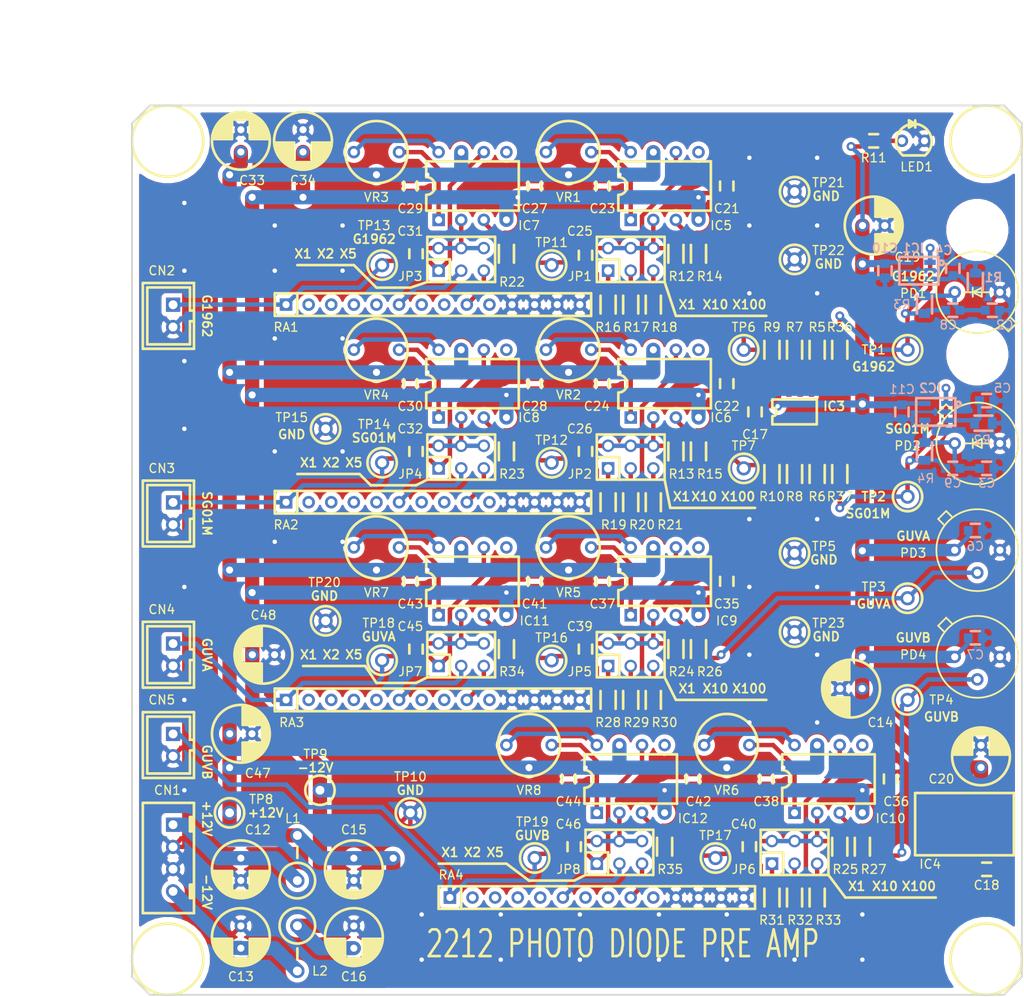
<source format=kicad_pcb>
(kicad_pcb (version 20171130) (host pcbnew "(5.1.12)-1")
  (title_block (title "2212 PHOTO DIODE PRE AMP") (rev 0) (comment 1 "designed by hamayan."))
  (layers (0 F.Cu signal hide) (31 B.Cu signal hide) (34 B.Paste user hide) (35 F.Paste user hide) (36 B.SilkS user hide) (37 F.SilkS user) (38 B.Mask user) (39 F.Mask user) (44 Edge.Cuts user))
  (net 0 "")
  (net 1 "Net-(C2-Pad1)")
  (net 2 GND)
  (net 3 "Net-(C3-Pad1)")
  (net 4 "Net-(C4-Pad2)")
  (net 5 "Net-(C5-Pad2)")
  (net 6 +5V)
  (net 7 "Net-(C8-Pad1)")
  (net 8 "Net-(C9-Pad1)")
  (net 9 "Net-(C12-Pad1)")
  (net 10 "Net-(C13-Pad2)")
  (net 11 +12V)
  (net 12 -12V)
  (net 13 "Net-(C25-Pad1)")
  (net 14 "Net-(C25-Pad2)")
  (net 15 "Net-(C26-Pad2)")
  (net 16 "Net-(C26-Pad1)")
  (net 17 "Net-(C31-Pad2)")
  (net 18 /GAIN/GAIN_OUT1)
  (net 19 /GAIN/GAIN_OUT2)
  (net 20 "Net-(C32-Pad2)")
  (net 21 "Net-(C39-Pad1)")
  (net 22 "Net-(C39-Pad2)")
  (net 23 "Net-(C40-Pad2)")
  (net 24 "Net-(C40-Pad1)")
  (net 25 "Net-(C45-Pad2)")
  (net 26 /GAIN/GAIN_OUT3)
  (net 27 /GAIN/GAIN_OUT4)
  (net 28 "Net-(C46-Pad2)")
  (net 29 /GAIN/GAIN_IN1)
  (net 30 /GAIN/GAIN_IN2)
  (net 31 "Net-(IC3-Pad2)")
  (net 32 "Net-(IC3-Pad6)")
  (net 33 "Net-(IC5-Pad8)")
  (net 34 "Net-(IC5-Pad3)")
  (net 35 "Net-(IC5-Pad5)")
  (net 36 "Net-(IC5-Pad1)")
  (net 37 "Net-(IC6-Pad1)")
  (net 38 "Net-(IC6-Pad5)")
  (net 39 "Net-(IC6-Pad3)")
  (net 40 "Net-(IC6-Pad8)")
  (net 41 "Net-(IC7-Pad1)")
  (net 42 "Net-(IC7-Pad5)")
  (net 43 "Net-(IC7-Pad3)")
  (net 44 "Net-(IC7-Pad8)")
  (net 45 "Net-(IC8-Pad8)")
  (net 46 "Net-(IC8-Pad3)")
  (net 47 "Net-(IC8-Pad5)")
  (net 48 "Net-(IC8-Pad1)")
  (net 49 "Net-(IC9-Pad1)")
  (net 50 "Net-(IC9-Pad5)")
  (net 51 "Net-(IC9-Pad3)")
  (net 52 "Net-(IC9-Pad8)")
  (net 53 "Net-(IC10-Pad1)")
  (net 54 "Net-(IC10-Pad5)")
  (net 55 "Net-(IC10-Pad3)")
  (net 56 "Net-(IC10-Pad8)")
  (net 57 "Net-(IC11-Pad8)")
  (net 58 "Net-(IC11-Pad3)")
  (net 59 "Net-(IC11-Pad5)")
  (net 60 "Net-(IC11-Pad1)")
  (net 61 "Net-(IC12-Pad8)")
  (net 62 "Net-(IC12-Pad3)")
  (net 63 "Net-(IC12-Pad5)")
  (net 64 "Net-(IC12-Pad1)")
  (net 65 "Net-(JP1-Pad1)")
  (net 66 "Net-(JP1-Pad2)")
  (net 67 "Net-(JP1-Pad3)")
  (net 68 "Net-(JP2-Pad3)")
  (net 69 "Net-(JP2-Pad2)")
  (net 70 "Net-(JP2-Pad1)")
  (net 71 "Net-(JP3-Pad3)")
  (net 72 "Net-(JP3-Pad2)")
  (net 73 "Net-(JP4-Pad2)")
  (net 74 "Net-(JP4-Pad3)")
  (net 75 "Net-(JP5-Pad1)")
  (net 76 "Net-(JP5-Pad2)")
  (net 77 "Net-(JP5-Pad3)")
  (net 78 "Net-(JP6-Pad3)")
  (net 79 "Net-(JP6-Pad2)")
  (net 80 "Net-(JP6-Pad1)")
  (net 81 "Net-(JP7-Pad3)")
  (net 82 "Net-(JP7-Pad2)")
  (net 83 "Net-(JP8-Pad2)")
  (net 84 "Net-(JP8-Pad3)")
  (net 85 "Net-(LED1-Pad1)")
  (net 86 /GAIN/GAIN_IN3)
  (net 87 /GAIN/GAIN_IN4)
  (net 88 "Net-(R7-Pad2)")
  (net 89 "Net-(R10-Pad1)")
  (net 90 "Net-(RA1-Pad10)")
  (net 91 "Net-(RA1-Pad8)")
  (net 92 "Net-(RA1-Pad7)")
  (net 93 "Net-(RA1-Pad5)")
  (net 94 "Net-(RA1-Pad4)")
  (net 95 "Net-(RA1-Pad3)")
  (net 96 "Net-(RA1-Pad2)")
  (net 97 "Net-(RA2-Pad2)")
  (net 98 "Net-(RA2-Pad3)")
  (net 99 "Net-(RA2-Pad4)")
  (net 100 "Net-(RA2-Pad5)")
  (net 101 "Net-(RA2-Pad7)")
  (net 102 "Net-(RA2-Pad8)")
  (net 103 "Net-(RA2-Pad10)")
  (net 104 "Net-(RA3-Pad2)")
  (net 105 "Net-(RA3-Pad3)")
  (net 106 "Net-(RA3-Pad4)")
  (net 107 "Net-(RA3-Pad5)")
  (net 108 "Net-(RA3-Pad7)")
  (net 109 "Net-(RA3-Pad8)")
  (net 110 "Net-(RA3-Pad10)")
  (net 111 "Net-(RA4-Pad10)")
  (net 112 "Net-(RA4-Pad8)")
  (net 113 "Net-(RA4-Pad7)")
  (net 114 "Net-(RA4-Pad5)")
  (net 115 "Net-(RA4-Pad4)")
  (net 116 "Net-(RA4-Pad3)")
  (net 117 "Net-(RA4-Pad2)")
  (net 118 "Net-(IC3-Pad3)")
  (net 119 "Net-(IC3-Pad5)")
  (module MountingHole:MountingHole_3mm (layer F.Cu) (at 145 78)
    (fp_text reference REF** hide)
    (fp_text value MountingHole_3mm)
    (pad 1 np_thru_hole circle (at 0 0) (size 3 3) (drill 3) (layers *.Cu *.Mask))
  )
  (module MountingHole:MountingHole_3mm (layer F.Cu) (at 145 64)
    (fp_text reference REF** hide)
    (fp_text value MountingHole_3mm)
    (pad 1 np_thru_hole circle (at 0 0) (size 3 3) (drill 3) (layers *.Cu *.Mask))
  )
  (module footprint:ic_SOT-23-5 (layer B.Cu) (at 140.335 84.455 270)
    (fp_text reference IC2 (at -2.667 0.635 180) (layer B.SilkS) (effects (font (thickness 0.2)) (justify mirror)))
    (fp_text value LMP2231BMFE)
    (pad 3 smd rect (at 0.95 -1.25 270) (size 0.6 1.3) (layers B.Cu B.Paste B.Mask) (net 5 "Net-(C5-Pad2)"))
    (pad 4 smd rect (at 0.95 1.25 270) (size 0.6 1.3) (layers B.Cu B.Paste B.Mask) (net 3 "Net-(C3-Pad1)"))
    (pad 2 smd rect (at 0 -1.25 270) (size 0.6 1.3) (layers B.Cu B.Paste B.Mask) (net 2 GND))
    (pad 1 smd rect (at -0.95 -1.25 270) (size 0.6 1.3) (layers B.Cu B.Paste B.Mask) (net 8 "Net-(C9-Pad1)"))
    (pad 5 smd rect (at -0.95 1.25 270) (size 0.6 1.3) (layers B.Cu B.Paste B.Mask) (net 6 +5V))
  )
  (module MountingHole:MountingHole_3.5mm (layer F.Cu) (at 54 146)
    (fp_text reference REF** hide)
    (fp_text value MountingHole_3.5mm)
    (pad 1 np_thru_hole circle (at 0 0) (size 3.5 3.5) (drill 3.5) (layers *.Cu *.Mask))
  )
  (module MountingHole:MountingHole_3.5mm (layer F.Cu) (at 146 146)
    (fp_text reference REF** hide)
    (fp_text value MountingHole_3.5mm)
    (pad 1 np_thru_hole circle (at 0 0) (size 3.5 3.5) (drill 3.5) (layers *.Cu *.Mask))
  )
  (module MountingHole:MountingHole_3.5mm (layer F.Cu) (at 146 54)
    (fp_text reference REF** hide)
    (fp_text value MountingHole_3.5mm)
    (pad 1 np_thru_hole circle (at 0 0) (size 3.5 3.5) (drill 3.5) (layers *.Cu *.Mask))
  )
  (module MountingHole:MountingHole_3.5mm (layer F.Cu) (at 54 54)
    (fp_text reference REF** hide)
    (fp_text value MountingHole_3.5mm)
    (pad 1 np_thru_hole circle (at 0 0) (size 3.5 3.5) (drill 3.5) (layers *.Cu *.Mask))
  )
  (module footprint:C_0603 (layer B.Cu) (at 146.685 73.025)
    (fp_text reference C2 (at 1.397 1.651) (layer B.SilkS) (effects (justify mirror)))
    (fp_text value 100pF)
    (pad 2 smd rect (at 0.8 0) (size 1 1) (layers B.Cu B.Paste B.Mask) (net 2 GND))
    (pad 1 smd rect (at -0.8 0) (size 1 1) (layers B.Cu B.Paste B.Mask) (net 1 "Net-(C2-Pad1)"))
  )
  (module footprint:C_0603 (layer B.Cu) (at 146.05 90.805)
    (fp_text reference C3 (at 0 1.651) (layer B.SilkS) (effects (justify mirror)))
    (fp_text value 100pF)
    (pad 2 smd rect (at 0.8 0) (size 1 1) (layers B.Cu B.Paste B.Mask) (net 2 GND))
    (pad 1 smd rect (at -0.8 0) (size 1 1) (layers B.Cu B.Paste B.Mask) (net 3 "Net-(C3-Pad1)"))
  )
  (module footprint:C_0603 (layer B.Cu) (at 142.24 68.326 270)
    (fp_text reference C4 (at -2.032 1.016 180) (layer B.SilkS) (effects (font (thickness 0.2)) (justify mirror)))
    (fp_text value 0.01uF)
    (pad 2 smd rect (at 0.8 0 270) (size 1 1) (layers B.Cu B.Paste B.Mask) (net 4 "Net-(C4-Pad2)"))
    (pad 1 smd rect (at -0.8 0 270) (size 1 1) (layers B.Cu B.Paste B.Mask) (net 2 GND))
  )
  (module footprint:C_0603 (layer B.Cu) (at 146.05 83.185 180)
    (fp_text reference C5 (at -1.778 1.397 180) (layer B.SilkS) (effects (justify mirror)))
    (fp_text value 0.01uF)
    (pad 2 smd rect (at 0.8 0 180) (size 1 1) (layers B.Cu B.Paste B.Mask) (net 5 "Net-(C5-Pad2)"))
    (pad 1 smd rect (at -0.8 0 180) (size 1 1) (layers B.Cu B.Paste B.Mask) (net 2 GND))
  )
  (module footprint:C_0603 (layer B.Cu) (at 144.78 97.79)
    (fp_text reference C6 (at 0 1.778) (layer B.SilkS) (effects (justify mirror)))
    (fp_text value 0.1uF)
    (pad 2 smd rect (at 0.8 0) (size 1 1) (layers B.Cu B.Paste B.Mask) (net 2 GND))
    (pad 1 smd rect (at -0.8 0) (size 1 1) (layers B.Cu B.Paste B.Mask) (net 6 +5V))
  )
  (module footprint:C_0603 (layer B.Cu) (at 144.78 109.855)
    (fp_text reference C7 (at 0 1.905) (layer B.SilkS) (effects (justify mirror)))
    (fp_text value 0.1uF)
    (pad 2 smd rect (at 0.8 0) (size 1 1) (layers B.Cu B.Paste B.Mask) (net 2 GND))
    (pad 1 smd rect (at -0.8 0) (size 1 1) (layers B.Cu B.Paste B.Mask) (net 6 +5V))
  )
  (module footprint:C_0603 (layer B.Cu) (at 142.24 73.025)
    (fp_text reference C8 (at -0.508 1.651) (layer B.SilkS) (effects (justify mirror)))
    (fp_text value 0.01uF)
    (pad 2 smd rect (at 0.8 0) (size 1 1) (layers B.Cu B.Paste B.Mask) (net 1 "Net-(C2-Pad1)"))
    (pad 1 smd rect (at -0.8 0) (size 1 1) (layers B.Cu B.Paste B.Mask) (net 7 "Net-(C8-Pad1)"))
  )
  (module footprint:C_0603 (layer B.Cu) (at 142.24 90.805)
    (fp_text reference C9 (at 0 1.651) (layer B.SilkS) (effects (justify mirror)))
    (fp_text value 0.01uF)
    (pad 2 smd rect (at 0.8 0) (size 1 1) (layers B.Cu B.Paste B.Mask) (net 3 "Net-(C3-Pad1)"))
    (pad 1 smd rect (at -0.8 0) (size 1 1) (layers B.Cu B.Paste B.Mask) (net 8 "Net-(C9-Pad1)"))
  )
  (module footprint:C_0603 (layer B.Cu) (at 134.62 68.58 90)
    (fp_text reference C10 (at 2.54 0 180) (layer B.SilkS) (effects (font (thickness 0.2)) (justify mirror)))
    (fp_text value 0.1uF)
    (pad 2 smd rect (at 0.8 0 90) (size 1 1) (layers B.Cu B.Paste B.Mask) (net 6 +5V))
    (pad 1 smd rect (at -0.8 0 90) (size 1 1) (layers B.Cu B.Paste B.Mask) (net 2 GND))
  )
  (module footprint:C_0603 (layer B.Cu) (at 136.525 84.455 90)
    (fp_text reference C11 (at 2.54 0 180) (layer B.SilkS) (effects (justify mirror)))
    (fp_text value 0.1uF)
    (pad 2 smd rect (at 0.8 0 90) (size 1 1) (layers B.Cu B.Paste B.Mask) (net 6 +5V))
    (pad 1 smd rect (at -0.8 0 90) (size 1 1) (layers B.Cu B.Paste B.Mask) (net 2 GND))
  )
  (module footprint:CP_Radial_D6.50mm_P2.50mm (layer F.Cu) (at 62.23 135.89 270)
    (fp_text reference C12 (at -4.445 -1.905 180) (layer F.SilkS))
    (fp_text value 10uF/25V)
    (pad 2 thru_hole circle (at 1.25 0 270) (size 1.4 1.4) (drill 0.8) (layers *.Cu *.Mask) (net 2 GND))
    (pad 1 thru_hole circle (at -1.25 0 270) (size 1.4 1.4) (drill 0.8) (layers *.Cu *.Mask) (net 9 "Net-(C12-Pad1)"))
  )
  (module footprint:CP_Radial_D6.50mm_P2.50mm (layer F.Cu) (at 62.23 143.51 270)
    (fp_text reference C13 (at 4.445 0 180) (layer F.SilkS))
    (fp_text value 10uF/25V)
    (pad 2 thru_hole circle (at 1.25 0 270) (size 1.4 1.4) (drill 0.8) (layers *.Cu *.Mask) (net 10 "Net-(C13-Pad2)"))
    (pad 1 thru_hole circle (at -1.25 0 270) (size 1.4 1.4) (drill 0.8) (layers *.Cu *.Mask) (net 2 GND))
  )
  (module footprint:CP_Radial_D6.50mm_P2.50mm (layer F.Cu) (at 130.81 115.57 180)
    (fp_text reference C14 (at -3.302 -3.81) (layer F.SilkS))
    (fp_text value 10uF/25V)
    (pad 2 thru_hole circle (at 1.25 0 180) (size 1.4 1.4) (drill 0.8) (layers *.Cu *.Mask) (net 2 GND))
    (pad 1 thru_hole circle (at -1.25 0 180) (size 1.4 1.4) (drill 0.8) (layers *.Cu *.Mask) (net 6 +5V))
  )
  (module footprint:CP_Radial_D6.50mm_P2.50mm (layer F.Cu) (at 74.93 135.89 270)
    (fp_text reference C15 (at -4.445 0 180) (layer F.SilkS))
    (fp_text value 47uF/25V)
    (pad 2 thru_hole circle (at 1.25 0 270) (size 1.4 1.4) (drill 0.8) (layers *.Cu *.Mask) (net 2 GND))
    (pad 1 thru_hole circle (at -1.25 0 270) (size 1.4 1.4) (drill 0.8) (layers *.Cu *.Mask) (net 11 +12V))
  )
  (module footprint:CP_Radial_D6.50mm_P2.50mm (layer F.Cu) (at 74.93 143.51 270)
    (fp_text reference C16 (at 4.445 0 180) (layer F.SilkS))
    (fp_text value 47uF/25V)
    (pad 2 thru_hole circle (at 1.25 0 270) (size 1.4 1.4) (drill 0.8) (layers *.Cu *.Mask) (net 12 -12V))
    (pad 1 thru_hole circle (at -1.25 0 270) (size 1.4 1.4) (drill 0.8) (layers *.Cu *.Mask) (net 2 GND))
  )
  (module footprint:C_0603 (layer F.Cu) (at 120.015 84.455 90)
    (fp_text reference C17 (at -2.54 0 180) (layer F.SilkS))
    (fp_text value 0.1uF)
    (pad 2 smd rect (at 0.8 0 90) (size 1 1) (layers F.Cu F.Paste F.Mask) (net 6 +5V))
    (pad 1 smd rect (at -0.8 0 90) (size 1 1) (layers F.Cu F.Paste F.Mask) (net 2 GND))
  )
  (module footprint:C_0603 (layer F.Cu) (at 146.05 135.89 180)
    (fp_text reference C18 (at 0 -1.778) (layer F.SilkS))
    (fp_text value 1uF)
    (pad 2 smd rect (at 0.8 0 180) (size 1 1) (layers F.Cu F.Paste F.Mask) (net 2 GND))
    (pad 1 smd rect (at -0.8 0 180) (size 1 1) (layers F.Cu F.Paste F.Mask) (net 11 +12V))
  )
  (module footprint:CP_Radial_D6.50mm_P2.50mm (layer F.Cu) (at 133.35 63.5)
    (fp_text reference C19 (at 3.81 3.556) (layer F.SilkS))
    (fp_text value 10uF/25V)
    (pad 2 thru_hole circle (at 1.25 0) (size 1.4 1.4) (drill 0.8) (layers *.Cu *.Mask) (net 2 GND))
    (pad 1 thru_hole circle (at -1.25 0) (size 1.4 1.4) (drill 0.8) (layers *.Cu *.Mask) (net 6 +5V))
  )
  (module footprint:CP_Radial_D6.50mm_P2.50mm (layer F.Cu) (at 145.415 123.19 90)
    (fp_text reference C20 (at -2.54 -4.445 180) (layer F.SilkS))
    (fp_text value 47uF/25V)
    (pad 2 thru_hole circle (at 1.25 0 90) (size 1.4 1.4) (drill 0.8) (layers *.Cu *.Mask) (net 2 GND))
    (pad 1 thru_hole circle (at -1.25 0 90) (size 1.4 1.4) (drill 0.8) (layers *.Cu *.Mask) (net 6 +5V))
  )
  (module footprint:C_0603 (layer F.Cu) (at 116.84 59.055 90)
    (fp_text reference C21 (at -2.54 0 180) (layer F.SilkS))
    (fp_text value 0.1uF)
    (pad 2 smd rect (at 0.8 0 90) (size 1 1) (layers F.Cu F.Paste F.Mask) (net 2 GND))
    (pad 1 smd rect (at -0.8 0 90) (size 1 1) (layers F.Cu F.Paste F.Mask) (net 12 -12V))
  )
  (module footprint:C_0603 (layer F.Cu) (at 116.84 81.28 90)
    (fp_text reference C22 (at -2.54 0 180) (layer F.SilkS))
    (fp_text value 0.1uF)
    (pad 2 smd rect (at 0.8 0 90) (size 1 1) (layers F.Cu F.Paste F.Mask) (net 2 GND))
    (pad 1 smd rect (at -0.8 0 90) (size 1 1) (layers F.Cu F.Paste F.Mask) (net 12 -12V))
  )
  (module footprint:C_0603 (layer F.Cu) (at 102.87 59.055 90)
    (fp_text reference C23 (at -2.54 0 180) (layer F.SilkS))
    (fp_text value 0.1uF)
    (pad 2 smd rect (at 0.8 0 90) (size 1 1) (layers F.Cu F.Paste F.Mask) (net 11 +12V))
    (pad 1 smd rect (at -0.8 0 90) (size 1 1) (layers F.Cu F.Paste F.Mask) (net 2 GND))
  )
  (module footprint:C_0603 (layer F.Cu) (at 102.87 81.28 90)
    (fp_text reference C24 (at -2.54 -0.635 180) (layer F.SilkS))
    (fp_text value 0.1uF)
    (pad 2 smd rect (at 0.8 0 90) (size 1 1) (layers F.Cu F.Paste F.Mask) (net 11 +12V))
    (pad 1 smd rect (at -0.8 0 90) (size 1 1) (layers F.Cu F.Paste F.Mask) (net 2 GND))
  )
  (module footprint:C_0603 (layer F.Cu) (at 100.965 66.84 90)
    (fp_text reference C25 (at 2.705 -0.635 180) (layer F.SilkS))
    (fp_text value 100pF)
    (pad 2 smd rect (at 0.8 0 90) (size 1 1) (layers F.Cu F.Paste F.Mask) (net 14 "Net-(C25-Pad2)"))
    (pad 1 smd rect (at -0.8 0 90) (size 1 1) (layers F.Cu F.Paste F.Mask) (net 13 "Net-(C25-Pad1)"))
  )
  (module footprint:C_0603 (layer F.Cu) (at 100.965 88.9 90)
    (fp_text reference C26 (at 2.54 -0.635 180) (layer F.SilkS))
    (fp_text value 100pF)
    (pad 2 smd rect (at 0.8 0 90) (size 1 1) (layers F.Cu F.Paste F.Mask) (net 15 "Net-(C26-Pad2)"))
    (pad 1 smd rect (at -0.8 0 90) (size 1 1) (layers F.Cu F.Paste F.Mask) (net 16 "Net-(C26-Pad1)"))
  )
  (module footprint:C_0603 (layer F.Cu) (at 95.25 59.055 90)
    (fp_text reference C27 (at -2.54 0 180) (layer F.SilkS))
    (fp_text value 0.1uF)
    (pad 2 smd rect (at 0.8 0 90) (size 1 1) (layers F.Cu F.Paste F.Mask) (net 2 GND))
    (pad 1 smd rect (at -0.8 0 90) (size 1 1) (layers F.Cu F.Paste F.Mask) (net 12 -12V))
  )
  (module footprint:C_0603 (layer F.Cu) (at 95.25 81.28 90)
    (fp_text reference C28 (at -2.54 0 180) (layer F.SilkS))
    (fp_text value 0.1uF)
    (pad 2 smd rect (at 0.8 0 90) (size 1 1) (layers F.Cu F.Paste F.Mask) (net 2 GND))
    (pad 1 smd rect (at -0.8 0 90) (size 1 1) (layers F.Cu F.Paste F.Mask) (net 12 -12V))
  )
  (module footprint:C_0603 (layer F.Cu) (at 81.28 59.055 90)
    (fp_text reference C29 (at -2.54 0) (layer F.SilkS))
    (fp_text value 0.1uF)
    (pad 2 smd rect (at 0.8 0 90) (size 1 1) (layers F.Cu F.Paste F.Mask) (net 11 +12V))
    (pad 1 smd rect (at -0.8 0 90) (size 1 1) (layers F.Cu F.Paste F.Mask) (net 2 GND))
  )
  (module footprint:C_0603 (layer F.Cu) (at 81.28 81.28 90)
    (fp_text reference C30 (at -2.54 0 180) (layer F.SilkS))
    (fp_text value 0.1uF)
    (pad 2 smd rect (at 0.8 0 90) (size 1 1) (layers F.Cu F.Paste F.Mask) (net 11 +12V))
    (pad 1 smd rect (at -0.8 0 90) (size 1 1) (layers F.Cu F.Paste F.Mask) (net 2 GND))
  )
  (module footprint:C_0603 (layer F.Cu) (at 81.915 66.675 90)
    (fp_text reference C31 (at 2.54 -0.635 180) (layer F.SilkS))
    (fp_text value 100pF)
    (pad 2 smd rect (at 0.8 0 90) (size 1 1) (layers F.Cu F.Paste F.Mask) (net 17 "Net-(C31-Pad2)"))
    (pad 1 smd rect (at -0.8 0 90) (size 1 1) (layers F.Cu F.Paste F.Mask) (net 18 /GAIN/GAIN_OUT1))
  )
  (module footprint:C_0603 (layer F.Cu) (at 81.915 88.9 90)
    (fp_text reference C32 (at 2.54 -0.635 180) (layer F.SilkS))
    (fp_text value 100pF)
    (pad 2 smd rect (at 0.8 0 90) (size 1 1) (layers F.Cu F.Paste F.Mask) (net 20 "Net-(C32-Pad2)"))
    (pad 1 smd rect (at -0.8 0 90) (size 1 1) (layers F.Cu F.Paste F.Mask) (net 19 /GAIN/GAIN_OUT2))
  )
  (module footprint:CP_Radial_D6.50mm_P2.50mm (layer F.Cu) (at 62.23 53.975 90)
    (fp_text reference C33 (at -4.445 1.27 180) (layer F.SilkS))
    (fp_text value 10uF/25V)
    (pad 2 thru_hole circle (at 1.25 0 90) (size 1.4 1.4) (drill 0.8) (layers *.Cu *.Mask) (net 2 GND))
    (pad 1 thru_hole circle (at -1.25 0 90) (size 1.4 1.4) (drill 0.8) (layers *.Cu *.Mask) (net 11 +12V))
  )
  (module footprint:CP_Radial_D6.50mm_P2.50mm (layer F.Cu) (at 69.215 53.975 270)
    (fp_text reference C34 (at 4.445 0 180) (layer F.SilkS))
    (fp_text value 10uF/25V)
    (pad 2 thru_hole circle (at 1.25 0 270) (size 1.4 1.4) (drill 0.8) (layers *.Cu *.Mask) (net 12 -12V))
    (pad 1 thru_hole circle (at -1.25 0 270) (size 1.4 1.4) (drill 0.8) (layers *.Cu *.Mask) (net 2 GND))
  )
  (module footprint:C_0603 (layer F.Cu) (at 116.84 103.505 90)
    (fp_text reference C35 (at -2.54 0 180) (layer F.SilkS))
    (fp_text value 0.1uF)
    (pad 2 smd rect (at 0.8 0 90) (size 1 1) (layers F.Cu F.Paste F.Mask) (net 2 GND))
    (pad 1 smd rect (at -0.8 0 90) (size 1 1) (layers F.Cu F.Paste F.Mask) (net 12 -12V))
  )
  (module footprint:C_0603 (layer F.Cu) (at 135.255 125.73 90)
    (fp_text reference C36 (at -2.54 0.635 180) (layer F.SilkS))
    (fp_text value 0.1uF)
    (pad 2 smd rect (at 0.8 0 90) (size 1 1) (layers F.Cu F.Paste F.Mask) (net 2 GND))
    (pad 1 smd rect (at -0.8 0 90) (size 1 1) (layers F.Cu F.Paste F.Mask) (net 12 -12V))
  )
  (module footprint:C_0603 (layer F.Cu) (at 102.87 103.505 90)
    (fp_text reference C37 (at -2.54 0 180) (layer F.SilkS))
    (fp_text value 0.1uF)
    (pad 2 smd rect (at 0.8 0 90) (size 1 1) (layers F.Cu F.Paste F.Mask) (net 11 +12V))
    (pad 1 smd rect (at -0.8 0 90) (size 1 1) (layers F.Cu F.Paste F.Mask) (net 2 GND))
  )
  (module footprint:C_0603 (layer F.Cu) (at 121.285 125.73 90)
    (fp_text reference C38 (at -2.54 0 180) (layer F.SilkS))
    (fp_text value 0.1uF)
    (pad 2 smd rect (at 0.8 0 90) (size 1 1) (layers F.Cu F.Paste F.Mask) (net 11 +12V))
    (pad 1 smd rect (at -0.8 0 90) (size 1 1) (layers F.Cu F.Paste F.Mask) (net 2 GND))
  )
  (module footprint:C_0603 (layer F.Cu) (at 100.965 111.125 90)
    (fp_text reference C39 (at 2.54 -0.635 180) (layer F.SilkS))
    (fp_text value 100pF)
    (pad 2 smd rect (at 0.8 0 90) (size 1 1) (layers F.Cu F.Paste F.Mask) (net 22 "Net-(C39-Pad2)"))
    (pad 1 smd rect (at -0.8 0 90) (size 1 1) (layers F.Cu F.Paste F.Mask) (net 21 "Net-(C39-Pad1)"))
  )
  (module footprint:C_0603 (layer F.Cu) (at 119.38 133.35 90)
    (fp_text reference C40 (at 2.54 -0.635 180) (layer F.SilkS))
    (fp_text value 100pF)
    (pad 2 smd rect (at 0.8 0 90) (size 1 1) (layers F.Cu F.Paste F.Mask) (net 23 "Net-(C40-Pad2)"))
    (pad 1 smd rect (at -0.8 0 90) (size 1 1) (layers F.Cu F.Paste F.Mask) (net 24 "Net-(C40-Pad1)"))
  )
  (module footprint:C_0603 (layer F.Cu) (at 95.25 103.505 90)
    (fp_text reference C41 (at -2.54 0 180) (layer F.SilkS))
    (fp_text value 0.1uF)
    (pad 2 smd rect (at 0.8 0 90) (size 1 1) (layers F.Cu F.Paste F.Mask) (net 2 GND))
    (pad 1 smd rect (at -0.8 0 90) (size 1 1) (layers F.Cu F.Paste F.Mask) (net 12 -12V))
  )
  (module footprint:C_0603 (layer F.Cu) (at 113.03 125.73 90)
    (fp_text reference C42 (at -2.54 0.635 180) (layer F.SilkS))
    (fp_text value 0.1uF)
    (pad 2 smd rect (at 0.8 0 90) (size 1 1) (layers F.Cu F.Paste F.Mask) (net 2 GND))
    (pad 1 smd rect (at -0.8 0 90) (size 1 1) (layers F.Cu F.Paste F.Mask) (net 12 -12V))
  )
  (module footprint:C_0603 (layer F.Cu) (at 81.28 103.505 90)
    (fp_text reference C43 (at -2.54 0 180) (layer F.SilkS))
    (fp_text value 0.1uF)
    (pad 2 smd rect (at 0.8 0 90) (size 1 1) (layers F.Cu F.Paste F.Mask) (net 11 +12V))
    (pad 1 smd rect (at -0.8 0 90) (size 1 1) (layers F.Cu F.Paste F.Mask) (net 2 GND))
  )
  (module footprint:C_0603 (layer F.Cu) (at 99.06 125.73 90)
    (fp_text reference C44 (at -2.54 0 180) (layer F.SilkS))
    (fp_text value 0.1uF)
    (pad 2 smd rect (at 0.8 0 90) (size 1 1) (layers F.Cu F.Paste F.Mask) (net 11 +12V))
    (pad 1 smd rect (at -0.8 0 90) (size 1 1) (layers F.Cu F.Paste F.Mask) (net 2 GND))
  )
  (module footprint:C_0603 (layer F.Cu) (at 81.915 111.125 90)
    (fp_text reference C45 (at 2.54 -0.635 180) (layer F.SilkS))
    (fp_text value 100pF)
    (pad 2 smd rect (at 0.8 0 90) (size 1 1) (layers F.Cu F.Paste F.Mask) (net 25 "Net-(C45-Pad2)"))
    (pad 1 smd rect (at -0.8 0 90) (size 1 1) (layers F.Cu F.Paste F.Mask) (net 26 /GAIN/GAIN_OUT3))
  )
  (module footprint:C_0603 (layer F.Cu) (at 99.695 133.35 90)
    (fp_text reference C46 (at 2.54 -0.635 180) (layer F.SilkS))
    (fp_text value 100pF)
    (pad 2 smd rect (at 0.8 0 90) (size 1 1) (layers F.Cu F.Paste F.Mask) (net 28 "Net-(C46-Pad2)"))
    (pad 1 smd rect (at -0.8 0 90) (size 1 1) (layers F.Cu F.Paste F.Mask) (net 27 /GAIN/GAIN_OUT4))
  )
  (module footprint:CP_Radial_D6.50mm_P2.50mm (layer F.Cu) (at 62.23 120.65)
    (fp_text reference C47 (at 1.905 4.445) (layer F.SilkS))
    (fp_text value 10uF/25V)
    (pad 2 thru_hole circle (at 1.25 0) (size 1.4 1.4) (drill 0.8) (layers *.Cu *.Mask) (net 2 GND))
    (pad 1 thru_hole circle (at -1.25 0) (size 1.4 1.4) (drill 0.8) (layers *.Cu *.Mask) (net 11 +12V))
  )
  (module footprint:CP_Radial_D6.50mm_P2.50mm (layer F.Cu) (at 64.77 111.76 180)
    (fp_text reference C48 (at 0 4.445) (layer F.SilkS))
    (fp_text value 10uF/25V)
    (pad 2 thru_hole circle (at 1.25 0 180) (size 1.4 1.4) (drill 0.8) (layers *.Cu *.Mask) (net 12 -12V))
    (pad 1 thru_hole circle (at -1.25 0 180) (size 1.4 1.4) (drill 0.8) (layers *.Cu *.Mask) (net 2 GND))
  )
  (module footprint:cn_B2B-XH-A (layer F.Cu) (at 54.61 73.66 270)
    (fp_text reference CN2 (at -5.08 1.27 180) (layer F.SilkS))
    (fp_text value B2B-XH-A)
    (pad 2 thru_hole circle (at 1.25 0 270) (size 1.6 1.6) (drill 1) (layers *.Cu *.Mask) (net 2 GND))
    (pad 1 thru_hole rect (at -1.25 0 270) (size 1.6 1.6) (drill 1) (layers *.Cu *.Mask) (net 18 /GAIN/GAIN_OUT1))
  )
  (module footprint:cn_B2B-XH-A (layer F.Cu) (at 54.61 95.885 270)
    (fp_text reference CN3 (at -5.08 1.27 180) (layer F.SilkS))
    (fp_text value B2B-XH-A)
    (pad 2 thru_hole circle (at 1.25 0 270) (size 1.6 1.6) (drill 1) (layers *.Cu *.Mask) (net 2 GND))
    (pad 1 thru_hole rect (at -1.25 0 270) (size 1.6 1.6) (drill 1) (layers *.Cu *.Mask) (net 19 /GAIN/GAIN_OUT2))
  )
  (module footprint:cn_B2B-XH-A (layer F.Cu) (at 54.61 111.76 270)
    (fp_text reference CN4 (at -5.08 1.27 180) (layer F.SilkS))
    (fp_text value B2B-XH-A)
    (pad 2 thru_hole circle (at 1.25 0 270) (size 1.6 1.6) (drill 1) (layers *.Cu *.Mask) (net 2 GND))
    (pad 1 thru_hole rect (at -1.25 0 270) (size 1.6 1.6) (drill 1) (layers *.Cu *.Mask) (net 26 /GAIN/GAIN_OUT3))
  )
  (module footprint:cn_B2B-XH-A (layer F.Cu) (at 54.61 121.92 270)
    (fp_text reference CN5 (at -5.08 1.27 180) (layer F.SilkS))
    (fp_text value B2B-XH-A)
    (pad 2 thru_hole circle (at 1.25 0 270) (size 1.6 1.6) (drill 1) (layers *.Cu *.Mask) (net 2 GND))
    (pad 1 thru_hole rect (at -1.25 0 270) (size 1.6 1.6) (drill 1) (layers *.Cu *.Mask) (net 27 /GAIN/GAIN_OUT4))
  )
  (module footprint:ic_SOT-23-5 (layer B.Cu) (at 138.43 68.58 270)
    (fp_text reference IC1 (at -2.54 0.635 180) (layer B.SilkS) (effects (font (thickness 0.2)) (justify mirror)))
    (fp_text value LMP2231BMFE)
    (pad 3 smd rect (at 0.95 -1.25 270) (size 0.6 1.3) (layers B.Cu B.Paste B.Mask) (net 4 "Net-(C4-Pad2)"))
    (pad 4 smd rect (at 0.95 1.25 270) (size 0.6 1.3) (layers B.Cu B.Paste B.Mask) (net 1 "Net-(C2-Pad1)"))
    (pad 2 smd rect (at 0 -1.25 270) (size 0.6 1.3) (layers B.Cu B.Paste B.Mask) (net 2 GND))
    (pad 1 smd rect (at -0.95 -1.25 270) (size 0.6 1.3) (layers B.Cu B.Paste B.Mask) (net 7 "Net-(C8-Pad1)"))
    (pad 5 smd rect (at -0.95 1.25 270) (size 0.6 1.3) (layers B.Cu B.Paste B.Mask) (net 6 +5V))
  )
  (module footprint:SOIC-8 (layer F.Cu) (at 124.46 84.455)
    (fp_text reference IC3 (at 4.445 -0.635 180) (layer F.SilkS) (effects (font (thickness 0.2))))
    (fp_text value OPA2388)
    (pad 4 smd rect (at 1.905 2.7) (size 0.6 2) (layers F.Cu F.Paste F.Mask) (net 2 GND))
    (pad 5 smd rect (at 1.905 -2.7) (size 0.6 2) (layers F.Cu F.Paste F.Mask) (net 119 "Net-(IC3-Pad5)"))
    (pad 3 smd rect (at 0.635 2.7) (size 0.6 2) (layers F.Cu F.Paste F.Mask) (net 118 "Net-(IC3-Pad3)"))
    (pad 6 smd rect (at 0.635 -2.7) (size 0.6 2) (layers F.Cu F.Paste F.Mask) (net 32 "Net-(IC3-Pad6)"))
    (pad 2 smd rect (at -0.635 2.7) (size 0.6 2) (layers F.Cu F.Paste F.Mask) (net 31 "Net-(IC3-Pad2)"))
    (pad 7 smd rect (at -0.635 -2.7) (size 0.6 2) (layers F.Cu F.Paste F.Mask) (net 29 /GAIN/GAIN_IN1))
    (pad 1 smd rect (at -1.905 2.7) (size 0.6 2) (layers F.Cu F.Paste F.Mask) (net 30 /GAIN/GAIN_IN2))
    (pad 8 smd rect (at -1.905 -2.7) (size 0.6 2) (layers F.Cu F.Paste F.Mask) (net 6 +5V))
  )
  (module footprint:TO-252-2 (layer F.Cu) (at 143.51 130.81 180)
    (fp_text reference IC4 (at 3.81 -4.5) (layer F.SilkS))
    (fp_text value uPC29M05T)
    (pad 2 smd rect (at 0.425 1.525 180) (size 3.05 2.75) (layers F.Cu F.Paste) (net 2 GND))
    (pad 2 smd rect (at 3.775 -1.525 180) (size 3.05 2.75) (layers F.Cu F.Paste) (net 2 GND))
    (pad 2 smd rect (at 0.425 -1.525 180) (size 3.05 2.75) (layers F.Cu F.Paste) (net 2 GND))
    (pad 2 smd rect (at 3.775 1.525 180) (size 3.05 2.75) (layers F.Cu F.Paste) (net 2 GND))
    (pad 2 smd rect (at 2.1 0 180) (size 6.4 5.8) (layers F.Cu F.Mask) (net 2 GND))
    (pad 3 smd rect (at -4.2 2.28 180) (size 2.2 1.2) (layers F.Cu F.Paste F.Mask) (net 6 +5V))
    (pad 1 smd rect (at -4.2 -2.28 180) (size 2.2 1.2) (layers F.Cu F.Paste F.Mask) (net 11 +12V))
  )
  (module footprint:ic_DIP-8_W7.62mm (layer F.Cu) (at 106.045 62.865 90)
    (fp_text reference IC5 (at -0.635 10.16 180) (layer F.SilkS))
    (fp_text value OP27)
    (pad 8 thru_hole circle (at 7.62 0 90) (size 1.4 1.4) (drill 0.8) (layers *.Cu *.Mask) (net 33 "Net-(IC5-Pad8)"))
    (pad 4 thru_hole circle (at 0 7.62 90) (size 1.4 1.4) (drill 0.8) (layers *.Cu *.Mask) (net 12 -12V))
    (pad 7 thru_hole circle (at 7.62 2.54 90) (size 1.4 1.4) (drill 0.8) (layers *.Cu *.Mask) (net 11 +12V))
    (pad 3 thru_hole circle (at 0 5.08 90) (size 1.4 1.4) (drill 0.8) (layers *.Cu *.Mask) (net 34 "Net-(IC5-Pad3)"))
    (pad 6 thru_hole circle (at 7.62 5.08 90) (size 1.4 1.4) (drill 0.8) (layers *.Cu *.Mask) (net 13 "Net-(C25-Pad1)"))
    (pad 2 thru_hole circle (at 0 2.54 90) (size 1.4 1.4) (drill 0.8) (layers *.Cu *.Mask) (net 14 "Net-(C25-Pad2)"))
    (pad 5 thru_hole circle (at 7.62 7.62 90) (size 1.4 1.4) (drill 0.8) (layers *.Cu *.Mask) (net 35 "Net-(IC5-Pad5)"))
    (pad 1 thru_hole rect (at 0 0 90) (size 1.4 1.4) (drill 0.8) (layers *.Cu *.Mask) (net 36 "Net-(IC5-Pad1)"))
  )
  (module footprint:ic_DIP-8_W7.62mm (layer F.Cu) (at 106.045 85.09 90)
    (fp_text reference IC6 (at 0 10.16 180) (layer F.SilkS))
    (fp_text value OP27)
    (pad 8 thru_hole circle (at 7.62 0 90) (size 1.4 1.4) (drill 0.8) (layers *.Cu *.Mask) (net 40 "Net-(IC6-Pad8)"))
    (pad 4 thru_hole circle (at 0 7.62 90) (size 1.4 1.4) (drill 0.8) (layers *.Cu *.Mask) (net 12 -12V))
    (pad 7 thru_hole circle (at 7.62 2.54 90) (size 1.4 1.4) (drill 0.8) (layers *.Cu *.Mask) (net 11 +12V))
    (pad 3 thru_hole circle (at 0 5.08 90) (size 1.4 1.4) (drill 0.8) (layers *.Cu *.Mask) (net 39 "Net-(IC6-Pad3)"))
    (pad 6 thru_hole circle (at 7.62 5.08 90) (size 1.4 1.4) (drill 0.8) (layers *.Cu *.Mask) (net 16 "Net-(C26-Pad1)"))
    (pad 2 thru_hole circle (at 0 2.54 90) (size 1.4 1.4) (drill 0.8) (layers *.Cu *.Mask) (net 15 "Net-(C26-Pad2)"))
    (pad 5 thru_hole circle (at 7.62 7.62 90) (size 1.4 1.4) (drill 0.8) (layers *.Cu *.Mask) (net 38 "Net-(IC6-Pad5)"))
    (pad 1 thru_hole rect (at 0 0 90) (size 1.4 1.4) (drill 0.8) (layers *.Cu *.Mask) (net 37 "Net-(IC6-Pad1)"))
  )
  (module footprint:ic_DIP-8_W7.62mm (layer F.Cu) (at 84.455 62.865 90)
    (fp_text reference IC7 (at -0.635 10.16 180) (layer F.SilkS))
    (fp_text value OP27)
    (pad 8 thru_hole circle (at 7.62 0 90) (size 1.4 1.4) (drill 0.8) (layers *.Cu *.Mask) (net 44 "Net-(IC7-Pad8)"))
    (pad 4 thru_hole circle (at 0 7.62 90) (size 1.4 1.4) (drill 0.8) (layers *.Cu *.Mask) (net 12 -12V))
    (pad 7 thru_hole circle (at 7.62 2.54 90) (size 1.4 1.4) (drill 0.8) (layers *.Cu *.Mask) (net 11 +12V))
    (pad 3 thru_hole circle (at 0 5.08 90) (size 1.4 1.4) (drill 0.8) (layers *.Cu *.Mask) (net 43 "Net-(IC7-Pad3)"))
    (pad 6 thru_hole circle (at 7.62 5.08 90) (size 1.4 1.4) (drill 0.8) (layers *.Cu *.Mask) (net 18 /GAIN/GAIN_OUT1))
    (pad 2 thru_hole circle (at 0 2.54 90) (size 1.4 1.4) (drill 0.8) (layers *.Cu *.Mask) (net 17 "Net-(C31-Pad2)"))
    (pad 5 thru_hole circle (at 7.62 7.62 90) (size 1.4 1.4) (drill 0.8) (layers *.Cu *.Mask) (net 42 "Net-(IC7-Pad5)"))
    (pad 1 thru_hole rect (at 0 0 90) (size 1.4 1.4) (drill 0.8) (layers *.Cu *.Mask) (net 41 "Net-(IC7-Pad1)"))
  )
  (module footprint:ic_DIP-8_W7.62mm (layer F.Cu) (at 84.455 85.09 90)
    (fp_text reference IC8 (at 0 10.16 180) (layer F.SilkS))
    (fp_text value OP27)
    (pad 8 thru_hole circle (at 7.62 0 90) (size 1.4 1.4) (drill 0.8) (layers *.Cu *.Mask) (net 45 "Net-(IC8-Pad8)"))
    (pad 4 thru_hole circle (at 0 7.62 90) (size 1.4 1.4) (drill 0.8) (layers *.Cu *.Mask) (net 12 -12V))
    (pad 7 thru_hole circle (at 7.62 2.54 90) (size 1.4 1.4) (drill 0.8) (layers *.Cu *.Mask) (net 11 +12V))
    (pad 3 thru_hole circle (at 0 5.08 90) (size 1.4 1.4) (drill 0.8) (layers *.Cu *.Mask) (net 46 "Net-(IC8-Pad3)"))
    (pad 6 thru_hole circle (at 7.62 5.08 90) (size 1.4 1.4) (drill 0.8) (layers *.Cu *.Mask) (net 19 /GAIN/GAIN_OUT2))
    (pad 2 thru_hole circle (at 0 2.54 90) (size 1.4 1.4) (drill 0.8) (layers *.Cu *.Mask) (net 20 "Net-(C32-Pad2)"))
    (pad 5 thru_hole circle (at 7.62 7.62 90) (size 1.4 1.4) (drill 0.8) (layers *.Cu *.Mask) (net 47 "Net-(IC8-Pad5)"))
    (pad 1 thru_hole rect (at 0 0 90) (size 1.4 1.4) (drill 0.8) (layers *.Cu *.Mask) (net 48 "Net-(IC8-Pad1)"))
  )
  (module footprint:ic_DIP-8_W7.62mm (layer F.Cu) (at 106.045 107.315 90)
    (fp_text reference IC9 (at -0.635 10.795 180) (layer F.SilkS))
    (fp_text value OP27)
    (pad 8 thru_hole circle (at 7.62 0 90) (size 1.4 1.4) (drill 0.8) (layers *.Cu *.Mask) (net 52 "Net-(IC9-Pad8)"))
    (pad 4 thru_hole circle (at 0 7.62 90) (size 1.4 1.4) (drill 0.8) (layers *.Cu *.Mask) (net 12 -12V))
    (pad 7 thru_hole circle (at 7.62 2.54 90) (size 1.4 1.4) (drill 0.8) (layers *.Cu *.Mask) (net 11 +12V))
    (pad 3 thru_hole circle (at 0 5.08 90) (size 1.4 1.4) (drill 0.8) (layers *.Cu *.Mask) (net 51 "Net-(IC9-Pad3)"))
    (pad 6 thru_hole circle (at 7.62 5.08 90) (size 1.4 1.4) (drill 0.8) (layers *.Cu *.Mask) (net 21 "Net-(C39-Pad1)"))
    (pad 2 thru_hole circle (at 0 2.54 90) (size 1.4 1.4) (drill 0.8) (layers *.Cu *.Mask) (net 22 "Net-(C39-Pad2)"))
    (pad 5 thru_hole circle (at 7.62 7.62 90) (size 1.4 1.4) (drill 0.8) (layers *.Cu *.Mask) (net 50 "Net-(IC9-Pad5)"))
    (pad 1 thru_hole rect (at 0 0 90) (size 1.4 1.4) (drill 0.8) (layers *.Cu *.Mask) (net 49 "Net-(IC9-Pad1)"))
  )
  (module footprint:ic_DIP-8_W7.62mm (layer F.Cu) (at 124.46 129.54 90)
    (fp_text reference IC10 (at -0.635 10.795 180) (layer F.SilkS))
    (fp_text value OP27)
    (pad 8 thru_hole circle (at 7.62 0 90) (size 1.4 1.4) (drill 0.8) (layers *.Cu *.Mask) (net 56 "Net-(IC10-Pad8)"))
    (pad 4 thru_hole circle (at 0 7.62 90) (size 1.4 1.4) (drill 0.8) (layers *.Cu *.Mask) (net 12 -12V))
    (pad 7 thru_hole circle (at 7.62 2.54 90) (size 1.4 1.4) (drill 0.8) (layers *.Cu *.Mask) (net 11 +12V))
    (pad 3 thru_hole circle (at 0 5.08 90) (size 1.4 1.4) (drill 0.8) (layers *.Cu *.Mask) (net 55 "Net-(IC10-Pad3)"))
    (pad 6 thru_hole circle (at 7.62 5.08 90) (size 1.4 1.4) (drill 0.8) (layers *.Cu *.Mask) (net 24 "Net-(C40-Pad1)"))
    (pad 2 thru_hole circle (at 0 2.54 90) (size 1.4 1.4) (drill 0.8) (layers *.Cu *.Mask) (net 23 "Net-(C40-Pad2)"))
    (pad 5 thru_hole circle (at 7.62 7.62 90) (size 1.4 1.4) (drill 0.8) (layers *.Cu *.Mask) (net 54 "Net-(IC10-Pad5)"))
    (pad 1 thru_hole rect (at 0 0 90) (size 1.4 1.4) (drill 0.8) (layers *.Cu *.Mask) (net 53 "Net-(IC10-Pad1)"))
  )
  (module footprint:ic_DIP-8_W7.62mm (layer F.Cu) (at 84.455 107.315 90)
    (fp_text reference IC11 (at -0.635 10.795 180) (layer F.SilkS))
    (fp_text value OP27)
    (pad 8 thru_hole circle (at 7.62 0 90) (size 1.4 1.4) (drill 0.8) (layers *.Cu *.Mask) (net 57 "Net-(IC11-Pad8)"))
    (pad 4 thru_hole circle (at 0 7.62 90) (size 1.4 1.4) (drill 0.8) (layers *.Cu *.Mask) (net 12 -12V))
    (pad 7 thru_hole circle (at 7.62 2.54 90) (size 1.4 1.4) (drill 0.8) (layers *.Cu *.Mask) (net 11 +12V))
    (pad 3 thru_hole circle (at 0 5.08 90) (size 1.4 1.4) (drill 0.8) (layers *.Cu *.Mask) (net 58 "Net-(IC11-Pad3)"))
    (pad 6 thru_hole circle (at 7.62 5.08 90) (size 1.4 1.4) (drill 0.8) (layers *.Cu *.Mask) (net 26 /GAIN/GAIN_OUT3))
    (pad 2 thru_hole circle (at 0 2.54 90) (size 1.4 1.4) (drill 0.8) (layers *.Cu *.Mask) (net 25 "Net-(C45-Pad2)"))
    (pad 5 thru_hole circle (at 7.62 7.62 90) (size 1.4 1.4) (drill 0.8) (layers *.Cu *.Mask) (net 59 "Net-(IC11-Pad5)"))
    (pad 1 thru_hole rect (at 0 0 90) (size 1.4 1.4) (drill 0.8) (layers *.Cu *.Mask) (net 60 "Net-(IC11-Pad1)"))
  )
  (module footprint:ic_DIP-8_W7.62mm (layer F.Cu) (at 102.235 129.54 90)
    (fp_text reference IC12 (at -0.635 10.795 180) (layer F.SilkS))
    (fp_text value OP27)
    (pad 8 thru_hole circle (at 7.62 0 90) (size 1.4 1.4) (drill 0.8) (layers *.Cu *.Mask) (net 61 "Net-(IC12-Pad8)"))
    (pad 4 thru_hole circle (at 0 7.62 90) (size 1.4 1.4) (drill 0.8) (layers *.Cu *.Mask) (net 12 -12V))
    (pad 7 thru_hole circle (at 7.62 2.54 90) (size 1.4 1.4) (drill 0.8) (layers *.Cu *.Mask) (net 11 +12V))
    (pad 3 thru_hole circle (at 0 5.08 90) (size 1.4 1.4) (drill 0.8) (layers *.Cu *.Mask) (net 62 "Net-(IC12-Pad3)"))
    (pad 6 thru_hole circle (at 7.62 5.08 90) (size 1.4 1.4) (drill 0.8) (layers *.Cu *.Mask) (net 27 /GAIN/GAIN_OUT4))
    (pad 2 thru_hole circle (at 0 2.54 90) (size 1.4 1.4) (drill 0.8) (layers *.Cu *.Mask) (net 28 "Net-(C46-Pad2)"))
    (pad 5 thru_hole circle (at 7.62 7.62 90) (size 1.4 1.4) (drill 0.8) (layers *.Cu *.Mask) (net 63 "Net-(IC12-Pad5)"))
    (pad 1 thru_hole rect (at 0 0 90) (size 1.4 1.4) (drill 0.8) (layers *.Cu *.Mask) (net 64 "Net-(IC12-Pad1)"))
  )
  (module footprint:jp_JUMPER3x2 (layer F.Cu) (at 106.045 67.31)
    (fp_text reference JP1 (at -5.715 1.905) (layer F.SilkS))
    (fp_text value "JUMPER 2*3")
    (pad 6 thru_hole circle (at -2.54 -1.27) (size 1.4 1.4) (drill 0.9) (layers *.Cu *.Mask) (net 14 "Net-(C25-Pad2)"))
    (pad 5 thru_hole circle (at 0 -1.27) (size 1.4 1.4) (drill 0.9) (layers *.Cu *.Mask) (net 14 "Net-(C25-Pad2)"))
    (pad 4 thru_hole circle (at 2.54 -1.27) (size 1.4 1.4) (drill 0.9) (layers *.Cu *.Mask) (net 14 "Net-(C25-Pad2)"))
    (pad 3 thru_hole circle (at 2.54 1.27) (size 1.4 1.4) (drill 0.9) (layers *.Cu *.Mask) (net 67 "Net-(JP1-Pad3)"))
    (pad 2 thru_hole circle (at 0 1.27) (size 1.4 1.4) (drill 0.9) (layers *.Cu *.Mask) (net 66 "Net-(JP1-Pad2)"))
    (pad 1 thru_hole rect (at -2.54 1.27) (size 1.4 1.4) (drill 0.9) (layers *.Cu *.Mask) (net 65 "Net-(JP1-Pad1)"))
  )
  (module footprint:jp_JUMPER3x2 (layer F.Cu) (at 106.045 89.535)
    (fp_text reference JP2 (at -5.715 1.905) (layer F.SilkS))
    (fp_text value "JUMPER 2*3")
    (pad 6 thru_hole circle (at -2.54 -1.27) (size 1.4 1.4) (drill 0.9) (layers *.Cu *.Mask) (net 15 "Net-(C26-Pad2)"))
    (pad 5 thru_hole circle (at 0 -1.27) (size 1.4 1.4) (drill 0.9) (layers *.Cu *.Mask) (net 15 "Net-(C26-Pad2)"))
    (pad 4 thru_hole circle (at 2.54 -1.27) (size 1.4 1.4) (drill 0.9) (layers *.Cu *.Mask) (net 15 "Net-(C26-Pad2)"))
    (pad 3 thru_hole circle (at 2.54 1.27) (size 1.4 1.4) (drill 0.9) (layers *.Cu *.Mask) (net 68 "Net-(JP2-Pad3)"))
    (pad 2 thru_hole circle (at 0 1.27) (size 1.4 1.4) (drill 0.9) (layers *.Cu *.Mask) (net 69 "Net-(JP2-Pad2)"))
    (pad 1 thru_hole rect (at -2.54 1.27) (size 1.4 1.4) (drill 0.9) (layers *.Cu *.Mask) (net 70 "Net-(JP2-Pad1)"))
  )
  (module footprint:jp_JUMPER3x2 (layer F.Cu) (at 86.995 67.31)
    (fp_text reference JP3 (at -5.715 1.905) (layer F.SilkS))
    (fp_text value "JUMPER 2*3")
    (pad 6 thru_hole circle (at -2.54 -1.27) (size 1.4 1.4) (drill 0.9) (layers *.Cu *.Mask) (net 17 "Net-(C31-Pad2)"))
    (pad 5 thru_hole circle (at 0 -1.27) (size 1.4 1.4) (drill 0.9) (layers *.Cu *.Mask) (net 17 "Net-(C31-Pad2)"))
    (pad 4 thru_hole circle (at 2.54 -1.27) (size 1.4 1.4) (drill 0.9) (layers *.Cu *.Mask) (net 17 "Net-(C31-Pad2)"))
    (pad 3 thru_hole circle (at 2.54 1.27) (size 1.4 1.4) (drill 0.9) (layers *.Cu *.Mask) (net 71 "Net-(JP3-Pad3)"))
    (pad 2 thru_hole circle (at 0 1.27) (size 1.4 1.4) (drill 0.9) (layers *.Cu *.Mask) (net 72 "Net-(JP3-Pad2)"))
    (pad 1 thru_hole rect (at -2.54 1.27) (size 1.4 1.4) (drill 0.9) (layers *.Cu *.Mask) (net 18 /GAIN/GAIN_OUT1))
  )
  (module footprint:jp_JUMPER3x2 (layer F.Cu) (at 86.995 89.535)
    (fp_text reference JP4 (at -5.715 1.905) (layer F.SilkS))
    (fp_text value "JUMPER 2*3")
    (pad 6 thru_hole circle (at -2.54 -1.27) (size 1.4 1.4) (drill 0.9) (layers *.Cu *.Mask) (net 20 "Net-(C32-Pad2)"))
    (pad 5 thru_hole circle (at 0 -1.27) (size 1.4 1.4) (drill 0.9) (layers *.Cu *.Mask) (net 20 "Net-(C32-Pad2)"))
    (pad 4 thru_hole circle (at 2.54 -1.27) (size 1.4 1.4) (drill 0.9) (layers *.Cu *.Mask) (net 20 "Net-(C32-Pad2)"))
    (pad 3 thru_hole circle (at 2.54 1.27) (size 1.4 1.4) (drill 0.9) (layers *.Cu *.Mask) (net 74 "Net-(JP4-Pad3)"))
    (pad 2 thru_hole circle (at 0 1.27) (size 1.4 1.4) (drill 0.9) (layers *.Cu *.Mask) (net 73 "Net-(JP4-Pad2)"))
    (pad 1 thru_hole rect (at -2.54 1.27) (size 1.4 1.4) (drill 0.9) (layers *.Cu *.Mask) (net 19 /GAIN/GAIN_OUT2))
  )
  (module footprint:jp_JUMPER3x2 (layer F.Cu) (at 106.045 111.76)
    (fp_text reference JP5 (at -5.715 1.905) (layer F.SilkS))
    (fp_text value "JUMPER 2*3")
    (pad 6 thru_hole circle (at -2.54 -1.27) (size 1.4 1.4) (drill 0.9) (layers *.Cu *.Mask) (net 22 "Net-(C39-Pad2)"))
    (pad 5 thru_hole circle (at 0 -1.27) (size 1.4 1.4) (drill 0.9) (layers *.Cu *.Mask) (net 22 "Net-(C39-Pad2)"))
    (pad 4 thru_hole circle (at 2.54 -1.27) (size 1.4 1.4) (drill 0.9) (layers *.Cu *.Mask) (net 22 "Net-(C39-Pad2)"))
    (pad 3 thru_hole circle (at 2.54 1.27) (size 1.4 1.4) (drill 0.9) (layers *.Cu *.Mask) (net 77 "Net-(JP5-Pad3)"))
    (pad 2 thru_hole circle (at 0 1.27) (size 1.4 1.4) (drill 0.9) (layers *.Cu *.Mask) (net 76 "Net-(JP5-Pad2)"))
    (pad 1 thru_hole rect (at -2.54 1.27) (size 1.4 1.4) (drill 0.9) (layers *.Cu *.Mask) (net 75 "Net-(JP5-Pad1)"))
  )
  (module footprint:jp_JUMPER3x2 (layer F.Cu) (at 124.46 133.985)
    (fp_text reference JP6 (at -5.715 1.905) (layer F.SilkS))
    (fp_text value "JUMPER 2*3")
    (pad 6 thru_hole circle (at -2.54 -1.27) (size 1.4 1.4) (drill 0.9) (layers *.Cu *.Mask) (net 23 "Net-(C40-Pad2)"))
    (pad 5 thru_hole circle (at 0 -1.27) (size 1.4 1.4) (drill 0.9) (layers *.Cu *.Mask) (net 23 "Net-(C40-Pad2)"))
    (pad 4 thru_hole circle (at 2.54 -1.27) (size 1.4 1.4) (drill 0.9) (layers *.Cu *.Mask) (net 23 "Net-(C40-Pad2)"))
    (pad 3 thru_hole circle (at 2.54 1.27) (size 1.4 1.4) (drill 0.9) (layers *.Cu *.Mask) (net 78 "Net-(JP6-Pad3)"))
    (pad 2 thru_hole circle (at 0 1.27) (size 1.4 1.4) (drill 0.9) (layers *.Cu *.Mask) (net 79 "Net-(JP6-Pad2)"))
    (pad 1 thru_hole rect (at -2.54 1.27) (size 1.4 1.4) (drill 0.9) (layers *.Cu *.Mask) (net 80 "Net-(JP6-Pad1)"))
  )
  (module footprint:jp_JUMPER3x2 (layer F.Cu) (at 86.995 111.76)
    (fp_text reference JP7 (at -5.715 1.905) (layer F.SilkS))
    (fp_text value "JUMPER 2*3")
    (pad 6 thru_hole circle (at -2.54 -1.27) (size 1.4 1.4) (drill 0.9) (layers *.Cu *.Mask) (net 25 "Net-(C45-Pad2)"))
    (pad 5 thru_hole circle (at 0 -1.27) (size 1.4 1.4) (drill 0.9) (layers *.Cu *.Mask) (net 25 "Net-(C45-Pad2)"))
    (pad 4 thru_hole circle (at 2.54 -1.27) (size 1.4 1.4) (drill 0.9) (layers *.Cu *.Mask) (net 25 "Net-(C45-Pad2)"))
    (pad 3 thru_hole circle (at 2.54 1.27) (size 1.4 1.4) (drill 0.9) (layers *.Cu *.Mask) (net 81 "Net-(JP7-Pad3)"))
    (pad 2 thru_hole circle (at 0 1.27) (size 1.4 1.4) (drill 0.9) (layers *.Cu *.Mask) (net 82 "Net-(JP7-Pad2)"))
    (pad 1 thru_hole rect (at -2.54 1.27) (size 1.4 1.4) (drill 0.9) (layers *.Cu *.Mask) (net 26 /GAIN/GAIN_OUT3))
  )
  (module footprint:jp_JUMPER3x2 (layer F.Cu) (at 104.775 133.985)
    (fp_text reference JP8 (at -5.715 1.905) (layer F.SilkS))
    (fp_text value "JUMPER 2*3")
    (pad 6 thru_hole circle (at -2.54 -1.27) (size 1.4 1.4) (drill 0.9) (layers *.Cu *.Mask) (net 28 "Net-(C46-Pad2)"))
    (pad 5 thru_hole circle (at 0 -1.27) (size 1.4 1.4) (drill 0.9) (layers *.Cu *.Mask) (net 28 "Net-(C46-Pad2)"))
    (pad 4 thru_hole circle (at 2.54 -1.27) (size 1.4 1.4) (drill 0.9) (layers *.Cu *.Mask) (net 28 "Net-(C46-Pad2)"))
    (pad 3 thru_hole circle (at 2.54 1.27) (size 1.4 1.4) (drill 0.9) (layers *.Cu *.Mask) (net 84 "Net-(JP8-Pad3)"))
    (pad 2 thru_hole circle (at 0 1.27) (size 1.4 1.4) (drill 0.9) (layers *.Cu *.Mask) (net 83 "Net-(JP8-Pad2)"))
    (pad 1 thru_hole rect (at -2.54 1.27) (size 1.4 1.4) (drill 0.9) (layers *.Cu *.Mask) (net 27 /GAIN/GAIN_OUT4))
  )
  (module footprint:l_LAL04SK4R7K (layer F.Cu) (at 68.58 137.16 90)
    (fp_text reference L1 (at 6.985 -0.508 180) (layer F.SilkS))
    (fp_text value 4.7uH)
    (pad 2 thru_hole circle (at 5.08 0 90) (size 1.6 1.6) (drill 1) (layers *.Cu *.Mask) (net 11 +12V))
    (pad 1 thru_hole circle (at 0 0 90) (size 1.6 1.6) (drill 1) (layers *.Cu *.Mask) (net 9 "Net-(C12-Pad1)"))
  )
  (module footprint:l_LAL04SK4R7K (layer F.Cu) (at 68.58 142.24 270)
    (fp_text reference L2 (at 5.08 -2.54 180) (layer F.SilkS))
    (fp_text value 4.7uH)
    (pad 2 thru_hole circle (at 5.08 0 270) (size 1.6 1.6) (drill 1) (layers *.Cu *.Mask) (net 10 "Net-(C13-Pad2)"))
    (pad 1 thru_hole circle (at 0 0 270) (size 1.6 1.6) (drill 1) (layers *.Cu *.Mask) (net 12 -12V))
  )
  (module footprint:LED_D3.0mm_center (layer F.Cu) (at 137.795 53.975)
    (fp_text reference LED1 (at 0.381 2.921) (layer F.SilkS))
    (fp_text value GREEN)
    (pad 2 thru_hole circle (at 1.27 0) (size 1.4 1.4) (drill 0.8) (layers *.Cu *.Mask) (net 2 GND))
    (pad 1 thru_hole circle (at -1.27 0) (size 1.4 1.4) (drill 0.8) (layers *.Cu *.Mask) (net 85 "Net-(LED1-Pad1)"))
  )
  (module footprint:pd_G1962 (layer F.Cu) (at 145 71 180)
    (fp_text reference PD1 (at 7.205 -0.12) (layer F.SilkS))
    (fp_text value G1962)
    (pad 2 thru_hole circle (at 2.54 0 180) (size 1.4 1.4) (drill 0.8) (layers *.Cu *.Mask) (net 1 "Net-(C2-Pad1)"))
    (pad 1 thru_hole circle (at -2.54 0 180) (size 1.4 1.4) (drill 0.8) (layers *.Cu *.Mask) (net 2 GND))
  )
  (module footprint:pd_SG01M (layer F.Cu) (at 145 88 180)
    (fp_text reference PD2 (at 7.84 -0.265) (layer F.SilkS))
    (fp_text value SG01M-05)
    (pad 2 thru_hole circle (at 2.54 0 180) (size 1.4 1.4) (drill 0.8) (layers *.Cu *.Mask) (net 3 "Net-(C3-Pad1)"))
    (pad 1 thru_hole circle (at -2.54 0 180) (size 1.4 1.4) (drill 0.8) (layers *.Cu *.Mask) (net 2 GND))
  )
  (module footprint:pd_GUVB-T21GH (layer F.Cu) (at 145 100 90)
    (fp_text reference PD3 (at -0.33 -7.205 180) (layer F.SilkS))
    (fp_text value GUVA-T21GH)
    (pad 3 thru_hole circle (at 0 2.54 90) (size 1.4 1.4) (drill 0.8) (layers *.Cu *.Mask) (net 2 GND))
    (pad 2 thru_hole circle (at -2.54 0 90) (size 1.4 1.4) (drill 0.8) (layers *.Cu *.Mask) (net 86 /GAIN/GAIN_IN3))
    (pad 1 thru_hole circle (at 0 -2.54 90) (size 1.4 1.4) (drill 0.8) (layers *.Cu *.Mask) (net 6 +5V))
  )
  (module footprint:pd_GUVB-T21GH (layer F.Cu) (at 145 112 90)
    (fp_text reference PD4 (at 0.24 -7.205 180) (layer F.SilkS))
    (fp_text value GUVB-T21GH)
    (pad 3 thru_hole circle (at 0 2.54 90) (size 1.4 1.4) (drill 0.8) (layers *.Cu *.Mask) (net 2 GND))
    (pad 2 thru_hole circle (at -2.54 0 90) (size 1.4 1.4) (drill 0.8) (layers *.Cu *.Mask) (net 87 /GAIN/GAIN_IN4))
    (pad 1 thru_hole circle (at 0 -2.54 90) (size 1.4 1.4) (drill 0.8) (layers *.Cu *.Mask) (net 6 +5V))
  )
  (module footprint:C_0805 (layer B.Cu) (at 144.78 69.85 270)
    (fp_text reference R1 (at -0.508 -2.032 180) (layer B.SilkS) (effects (font (thickness 0.2)) (justify mirror)))
    (fp_text value 100K)
    (pad 2 smd rect (at 1 0 270) (size 1 1.25) (layers B.Cu B.Paste B.Mask) (net 4 "Net-(C4-Pad2)"))
    (pad 1 smd rect (at -1 0 270) (size 1 1.25) (layers B.Cu B.Paste B.Mask) (net 2 GND))
  )
  (module footprint:C_0805 (layer B.Cu) (at 145.685 85.725 180)
    (fp_text reference R2 (at 0.143 -1.905 180) (layer B.SilkS) (effects (justify mirror)))
    (fp_text value 100K)
    (pad 2 smd rect (at 1 0 180) (size 1 1.25) (layers B.Cu B.Paste B.Mask) (net 5 "Net-(C5-Pad2)"))
    (pad 1 smd rect (at -1 0 180) (size 1 1.25) (layers B.Cu B.Paste B.Mask) (net 2 GND))
  )
  (module footprint:C_0805 (layer B.Cu) (at 139.065 72.39 270)
    (fp_text reference R3 (at 0 2.54 180) (layer B.SilkS) (effects (justify mirror)))
    (fp_text value 100K)
    (pad 2 smd rect (at 1 0 270) (size 1 1.25) (layers B.Cu B.Paste B.Mask) (net 7 "Net-(C8-Pad1)"))
    (pad 1 smd rect (at -1 0 270) (size 1 1.25) (layers B.Cu B.Paste B.Mask) (net 1 "Net-(C2-Pad1)"))
  )
  (module footprint:C_0805 (layer B.Cu) (at 139.065 88.9 270)
    (fp_text reference R4 (at 3.048 -0.127 180) (layer B.SilkS) (effects (justify mirror)))
    (fp_text value 100K)
    (pad 2 smd rect (at 1 0 270) (size 1 1.25) (layers B.Cu B.Paste B.Mask) (net 8 "Net-(C9-Pad1)"))
    (pad 1 smd rect (at -1 0 270) (size 1 1.25) (layers B.Cu B.Paste B.Mask) (net 3 "Net-(C3-Pad1)"))
  )
  (module footprint:C_0805 (layer F.Cu) (at 127 77.47 90)
    (fp_text reference R5 (at 2.54 0 180) (layer F.SilkS))
    (fp_text value 1K)
    (pad 2 smd rect (at 1 0 90) (size 1 1.25) (layers F.Cu F.Paste F.Mask) (net 2 GND))
    (pad 1 smd rect (at -1 0 90) (size 1 1.25) (layers F.Cu F.Paste F.Mask) (net 32 "Net-(IC3-Pad6)"))
  )
  (module footprint:C_0805 (layer F.Cu) (at 127 91.44 270)
    (fp_text reference R6 (at 2.54 0 180) (layer F.SilkS))
    (fp_text value 1K)
    (pad 2 smd rect (at 1 0 270) (size 1 1.25) (layers F.Cu F.Paste F.Mask) (net 2 GND))
    (pad 1 smd rect (at -1 0 270) (size 1 1.25) (layers F.Cu F.Paste F.Mask) (net 31 "Net-(IC3-Pad2)"))
  )
  (module footprint:C_0805 (layer F.Cu) (at 124.46 77.47 90)
    (fp_text reference R7 (at 2.54 0 180) (layer F.SilkS))
    (fp_text value 15K)
    (pad 2 smd rect (at 1 0 90) (size 1 1.25) (layers F.Cu F.Paste F.Mask) (net 88 "Net-(R7-Pad2)"))
    (pad 1 smd rect (at -1 0 90) (size 1 1.25) (layers F.Cu F.Paste F.Mask) (net 32 "Net-(IC3-Pad6)"))
  )
  (module footprint:C_0805 (layer F.Cu) (at 124.46 91.44 270)
    (fp_text reference R8 (at 2.54 0 180) (layer F.SilkS))
    (fp_text value 15K)
    (pad 2 smd rect (at 1 0 270) (size 1 1.25) (layers F.Cu F.Paste F.Mask) (net 89 "Net-(R10-Pad1)"))
    (pad 1 smd rect (at -1 0 270) (size 1 1.25) (layers F.Cu F.Paste F.Mask) (net 31 "Net-(IC3-Pad2)"))
  )
  (module footprint:C_0805 (layer F.Cu) (at 121.92 77.47 270)
    (fp_text reference R9 (at -2.54 0 180) (layer F.SilkS))
    (fp_text value 3K)
    (pad 2 smd rect (at 1 0 270) (size 1 1.25) (layers F.Cu F.Paste F.Mask) (net 29 /GAIN/GAIN_IN1))
    (pad 1 smd rect (at -1 0 270) (size 1 1.25) (layers F.Cu F.Paste F.Mask) (net 88 "Net-(R7-Pad2)"))
  )
  (module footprint:C_0805 (layer F.Cu) (at 121.92 91.44 90)
    (fp_text reference R10 (at -2.54 0 180) (layer F.SilkS))
    (fp_text value 3K)
    (pad 2 smd rect (at 1 0 90) (size 1 1.25) (layers F.Cu F.Paste F.Mask) (net 30 /GAIN/GAIN_IN2))
    (pad 1 smd rect (at -1 0 90) (size 1 1.25) (layers F.Cu F.Paste F.Mask) (net 89 "Net-(R10-Pad1)"))
  )
  (module footprint:C_0603 (layer F.Cu) (at 133.35 53.975)
    (fp_text reference R11 (at 0 1.905) (layer F.SilkS))
    (fp_text value 470)
    (pad 2 smd rect (at 0.8 0) (size 1 1) (layers F.Cu F.Paste F.Mask) (net 85 "Net-(LED1-Pad1)"))
    (pad 1 smd rect (at -0.8 0) (size 1 1) (layers F.Cu F.Paste F.Mask) (net 6 +5V))
  )
  (module footprint:C_0805 (layer F.Cu) (at 111.125 66.675 270)
    (fp_text reference R12 (at 2.54 -0.635 180) (layer F.SilkS))
    (fp_text value 1K)
    (pad 2 smd rect (at 1 0 270) (size 1 1.25) (layers F.Cu F.Paste F.Mask) (net 2 GND))
    (pad 1 smd rect (at -1 0 270) (size 1 1.25) (layers F.Cu F.Paste F.Mask) (net 14 "Net-(C25-Pad2)"))
  )
  (module footprint:C_0805 (layer F.Cu) (at 111.125 88.9 270)
    (fp_text reference R13 (at 2.54 -0.635 180) (layer F.SilkS))
    (fp_text value 1K)
    (pad 2 smd rect (at 1 0 270) (size 1 1.25) (layers F.Cu F.Paste F.Mask) (net 2 GND))
    (pad 1 smd rect (at -1 0 270) (size 1 1.25) (layers F.Cu F.Paste F.Mask) (net 15 "Net-(C26-Pad2)"))
  )
  (module footprint:C_0805 (layer F.Cu) (at 113.665 66.675 270)
    (fp_text reference R14 (at 2.54 -1.27 180) (layer F.SilkS))
    (fp_text value 1K)
    (pad 2 smd rect (at 1 0 270) (size 1 1.25) (layers F.Cu F.Paste F.Mask) (net 29 /GAIN/GAIN_IN1))
    (pad 1 smd rect (at -1 0 270) (size 1 1.25) (layers F.Cu F.Paste F.Mask) (net 34 "Net-(IC5-Pad3)"))
  )
  (module footprint:C_0805 (layer F.Cu) (at 113.665 88.9 270)
    (fp_text reference R15 (at 2.54 -1.27 180) (layer F.SilkS))
    (fp_text value 1K)
    (pad 2 smd rect (at 1 0 270) (size 1 1.25) (layers F.Cu F.Paste F.Mask) (net 30 /GAIN/GAIN_IN2))
    (pad 1 smd rect (at -1 0 270) (size 1 1.25) (layers F.Cu F.Paste F.Mask) (net 39 "Net-(IC6-Pad3)"))
  )
  (module footprint:C_0805 (layer F.Cu) (at 103.505 72.39 270)
    (fp_text reference R16 (at 2.54 0 180) (layer F.SilkS))
    (fp_text value 0)
    (pad 2 smd rect (at 1 0 270) (size 1 1.25) (layers F.Cu F.Paste F.Mask) (net 13 "Net-(C25-Pad1)"))
    (pad 1 smd rect (at -1 0 270) (size 1 1.25) (layers F.Cu F.Paste F.Mask) (net 65 "Net-(JP1-Pad1)"))
  )
  (module footprint:C_0805 (layer F.Cu) (at 106.045 72.39 270)
    (fp_text reference R17 (at 2.54 -0.635 180) (layer F.SilkS))
    (fp_text value 9.1K)
    (pad 2 smd rect (at 1 0 270) (size 1 1.25) (layers F.Cu F.Paste F.Mask) (net 13 "Net-(C25-Pad1)"))
    (pad 1 smd rect (at -1 0 270) (size 1 1.25) (layers F.Cu F.Paste F.Mask) (net 66 "Net-(JP1-Pad2)"))
  )
  (module footprint:C_0805 (layer F.Cu) (at 108.585 72.39 270)
    (fp_text reference R18 (at 2.54 -1.27 180) (layer F.SilkS))
    (fp_text value 100K)
    (pad 2 smd rect (at 1 0 270) (size 1 1.25) (layers F.Cu F.Paste F.Mask) (net 13 "Net-(C25-Pad1)"))
    (pad 1 smd rect (at -1 0 270) (size 1 1.25) (layers F.Cu F.Paste F.Mask) (net 67 "Net-(JP1-Pad3)"))
  )
  (module footprint:C_0805 (layer F.Cu) (at 103.505 94.615 270)
    (fp_text reference R19 (at 2.54 -0.635 180) (layer F.SilkS))
    (fp_text value 0)
    (pad 2 smd rect (at 1 0 270) (size 1 1.25) (layers F.Cu F.Paste F.Mask) (net 16 "Net-(C26-Pad1)"))
    (pad 1 smd rect (at -1 0 270) (size 1 1.25) (layers F.Cu F.Paste F.Mask) (net 70 "Net-(JP2-Pad1)"))
  )
  (module footprint:C_0805 (layer F.Cu) (at 106.045 94.615 270)
    (fp_text reference R20 (at 2.54 -1.27 180) (layer F.SilkS))
    (fp_text value 9.1K)
    (pad 2 smd rect (at 1 0 270) (size 1 1.25) (layers F.Cu F.Paste F.Mask) (net 16 "Net-(C26-Pad1)"))
    (pad 1 smd rect (at -1 0 270) (size 1 1.25) (layers F.Cu F.Paste F.Mask) (net 69 "Net-(JP2-Pad2)"))
  )
  (module footprint:C_0805 (layer F.Cu) (at 108.585 94.615 270)
    (fp_text reference R21 (at 2.54 -1.905 180) (layer F.SilkS))
    (fp_text value 100K)
    (pad 2 smd rect (at 1 0 270) (size 1 1.25) (layers F.Cu F.Paste F.Mask) (net 16 "Net-(C26-Pad1)"))
    (pad 1 smd rect (at -1 0 270) (size 1 1.25) (layers F.Cu F.Paste F.Mask) (net 68 "Net-(JP2-Pad3)"))
  )
  (module footprint:C_0805 (layer F.Cu) (at 92.075 66.675 270)
    (fp_text reference R22 (at 3.175 -0.635 180) (layer F.SilkS))
    (fp_text value 2K)
    (pad 2 smd rect (at 1 0 270) (size 1 1.25) (layers F.Cu F.Paste F.Mask) (net 13 "Net-(C25-Pad1)"))
    (pad 1 smd rect (at -1 0 270) (size 1 1.25) (layers F.Cu F.Paste F.Mask) (net 43 "Net-(IC7-Pad3)"))
  )
  (module footprint:C_0805 (layer F.Cu) (at 92.075 88.9 270)
    (fp_text reference R23 (at 2.54 -0.635 180) (layer F.SilkS))
    (fp_text value 2K)
    (pad 2 smd rect (at 1 0 270) (size 1 1.25) (layers F.Cu F.Paste F.Mask) (net 16 "Net-(C26-Pad1)"))
    (pad 1 smd rect (at -1 0 270) (size 1 1.25) (layers F.Cu F.Paste F.Mask) (net 46 "Net-(IC8-Pad3)"))
  )
  (module footprint:C_0805 (layer F.Cu) (at 111.125 111.125 270)
    (fp_text reference R24 (at 2.54 -0.635 180) (layer F.SilkS))
    (fp_text value 1K)
    (pad 2 smd rect (at 1 0 270) (size 1 1.25) (layers F.Cu F.Paste F.Mask) (net 2 GND))
    (pad 1 smd rect (at -1 0 270) (size 1 1.25) (layers F.Cu F.Paste F.Mask) (net 22 "Net-(C39-Pad2)"))
  )
  (module footprint:C_0805 (layer F.Cu) (at 129.54 133.35 270)
    (fp_text reference R25 (at 2.54 -0.635 180) (layer F.SilkS))
    (fp_text value 1K)
    (pad 2 smd rect (at 1 0 270) (size 1 1.25) (layers F.Cu F.Paste F.Mask) (net 2 GND))
    (pad 1 smd rect (at -1 0 270) (size 1 1.25) (layers F.Cu F.Paste F.Mask) (net 23 "Net-(C40-Pad2)"))
  )
  (module footprint:C_0805 (layer F.Cu) (at 113.665 111.125 270)
    (fp_text reference R26 (at 2.54 -1.27 180) (layer F.SilkS))
    (fp_text value 1K)
    (pad 2 smd rect (at 1 0 270) (size 1 1.25) (layers F.Cu F.Paste F.Mask) (net 86 /GAIN/GAIN_IN3))
    (pad 1 smd rect (at -1 0 270) (size 1 1.25) (layers F.Cu F.Paste F.Mask) (net 51 "Net-(IC9-Pad3)"))
  )
  (module footprint:C_0805 (layer F.Cu) (at 132.08 133.35 270)
    (fp_text reference R27 (at 2.54 -1.27 180) (layer F.SilkS))
    (fp_text value 1K)
    (pad 2 smd rect (at 1 0 270) (size 1 1.25) (layers F.Cu F.Paste F.Mask) (net 87 /GAIN/GAIN_IN4))
    (pad 1 smd rect (at -1 0 270) (size 1 1.25) (layers F.Cu F.Paste F.Mask) (net 55 "Net-(IC10-Pad3)"))
  )
  (module footprint:C_0805 (layer F.Cu) (at 103.505 116.84 270)
    (fp_text reference R28 (at 2.54 0 180) (layer F.SilkS))
    (fp_text value 0)
    (pad 2 smd rect (at 1 0 270) (size 1 1.25) (layers F.Cu F.Paste F.Mask) (net 21 "Net-(C39-Pad1)"))
    (pad 1 smd rect (at -1 0 270) (size 1 1.25) (layers F.Cu F.Paste F.Mask) (net 75 "Net-(JP5-Pad1)"))
  )
  (module footprint:C_0805 (layer F.Cu) (at 106.045 116.84 270)
    (fp_text reference R29 (at 2.54 -0.635 180) (layer F.SilkS))
    (fp_text value 9.1K)
    (pad 2 smd rect (at 1 0 270) (size 1 1.25) (layers F.Cu F.Paste F.Mask) (net 21 "Net-(C39-Pad1)"))
    (pad 1 smd rect (at -1 0 270) (size 1 1.25) (layers F.Cu F.Paste F.Mask) (net 76 "Net-(JP5-Pad2)"))
  )
  (module footprint:C_0805 (layer F.Cu) (at 108.585 116.84 270)
    (fp_text reference R30 (at 2.54 -1.27 180) (layer F.SilkS))
    (fp_text value 100K)
    (pad 2 smd rect (at 1 0 270) (size 1 1.25) (layers F.Cu F.Paste F.Mask) (net 21 "Net-(C39-Pad1)"))
    (pad 1 smd rect (at -1 0 270) (size 1 1.25) (layers F.Cu F.Paste F.Mask) (net 77 "Net-(JP5-Pad3)"))
  )
  (module footprint:C_0805 (layer F.Cu) (at 121.92 139.065 270)
    (fp_text reference R31 (at 2.54 0 180) (layer F.SilkS))
    (fp_text value 0)
    (pad 2 smd rect (at 1 0 270) (size 1 1.25) (layers F.Cu F.Paste F.Mask) (net 24 "Net-(C40-Pad1)"))
    (pad 1 smd rect (at -1 0 270) (size 1 1.25) (layers F.Cu F.Paste F.Mask) (net 80 "Net-(JP6-Pad1)"))
  )
  (module footprint:C_0805 (layer F.Cu) (at 124.46 139.065 270)
    (fp_text reference R32 (at 2.54 -0.635 180) (layer F.SilkS))
    (fp_text value 9.1K)
    (pad 2 smd rect (at 1 0 270) (size 1 1.25) (layers F.Cu F.Paste F.Mask) (net 24 "Net-(C40-Pad1)"))
    (pad 1 smd rect (at -1 0 270) (size 1 1.25) (layers F.Cu F.Paste F.Mask) (net 79 "Net-(JP6-Pad2)"))
  )
  (module footprint:C_0805 (layer F.Cu) (at 127 139.065 270)
    (fp_text reference R33 (at 2.54 -1.27 180) (layer F.SilkS))
    (fp_text value 100K)
    (pad 2 smd rect (at 1 0 270) (size 1 1.25) (layers F.Cu F.Paste F.Mask) (net 24 "Net-(C40-Pad1)"))
    (pad 1 smd rect (at -1 0 270) (size 1 1.25) (layers F.Cu F.Paste F.Mask) (net 78 "Net-(JP6-Pad3)"))
  )
  (module footprint:C_0805 (layer F.Cu) (at 92.075 111.125 270)
    (fp_text reference R34 (at 2.54 -0.635 180) (layer F.SilkS))
    (fp_text value 2K)
    (pad 2 smd rect (at 1 0 270) (size 1 1.25) (layers F.Cu F.Paste F.Mask) (net 21 "Net-(C39-Pad1)"))
    (pad 1 smd rect (at -1 0 270) (size 1 1.25) (layers F.Cu F.Paste F.Mask) (net 58 "Net-(IC11-Pad3)"))
  )
  (module footprint:C_0805 (layer F.Cu) (at 109.855 133.35 270)
    (fp_text reference R35 (at 2.54 -0.635 180) (layer F.SilkS))
    (fp_text value 2K)
    (pad 2 smd rect (at 1 0 270) (size 1 1.25) (layers F.Cu F.Paste F.Mask) (net 24 "Net-(C40-Pad1)"))
    (pad 1 smd rect (at -1 0 270) (size 1 1.25) (layers F.Cu F.Paste F.Mask) (net 62 "Net-(IC12-Pad3)"))
  )
  (module footprint:ra_RKC13AD (layer F.Cu) (at 67.31 72.39)
    (fp_text reference RA1 (at 0 2.54) (layer F.SilkS))
    (fp_text value "RKC13AD 102J")
    (pad 14 thru_hole circle (at 33.02 0) (size 1.4 1.4) (drill 0.8) (layers *.Cu *.Mask) (net 2 GND))
    (pad 13 thru_hole circle (at 30.48 0) (size 1.4 1.4) (drill 0.8) (layers *.Cu *.Mask) (net 2 GND))
    (pad 12 thru_hole circle (at 27.94 0) (size 1.4 1.4) (drill 0.8) (layers *.Cu *.Mask) (net 2 GND))
    (pad 11 thru_hole circle (at 25.4 0) (size 1.4 1.4) (drill 0.8) (layers *.Cu *.Mask) (net 2 GND))
    (pad 10 thru_hole circle (at 22.86 0) (size 1.4 1.4) (drill 0.8) (layers *.Cu *.Mask) (net 90 "Net-(RA1-Pad10)"))
    (pad 9 thru_hole circle (at 20.32 0) (size 1.4 1.4) (drill 0.8) (layers *.Cu *.Mask) (net 71 "Net-(JP3-Pad3)"))
    (pad 8 thru_hole circle (at 17.78 0) (size 1.4 1.4) (drill 0.8) (layers *.Cu *.Mask) (net 91 "Net-(RA1-Pad8)"))
    (pad 7 thru_hole circle (at 15.24 0) (size 1.4 1.4) (drill 0.8) (layers *.Cu *.Mask) (net 92 "Net-(RA1-Pad7)"))
    (pad 6 thru_hole circle (at 12.7 0) (size 1.4 1.4) (drill 0.8) (layers *.Cu *.Mask) (net 72 "Net-(JP3-Pad2)"))
    (pad 5 thru_hole circle (at 10.16 0) (size 1.4 1.4) (drill 0.8) (layers *.Cu *.Mask) (net 93 "Net-(RA1-Pad5)"))
    (pad 4 thru_hole circle (at 7.62 0) (size 1.4 1.4) (drill 0.8) (layers *.Cu *.Mask) (net 94 "Net-(RA1-Pad4)"))
    (pad 3 thru_hole circle (at 5.08 0) (size 1.4 1.4) (drill 0.8) (layers *.Cu *.Mask) (net 95 "Net-(RA1-Pad3)"))
    (pad 2 thru_hole circle (at 2.54 0) (size 1.4 1.4) (drill 0.8) (layers *.Cu *.Mask) (net 96 "Net-(RA1-Pad2)"))
    (pad 1 thru_hole rect (at 0 0) (size 1.4 1.4) (drill 0.8) (layers *.Cu *.Mask) (net 18 /GAIN/GAIN_OUT1))
  )
  (module footprint:ra_RKC13AD (layer F.Cu) (at 67.31 94.615)
    (fp_text reference RA2 (at 0 2.54) (layer F.SilkS))
    (fp_text value "RKC13AD 102J")
    (pad 14 thru_hole circle (at 33.02 0) (size 1.4 1.4) (drill 0.8) (layers *.Cu *.Mask) (net 2 GND))
    (pad 13 thru_hole circle (at 30.48 0) (size 1.4 1.4) (drill 0.8) (layers *.Cu *.Mask) (net 2 GND))
    (pad 12 thru_hole circle (at 27.94 0) (size 1.4 1.4) (drill 0.8) (layers *.Cu *.Mask) (net 2 GND))
    (pad 11 thru_hole circle (at 25.4 0) (size 1.4 1.4) (drill 0.8) (layers *.Cu *.Mask) (net 2 GND))
    (pad 10 thru_hole circle (at 22.86 0) (size 1.4 1.4) (drill 0.8) (layers *.Cu *.Mask) (net 103 "Net-(RA2-Pad10)"))
    (pad 9 thru_hole circle (at 20.32 0) (size 1.4 1.4) (drill 0.8) (layers *.Cu *.Mask) (net 74 "Net-(JP4-Pad3)"))
    (pad 8 thru_hole circle (at 17.78 0) (size 1.4 1.4) (drill 0.8) (layers *.Cu *.Mask) (net 102 "Net-(RA2-Pad8)"))
    (pad 7 thru_hole circle (at 15.24 0) (size 1.4 1.4) (drill 0.8) (layers *.Cu *.Mask) (net 101 "Net-(RA2-Pad7)"))
    (pad 6 thru_hole circle (at 12.7 0) (size 1.4 1.4) (drill 0.8) (layers *.Cu *.Mask) (net 73 "Net-(JP4-Pad2)"))
    (pad 5 thru_hole circle (at 10.16 0) (size 1.4 1.4) (drill 0.8) (layers *.Cu *.Mask) (net 100 "Net-(RA2-Pad5)"))
    (pad 4 thru_hole circle (at 7.62 0) (size 1.4 1.4) (drill 0.8) (layers *.Cu *.Mask) (net 99 "Net-(RA2-Pad4)"))
    (pad 3 thru_hole circle (at 5.08 0) (size 1.4 1.4) (drill 0.8) (layers *.Cu *.Mask) (net 98 "Net-(RA2-Pad3)"))
    (pad 2 thru_hole circle (at 2.54 0) (size 1.4 1.4) (drill 0.8) (layers *.Cu *.Mask) (net 97 "Net-(RA2-Pad2)"))
    (pad 1 thru_hole rect (at 0 0) (size 1.4 1.4) (drill 0.8) (layers *.Cu *.Mask) (net 19 /GAIN/GAIN_OUT2))
  )
  (module footprint:ra_RKC13AD (layer F.Cu) (at 67.31 116.84)
    (fp_text reference RA3 (at 0.635 2.54) (layer F.SilkS))
    (fp_text value "RKC13AD 102J")
    (pad 14 thru_hole circle (at 33.02 0) (size 1.4 1.4) (drill 0.8) (layers *.Cu *.Mask) (net 2 GND))
    (pad 13 thru_hole circle (at 30.48 0) (size 1.4 1.4) (drill 0.8) (layers *.Cu *.Mask) (net 2 GND))
    (pad 12 thru_hole circle (at 27.94 0) (size 1.4 1.4) (drill 0.8) (layers *.Cu *.Mask) (net 2 GND))
    (pad 11 thru_hole circle (at 25.4 0) (size 1.4 1.4) (drill 0.8) (layers *.Cu *.Mask) (net 2 GND))
    (pad 10 thru_hole circle (at 22.86 0) (size 1.4 1.4) (drill 0.8) (layers *.Cu *.Mask) (net 110 "Net-(RA3-Pad10)"))
    (pad 9 thru_hole circle (at 20.32 0) (size 1.4 1.4) (drill 0.8) (layers *.Cu *.Mask) (net 81 "Net-(JP7-Pad3)"))
    (pad 8 thru_hole circle (at 17.78 0) (size 1.4 1.4) (drill 0.8) (layers *.Cu *.Mask) (net 109 "Net-(RA3-Pad8)"))
    (pad 7 thru_hole circle (at 15.24 0) (size 1.4 1.4) (drill 0.8) (layers *.Cu *.Mask) (net 108 "Net-(RA3-Pad7)"))
    (pad 6 thru_hole circle (at 12.7 0) (size 1.4 1.4) (drill 0.8) (layers *.Cu *.Mask) (net 82 "Net-(JP7-Pad2)"))
    (pad 5 thru_hole circle (at 10.16 0) (size 1.4 1.4) (drill 0.8) (layers *.Cu *.Mask) (net 107 "Net-(RA3-Pad5)"))
    (pad 4 thru_hole circle (at 7.62 0) (size 1.4 1.4) (drill 0.8) (layers *.Cu *.Mask) (net 106 "Net-(RA3-Pad4)"))
    (pad 3 thru_hole circle (at 5.08 0) (size 1.4 1.4) (drill 0.8) (layers *.Cu *.Mask) (net 105 "Net-(RA3-Pad3)"))
    (pad 2 thru_hole circle (at 2.54 0) (size 1.4 1.4) (drill 0.8) (layers *.Cu *.Mask) (net 104 "Net-(RA3-Pad2)"))
    (pad 1 thru_hole rect (at 0 0) (size 1.4 1.4) (drill 0.8) (layers *.Cu *.Mask) (net 26 /GAIN/GAIN_OUT3))
  )
  (module footprint:ra_RKC13AD (layer F.Cu) (at 85.725 139.065)
    (fp_text reference RA4 (at 0.127 -2.54) (layer F.SilkS))
    (fp_text value "RKC13AD 102J")
    (pad 14 thru_hole circle (at 33.02 0) (size 1.4 1.4) (drill 0.8) (layers *.Cu *.Mask) (net 2 GND))
    (pad 13 thru_hole circle (at 30.48 0) (size 1.4 1.4) (drill 0.8) (layers *.Cu *.Mask) (net 2 GND))
    (pad 12 thru_hole circle (at 27.94 0) (size 1.4 1.4) (drill 0.8) (layers *.Cu *.Mask) (net 2 GND))
    (pad 11 thru_hole circle (at 25.4 0) (size 1.4 1.4) (drill 0.8) (layers *.Cu *.Mask) (net 2 GND))
    (pad 10 thru_hole circle (at 22.86 0) (size 1.4 1.4) (drill 0.8) (layers *.Cu *.Mask) (net 111 "Net-(RA4-Pad10)"))
    (pad 9 thru_hole circle (at 20.32 0) (size 1.4 1.4) (drill 0.8) (layers *.Cu *.Mask) (net 84 "Net-(JP8-Pad3)"))
    (pad 8 thru_hole circle (at 17.78 0) (size 1.4 1.4) (drill 0.8) (layers *.Cu *.Mask) (net 112 "Net-(RA4-Pad8)"))
    (pad 7 thru_hole circle (at 15.24 0) (size 1.4 1.4) (drill 0.8) (layers *.Cu *.Mask) (net 113 "Net-(RA4-Pad7)"))
    (pad 6 thru_hole circle (at 12.7 0) (size 1.4 1.4) (drill 0.8) (layers *.Cu *.Mask) (net 83 "Net-(JP8-Pad2)"))
    (pad 5 thru_hole circle (at 10.16 0) (size 1.4 1.4) (drill 0.8) (layers *.Cu *.Mask) (net 114 "Net-(RA4-Pad5)"))
    (pad 4 thru_hole circle (at 7.62 0) (size 1.4 1.4) (drill 0.8) (layers *.Cu *.Mask) (net 115 "Net-(RA4-Pad4)"))
    (pad 3 thru_hole circle (at 5.08 0) (size 1.4 1.4) (drill 0.8) (layers *.Cu *.Mask) (net 116 "Net-(RA4-Pad3)"))
    (pad 2 thru_hole circle (at 2.54 0) (size 1.4 1.4) (drill 0.8) (layers *.Cu *.Mask) (net 117 "Net-(RA4-Pad2)"))
    (pad 1 thru_hole rect (at 0 0) (size 1.4 1.4) (drill 0.8) (layers *.Cu *.Mask) (net 27 /GAIN/GAIN_OUT4))
  )
  (module footprint:tp_LC-2-G (layer F.Cu) (at 137.16 77.47)
    (fp_text reference TP1 (at -3.81 0) (layer F.SilkS))
    (fp_text value LC-2-G)
    (pad 1 thru_hole circle (at 0 0) (size 1.6 1.6) (drill 1) (layers *.Cu *.Mask) (net 7 "Net-(C8-Pad1)"))
  )
  (module footprint:tp_LC-2-G (layer F.Cu) (at 137.16 93.98)
    (fp_text reference TP2 (at -3.81 0) (layer F.SilkS) (effects (font (thickness 0.2))))
    (fp_text value LC-2-G)
    (pad 1 thru_hole circle (at 0 0) (size 1.6 1.6) (drill 1) (layers *.Cu *.Mask) (net 8 "Net-(C9-Pad1)"))
  )
  (module footprint:tp_LC-2-G (layer F.Cu) (at 137.16 105.41)
    (fp_text reference TP3 (at -3.81 -1.27) (layer F.SilkS))
    (fp_text value LC-2-G)
    (pad 1 thru_hole circle (at 0 0) (size 1.6 1.6) (drill 1) (layers *.Cu *.Mask) (net 86 /GAIN/GAIN_IN3))
  )
  (module footprint:tp_LC-2-G (layer F.Cu) (at 137.16 116.84)
    (fp_text reference TP4 (at 3.81 0) (layer F.SilkS))
    (fp_text value LC-2-G)
    (pad 1 thru_hole circle (at 0 0) (size 1.6 1.6) (drill 1) (layers *.Cu *.Mask) (net 87 /GAIN/GAIN_IN4))
  )
  (module footprint:tp_LC-2-G (layer F.Cu) (at 124.46 100.33)
    (fp_text reference TP5 (at 3.302 -0.762) (layer F.SilkS))
    (fp_text value ST-2-1)
    (pad 1 thru_hole circle (at 0 0) (size 1.6 1.6) (drill 1) (layers *.Cu *.Mask) (net 2 GND))
  )
  (module footprint:tp_LC-2-G (layer F.Cu) (at 118.745 77.47)
    (fp_text reference TP6 (at 0 -2.54) (layer F.SilkS))
    (fp_text value LC-2-G)
    (pad 1 thru_hole circle (at 0 0) (size 1.6 1.6) (drill 1) (layers *.Cu *.Mask) (net 29 /GAIN/GAIN_IN1))
  )
  (module footprint:tp_LC-2-G (layer F.Cu) (at 118.745 90.805)
    (fp_text reference TP7 (at 0 -2.54) (layer F.SilkS))
    (fp_text value LC-2-G)
    (pad 1 thru_hole circle (at 0 0) (size 1.6 1.6) (drill 1) (layers *.Cu *.Mask) (net 30 /GAIN/GAIN_IN2))
  )
  (module footprint:tp_LC-2-G (layer F.Cu) (at 60.96 129.54)
    (fp_text reference TP8 (at 3.556 -1.524) (layer F.SilkS))
    (fp_text value LC-2-G)
    (pad 1 thru_hole circle (at 0 0) (size 1.6 1.6) (drill 1) (layers *.Cu *.Mask) (net 11 +12V))
  )
  (module footprint:tp_LC-2-G (layer F.Cu) (at 71.12 127)
    (fp_text reference TP9 (at -0.508 -4.064) (layer F.SilkS))
    (fp_text value LC-2-G)
    (pad 1 thru_hole circle (at 0 0) (size 1.6 1.6) (drill 1) (layers *.Cu *.Mask) (net 12 -12V))
  )
  (module footprint:tp_LC-2-G (layer F.Cu) (at 81.28 129.54)
    (fp_text reference TP10 (at 0 -4.064) (layer F.SilkS))
    (fp_text value ST-2-1)
    (pad 1 thru_hole circle (at 0 0) (size 1.6 1.6) (drill 1) (layers *.Cu *.Mask) (net 2 GND))
  )
  (module footprint:tp_LC-2-G (layer F.Cu) (at 97.155 67.945)
    (fp_text reference TP11 (at 0 -2.54) (layer F.SilkS))
    (fp_text value LC-2-G)
    (pad 1 thru_hole circle (at 0 0) (size 1.6 1.6) (drill 1) (layers *.Cu *.Mask) (net 13 "Net-(C25-Pad1)"))
  )
  (module footprint:tp_LC-2-G (layer F.Cu) (at 97.155 90.17)
    (fp_text reference TP12 (at 0 -2.54) (layer F.SilkS))
    (fp_text value LC-2-G)
    (pad 1 thru_hole circle (at 0 0) (size 1.6 1.6) (drill 1) (layers *.Cu *.Mask) (net 16 "Net-(C26-Pad1)"))
  )
  (module footprint:tp_LC-2-G (layer F.Cu) (at 78.105 67.945)
    (fp_text reference TP13 (at -0.889 -4.445) (layer F.SilkS))
    (fp_text value LC-2-G)
    (pad 1 thru_hole circle (at 0 0) (size 1.6 1.6) (drill 1) (layers *.Cu *.Mask) (net 18 /GAIN/GAIN_OUT1))
  )
  (module footprint:tp_LC-2-G (layer F.Cu) (at 78.105 90.17)
    (fp_text reference TP14 (at -0.889 -4.318) (layer F.SilkS))
    (fp_text value LC-2-G)
    (pad 1 thru_hole circle (at 0 0) (size 1.6 1.6) (drill 1) (layers *.Cu *.Mask) (net 19 /GAIN/GAIN_OUT2))
  )
  (module footprint:tp_LC-2-G (layer F.Cu) (at 71.755 86.36)
    (fp_text reference TP15 (at -3.81 -1.27) (layer F.SilkS))
    (fp_text value ST-2-1)
    (pad 1 thru_hole circle (at 0 0) (size 1.6 1.6) (drill 1) (layers *.Cu *.Mask) (net 2 GND))
  )
  (module footprint:tp_LC-2-G (layer F.Cu) (at 97.155 112.395)
    (fp_text reference TP16 (at 0 -2.54) (layer F.SilkS))
    (fp_text value LC-2-G)
    (pad 1 thru_hole circle (at 0 0) (size 1.6 1.6) (drill 1) (layers *.Cu *.Mask) (net 21 "Net-(C39-Pad1)"))
  )
  (module footprint:tp_LC-2-G (layer F.Cu) (at 115.57 134.62)
    (fp_text reference TP17 (at 0 -2.54) (layer F.SilkS))
    (fp_text value LC-2-G)
    (pad 1 thru_hole circle (at 0 0) (size 1.6 1.6) (drill 1) (layers *.Cu *.Mask) (net 24 "Net-(C40-Pad1)"))
  )
  (module footprint:tp_LC-2-G (layer F.Cu) (at 78.105 112.395)
    (fp_text reference TP18 (at -0.381 -4.191) (layer F.SilkS))
    (fp_text value LC-2-G)
    (pad 1 thru_hole circle (at 0 0) (size 1.6 1.6) (drill 1) (layers *.Cu *.Mask) (net 26 /GAIN/GAIN_OUT3))
  )
  (module footprint:tp_LC-2-G (layer F.Cu) (at 95.25 134.62)
    (fp_text reference TP19 (at -0.254 -4.064) (layer F.SilkS))
    (fp_text value LC-2-G)
    (pad 1 thru_hole circle (at 0 0) (size 1.6 1.6) (drill 1) (layers *.Cu *.Mask) (net 27 /GAIN/GAIN_OUT4))
  )
  (module footprint:tp_LC-2-G (layer F.Cu) (at 71.755 107.95)
    (fp_text reference TP20 (at -0.127 -4.318) (layer F.SilkS))
    (fp_text value ST-2-1)
    (pad 1 thru_hole circle (at 0 0) (size 1.6 1.6) (drill 1) (layers *.Cu *.Mask) (net 2 GND))
  )
  (module footprint:vr_TM-7EP (layer F.Cu) (at 99.06 55.245 180)
    (fp_text reference VR1 (at 0 -5.08) (layer F.SilkS))
    (fp_text value 10K)
    (pad 2 thru_hole circle (at 0 -2.54 180) (size 1.4 1.4) (drill 0.8) (layers *.Cu *.Mask) (net 11 +12V))
    (pad 3 thru_hole circle (at 2.54 0 180) (size 1.4 1.4) (drill 0.8) (layers *.Cu *.Mask) (net 33 "Net-(IC5-Pad8)"))
    (pad 1 thru_hole circle (at -2.54 0 180) (size 1.4 1.4) (drill 0.8) (layers *.Cu *.Mask) (net 36 "Net-(IC5-Pad1)"))
  )
  (module footprint:vr_TM-7EP (layer F.Cu) (at 99.06 77.47 180)
    (fp_text reference VR2 (at 0 -5.08) (layer F.SilkS))
    (fp_text value 10K)
    (pad 2 thru_hole circle (at 0 -2.54 180) (size 1.4 1.4) (drill 0.8) (layers *.Cu *.Mask) (net 11 +12V))
    (pad 3 thru_hole circle (at 2.54 0 180) (size 1.4 1.4) (drill 0.8) (layers *.Cu *.Mask) (net 40 "Net-(IC6-Pad8)"))
    (pad 1 thru_hole circle (at -2.54 0 180) (size 1.4 1.4) (drill 0.8) (layers *.Cu *.Mask) (net 37 "Net-(IC6-Pad1)"))
  )
  (module footprint:vr_TM-7EP (layer F.Cu) (at 77.47 55.245 180)
    (fp_text reference VR3 (at 0 -5.08) (layer F.SilkS))
    (fp_text value 10K)
    (pad 2 thru_hole circle (at 0 -2.54 180) (size 1.4 1.4) (drill 0.8) (layers *.Cu *.Mask) (net 11 +12V))
    (pad 3 thru_hole circle (at 2.54 0 180) (size 1.4 1.4) (drill 0.8) (layers *.Cu *.Mask) (net 44 "Net-(IC7-Pad8)"))
    (pad 1 thru_hole circle (at -2.54 0 180) (size 1.4 1.4) (drill 0.8) (layers *.Cu *.Mask) (net 41 "Net-(IC7-Pad1)"))
  )
  (module footprint:vr_TM-7EP (layer F.Cu) (at 77.47 77.47 180)
    (fp_text reference VR4 (at 0 -5.08) (layer F.SilkS))
    (fp_text value 10K)
    (pad 2 thru_hole circle (at 0 -2.54 180) (size 1.4 1.4) (drill 0.8) (layers *.Cu *.Mask) (net 11 +12V))
    (pad 3 thru_hole circle (at 2.54 0 180) (size 1.4 1.4) (drill 0.8) (layers *.Cu *.Mask) (net 45 "Net-(IC8-Pad8)"))
    (pad 1 thru_hole circle (at -2.54 0 180) (size 1.4 1.4) (drill 0.8) (layers *.Cu *.Mask) (net 48 "Net-(IC8-Pad1)"))
  )
  (module footprint:vr_TM-7EP (layer F.Cu) (at 99.06 99.695 180)
    (fp_text reference VR5 (at 0 -5.08) (layer F.SilkS))
    (fp_text value 10K)
    (pad 2 thru_hole circle (at 0 -2.54 180) (size 1.4 1.4) (drill 0.8) (layers *.Cu *.Mask) (net 11 +12V))
    (pad 3 thru_hole circle (at 2.54 0 180) (size 1.4 1.4) (drill 0.8) (layers *.Cu *.Mask) (net 52 "Net-(IC9-Pad8)"))
    (pad 1 thru_hole circle (at -2.54 0 180) (size 1.4 1.4) (drill 0.8) (layers *.Cu *.Mask) (net 49 "Net-(IC9-Pad1)"))
  )
  (module footprint:vr_TM-7EP (layer F.Cu) (at 116.84 121.92 180)
    (fp_text reference VR6 (at 0 -5.08) (layer F.SilkS))
    (fp_text value 10K)
    (pad 2 thru_hole circle (at 0 -2.54 180) (size 1.4 1.4) (drill 0.8) (layers *.Cu *.Mask) (net 11 +12V))
    (pad 3 thru_hole circle (at 2.54 0 180) (size 1.4 1.4) (drill 0.8) (layers *.Cu *.Mask) (net 56 "Net-(IC10-Pad8)"))
    (pad 1 thru_hole circle (at -2.54 0 180) (size 1.4 1.4) (drill 0.8) (layers *.Cu *.Mask) (net 53 "Net-(IC10-Pad1)"))
  )
  (module footprint:vr_TM-7EP (layer F.Cu) (at 77.47 99.695 180)
    (fp_text reference VR7 (at 0 -5.08) (layer F.SilkS))
    (fp_text value 10K)
    (pad 2 thru_hole circle (at 0 -2.54 180) (size 1.4 1.4) (drill 0.8) (layers *.Cu *.Mask) (net 11 +12V))
    (pad 3 thru_hole circle (at 2.54 0 180) (size 1.4 1.4) (drill 0.8) (layers *.Cu *.Mask) (net 57 "Net-(IC11-Pad8)"))
    (pad 1 thru_hole circle (at -2.54 0 180) (size 1.4 1.4) (drill 0.8) (layers *.Cu *.Mask) (net 60 "Net-(IC11-Pad1)"))
  )
  (module footprint:vr_TM-7EP (layer F.Cu) (at 94.615 121.92 180)
    (fp_text reference VR8 (at 0 -5.08) (layer F.SilkS))
    (fp_text value 10K)
    (pad 2 thru_hole circle (at 0 -2.54 180) (size 1.4 1.4) (drill 0.8) (layers *.Cu *.Mask) (net 11 +12V))
    (pad 3 thru_hole circle (at 2.54 0 180) (size 1.4 1.4) (drill 0.8) (layers *.Cu *.Mask) (net 61 "Net-(IC12-Pad8)"))
    (pad 1 thru_hole circle (at -2.54 0 180) (size 1.4 1.4) (drill 0.8) (layers *.Cu *.Mask) (net 64 "Net-(IC12-Pad1)"))
  )
  (module footprint:C_0805 (layer F.Cu) (at 129.54 77.47 270)
    (fp_text reference R36 (at -2.54 0 180) (layer F.SilkS))
    (fp_text value 1K)
    (pad 2 smd rect (at 1 0 270) (size 1 1.25) (layers F.Cu F.Paste F.Mask) (net 119 "Net-(IC3-Pad5)"))
    (pad 1 smd rect (at -1 0 270) (size 1 1.25) (layers F.Cu F.Paste F.Mask) (net 7 "Net-(C8-Pad1)"))
  )
  (module footprint:C_0805 (layer F.Cu) (at 129.54 91.44 90)
    (fp_text reference R37 (at -2.54 0 180) (layer F.SilkS))
    (fp_text value 1K)
    (pad 2 smd rect (at 1 0 90) (size 1 1.25) (layers F.Cu F.Paste F.Mask) (net 118 "Net-(IC3-Pad3)"))
    (pad 1 smd rect (at -1 0 90) (size 1 1.25) (layers F.Cu F.Paste F.Mask) (net 8 "Net-(C9-Pad1)"))
  )
  (module footprint:cn_B4B-XH-A (layer F.Cu) (at 54.61 134.62 270)
    (fp_text reference CN1 (at -7.62 0.635 180) (layer F.SilkS))
    (fp_text value B4B-XH-A)
    (pad 1 thru_hole rect (at -3.75 0 270) (size 1.6 1.6) (drill 1) (layers *.Cu *.Mask) (net 9 "Net-(C12-Pad1)"))
    (pad 2 thru_hole circle (at -1.25 0 270) (size 1.6 1.6) (drill 1) (layers *.Cu *.Mask) (net 2 GND))
    (pad 3 thru_hole circle (at 1.25 0 270) (size 1.6 1.6) (drill 1) (layers *.Cu *.Mask) (net 2 GND))
    (pad 4 thru_hole circle (at 3.75 0 270) (size 1.6 1.6) (drill 1) (layers *.Cu *.Mask) (net 10 "Net-(C13-Pad2)"))
  )
  (module footprint:tp_LC-2-G (layer F.Cu) (at 124.46 59.69)
    (fp_text reference TP21 (at 3.81 -1.016) (layer F.SilkS))
    (fp_text value ST-2-1)
    (pad 1 thru_hole circle (at 0 0) (size 1.6 1.6) (drill 1) (layers *.Cu *.Mask) (net 2 GND))
  )
  (module footprint:tp_LC-2-G (layer F.Cu) (at 124.46 67.31)
    (fp_text reference TP22 (at 3.81 -1.016) (layer F.SilkS))
    (fp_text value ST-2-1)
    (pad 1 thru_hole circle (at 0 0) (size 1.6 1.6) (drill 1) (layers *.Cu *.Mask) (net 2 GND))
  )
  (module footprint:tp_LC-2-G (layer F.Cu) (at 124.46 109.22)
    (fp_text reference TP23 (at 3.81 -1.016) (layer F.SilkS))
    (fp_text value ST-2-1)
    (pad 1 thru_hole circle (at 0 0) (size 1.6 1.6) (drill 1) (layers *.Cu *.Mask) (net 2 GND))
  )
  (gr_text GND (at 128.016 60.198) (layer F.SilkS) (effects (font (size 1 1) (thickness 0.2))))
  (gr_text GND (at 128.27 67.818) (layer F.SilkS) (effects (font (size 1 1) (thickness 0.2))))
  (gr_text GND (at 128.016 109.728) (layer F.SilkS) (effects (font (size 1 1) (thickness 0.2))))
  (gr_text "PHOTO DIODE PRE AMP" (at 109.728 144.272) (layer F.SilkS) (effects (font (size 3 2) (thickness 0.3))))
  (gr_text 2212 (at 86.868 144.272) (layer F.SilkS) (effects (font (size 3 2) (thickness 0.3))))
  (gr_text G1962 (at 77.216 65.024) (layer F.SilkS) (effects (font (size 1 1) (thickness 0.2))))
  (gr_text SG01M (at 77.216 87.376) (layer F.SilkS) (effects (font (size 1 1) (thickness 0.2))))
  (gr_text GUVA (at 77.724 109.728) (layer F.SilkS) (effects (font (size 1 1) (thickness 0.2))))
  (gr_text GUVB (at 94.996 132.08) (layer F.SilkS) (effects (font (size 1 1) (thickness 0.2))))
  (gr_text +12V (at 65.024 129.54) (layer F.SilkS) (effects (font (size 1 1) (thickness 0.2))))
  (gr_text -12V (at 70.612 124.46) (layer F.SilkS) (effects (font (size 1 1) (thickness 0.2))))
  (gr_text GND (at 71.628 105.156) (layer F.SilkS) (effects (font (size 1 1) (thickness 0.2))))
  (gr_text GND (at 67.945 86.995) (layer F.SilkS) (effects (font (size 1 1) (thickness 0.2))))
  (gr_text GND (at 81.28 127) (layer F.SilkS) (effects (font (size 1 1) (thickness 0.2))))
  (gr_text SG01M (at 132.715 95.885) (layer F.SilkS) (effects (font (size 1 1) (thickness 0.2))))
  (gr_text GUVA (at 133.35 106.045) (layer F.SilkS) (effects (font (size 1 1) (thickness 0.2))))
  (gr_text GUVB (at 140.97 118.745) (layer F.SilkS) (effects (font (size 1 1) (thickness 0.2))))
  (gr_text GUVB (at 137.795 109.855) (layer F.SilkS) (effects (font (size 1 1) (thickness 0.2))))
  (gr_text GUVA (at 137.795 98.425) (layer F.SilkS) (effects (font (size 1 1) (thickness 0.2))))
  (gr_text SG01M (at 137.16 86.36) (layer F.SilkS) (effects (font (size 1 1) (thickness 0.2))))
  (gr_text G1962 (at 137.795 69.215) (layer F.SilkS) (effects (font (size 1 1) (thickness 0.2))))
  (gr_line (start 111.125 73.66) (end 109.855 69.85) (layer F.SilkS) (width 0.3))
  (gr_line (start 121.285 73.66) (end 111.125 73.66) (layer F.SilkS) (width 0.3))
  (gr_line (start 110.49 95.25) (end 109.855 92.075) (layer F.SilkS) (width 0.3))
  (gr_line (start 120.015 95.25) (end 110.49 95.25) (layer F.SilkS) (width 0.3))
  (gr_line (start 111.125 116.84) (end 109.855 114.3) (layer F.SilkS) (width 0.3))
  (gr_line (start 121.285 116.84) (end 111.125 116.84) (layer F.SilkS) (width 0.3))
  (gr_line (start 130.175 139.065) (end 128.27 136.525) (layer F.SilkS) (width 0.3))
  (gr_line (start 140.335 139.065) (end 130.175 139.065) (layer F.SilkS) (width 0.3))
  (gr_text X1 (at 131.445 137.795) (layer F.SilkS) (effects (font (size 1 1) (thickness 0.2))))
  (gr_text X10 (at 134.62 137.795) (layer F.SilkS) (effects (font (size 1 1) (thickness 0.2))))
  (gr_text X100 (at 138.43 137.795) (layer F.SilkS) (effects (font (size 1 1) (thickness 0.2))))
  (gr_text X1 (at 112.395 115.57) (layer F.SilkS) (effects (font (size 1 1) (thickness 0.2))))
  (gr_text X10 (at 115.57 115.57) (layer F.SilkS) (effects (font (size 1 1) (thickness 0.2))))
  (gr_text X100 (at 119.38 115.57) (layer F.SilkS) (effects (font (size 1 1) (thickness 0.2))))
  (gr_text X1 (at 111.76 93.98) (layer F.SilkS) (effects (font (size 1 1) (thickness 0.2))))
  (gr_text X10 (at 114.3 93.98) (layer F.SilkS) (effects (font (size 1 1) (thickness 0.2))))
  (gr_text X100 (at 118.11 93.98) (layer F.SilkS) (effects (font (size 1 1) (thickness 0.2))))
  (gr_text X100 (at 119.38 72.39) (layer F.SilkS) (effects (font (size 1 1) (thickness 0.2))))
  (gr_text X10 (at 115.57 72.39) (layer F.SilkS) (effects (font (size 1 1) (thickness 0.2))))
  (gr_text X1 (at 112.395 72.39) (layer F.SilkS) (effects (font (size 1 1) (thickness 0.2))))
  (gr_line (start 81.915 92.71) (end 83.185 92.075) (layer F.SilkS) (width 0.3))
  (gr_line (start 76.835 92.71) (end 81.915 92.71) (layer F.SilkS) (width 0.3))
  (gr_line (start 75.565 91.44) (end 76.835 92.71) (layer F.SilkS) (width 0.3))
  (gr_line (start 68.58 91.44) (end 75.565 91.44) (layer F.SilkS) (width 0.3))
  (gr_line (start 81.915 114.935) (end 83.185 114.3) (layer F.SilkS) (width 0.3))
  (gr_line (start 77.47 114.935) (end 81.915 114.935) (layer F.SilkS) (width 0.3))
  (gr_line (start 76.2 113.03) (end 77.47 114.935) (layer F.SilkS) (width 0.3))
  (gr_line (start 69.215 113.03) (end 76.2 113.03) (layer F.SilkS) (width 0.3))
  (gr_line (start 99.695 137.16) (end 100.965 136.525) (layer F.SilkS) (width 0.3))
  (gr_line (start 94.615 137.16) (end 99.695 137.16) (layer F.SilkS) (width 0.3))
  (gr_line (start 92.075 135.255) (end 94.615 137.16) (layer F.SilkS) (width 0.3))
  (gr_line (start 84.455 135.255) (end 92.075 135.255) (layer F.SilkS) (width 0.3))
  (gr_text X2 (at 88.265 133.985) (layer F.SilkS) (effects (font (size 1 1) (thickness 0.2))))
  (gr_text X5 (at 90.805 133.985) (layer F.SilkS) (effects (font (size 1 1) (thickness 0.2))))
  (gr_text X1 (at 85.725 133.985) (layer F.SilkS) (effects (font (size 1 1) (thickness 0.2))))
  (gr_text X2 (at 72.39 111.76) (layer F.SilkS) (effects (font (size 1 1) (thickness 0.2))))
  (gr_text X5 (at 74.93 111.76) (layer F.SilkS) (effects (font (size 1 1) (thickness 0.2))))
  (gr_text X1 (at 69.85 111.76) (layer F.SilkS) (effects (font (size 1 1) (thickness 0.2))))
  (gr_text X2 (at 72.39 90.17) (layer F.SilkS) (effects (font (size 1 1) (thickness 0.2))))
  (gr_text X5 (at 74.93 90.17) (layer F.SilkS) (effects (font (size 1 1) (thickness 0.2))))
  (gr_text X1 (at 69.85 90.17) (layer F.SilkS) (effects (font (size 1 1) (thickness 0.2))))
  (gr_line (start 81.28 70.485) (end 83.185 69.85) (layer F.SilkS) (width 0.3))
  (gr_line (start 77.47 70.485) (end 81.28 70.485) (layer F.SilkS) (width 0.3))
  (gr_line (start 74.93 67.945) (end 77.47 70.485) (layer F.SilkS) (width 0.3))
  (gr_line (start 68.58 67.945) (end 74.93 67.945) (layer F.SilkS) (width 0.3))
  (gr_text X5 (at 74.295 66.675) (layer F.SilkS) (effects (font (size 1 1) (thickness 0.2))))
  (gr_text X2 (at 71.755 66.675) (layer F.SilkS) (effects (font (size 1 1) (thickness 0.2))))
  (gr_text X1 (at 69.215 66.675) (layer F.SilkS) (effects (font (size 1 1) (thickness 0.2))))
  (gr_text -12V (at 58.42 138.43 270) (layer F.SilkS) (effects (font (size 1 1) (thickness 0.2))))
  (gr_text +12V (at 58.42 130.175 270) (layer F.SilkS) (effects (font (size 1 1) (thickness 0.2))))
  (gr_text GUVB (at 58.42 123.825 270) (layer F.SilkS) (effects (font (size 1 1) (thickness 0.2))))
  (gr_text GUVA (at 58.42 111.76 270) (layer F.SilkS) (effects (font (size 1 1) (thickness 0.2))))
  (gr_text SG01M (at 58.42 95.885 270) (layer F.SilkS) (effects (font (size 1 1) (thickness 0.2))))
  (gr_text G1962 (at 58.42 73.66 270) (layer F.SilkS) (effects (font (size 1 1) (thickness 0.2))))
  (gr_text GND (at 127.762 101.092) (layer F.SilkS) (effects (font (size 1 1) (thickness 0.2))))
  (gr_text G1962 (at 133.35 79.375) (layer F.SilkS) (effects (font (size 1 1) (thickness 0.2))))
  (gr_circle (center 54 146) (end 58 146) (layer F.SilkS) (width 0.3))
  (gr_circle (center 146 146) (end 150 146) (layer F.SilkS) (width 0.3))
  (gr_circle (center 146 54) (end 150 54) (layer F.SilkS) (width 0.3))
  (gr_circle (center 54 54) (end 58 54) (layer F.SilkS) (width 0.3))
  (gr_line (start 148 150) (end 52 150) (layer Edge.Cuts) (width 0.2))
  (gr_line (start 150 52) (end 150 148) (layer Edge.Cuts) (width 0.2))
  (gr_line (start 52 50) (end 148 50) (layer Edge.Cuts) (width 0.2))
  (gr_line (start 50 148) (end 50 52) (layer Edge.Cuts) (width 0.2))
  (gr_line (start 148 50) (end 150 52) (layer Edge.Cuts) (width 0.2))
  (gr_line (start 148 150) (end 150 148) (layer Edge.Cuts) (width 0.2))
  (gr_line (start 50 148) (end 52 150) (layer Edge.Cuts) (width 0.2))
  (gr_line (start 50 52) (end 52 50) (layer Edge.Cuts) (width 0.2))
  (segment (start 142.46 72.445) (end 143.04 73.025) (width 0.5) (layer B.Cu) (net 1))
  (segment (start 142.46 71) (end 142.46 72.445) (width 0.5) (layer B.Cu) (net 1))
  (segment (start 142.07 71.39) (end 142.46 71) (width 0.5) (layer B.Cu) (net 1))
  (segment (start 139.065 71.39) (end 142.07 71.39) (width 0.5) (layer B.Cu) (net 1))
  (segment (start 145.885 73.025) (end 143.04 73.025) (width 0.5) (layer B.Cu) (net 1))
  (segment (start 139.04 71.39) (end 137.18 69.53) (width 0.5) (layer B.Cu) (net 1))
  (segment (start 139.065 71.39) (end 139.04 71.39) (width 0.5) (layer B.Cu) (net 1))
  (segment (start 145.25 134.5) (end 143.085 132.335) (width 0.5) (layer F.Cu) (net 2))
  (segment (start 145.25 135.89) (end 145.25 134.5) (width 0.5) (layer F.Cu) (net 2))
  (via (at 119.38 55.88) (size 1) (drill 0.5) (layers F.Cu B.Cu) (net 2))
  (via (at 127 55.88) (size 1) (drill 0.5) (layers F.Cu B.Cu) (net 2))
  (via (at 127 63.5) (size 1) (drill 0.5) (layers F.Cu B.Cu) (net 2))
  (via (at 119.38 63.5) (size 1) (drill 0.5) (layers F.Cu B.Cu) (net 2))
  (via (at 119.38 71.12) (size 1) (drill 0.5) (layers F.Cu B.Cu) (net 2))
  (via (at 127 71.12) (size 1) (drill 0.5) (layers F.Cu B.Cu) (net 2))
  (segment (start 116.84 58.255) (end 119.215 58.255) (width 0.5) (layer F.Cu) (net 2))
  (segment (start 119.38 58.09) (end 119.38 55.88) (width 0.5) (layer F.Cu) (net 2))
  (segment (start 119.215 58.255) (end 119.38 58.09) (width 0.5) (layer F.Cu) (net 2))
  (segment (start 119.38 55.88) (end 127 55.88) (width 0.5) (layer F.Cu) (net 2))
  (segment (start 119.38 55.88) (end 119.38 63.5) (width 0.5) (layer F.Cu) (net 2))
  (segment (start 119.38 63.5) (end 127 63.5) (width 0.5) (layer F.Cu) (net 2))
  (segment (start 119.38 63.5) (end 119.38 71.12) (width 0.5) (layer F.Cu) (net 2))
  (segment (start 119.38 71.12) (end 127 71.12) (width 0.5) (layer F.Cu) (net 2))
  (via (at 119.38 96.52) (size 1) (drill 0.5) (layers F.Cu B.Cu) (net 2))
  (via (at 119.38 104.14) (size 1) (drill 0.5) (layers F.Cu B.Cu) (net 2))
  (via (at 127 96.52) (size 1) (drill 0.5) (layers F.Cu B.Cu) (net 2))
  (via (at 127 104.14) (size 1) (drill 0.5) (layers F.Cu B.Cu) (net 2))
  (via (at 119.38 111.76) (size 1) (drill 0.5) (layers F.Cu B.Cu) (net 2))
  (via (at 127 111.76) (size 1) (drill 0.5) (layers F.Cu B.Cu) (net 2))
  (via (at 119.38 119.38) (size 1) (drill 0.5) (layers F.Cu B.Cu) (net 2))
  (via (at 127 119.38) (size 1) (drill 0.5) (layers F.Cu B.Cu) (net 2))
  (segment (start 117.945 102.705) (end 119.38 104.14) (width 0.5) (layer F.Cu) (net 2))
  (segment (start 116.84 102.705) (end 117.945 102.705) (width 0.5) (layer F.Cu) (net 2))
  (segment (start 119.38 104.14) (end 127 104.14) (width 0.5) (layer F.Cu) (net 2))
  (segment (start 119.38 104.14) (end 119.38 96.52) (width 0.5) (layer F.Cu) (net 2))
  (segment (start 119.38 96.52) (end 127 96.52) (width 0.5) (layer F.Cu) (net 2))
  (segment (start 119.38 104.14) (end 119.38 111.76) (width 0.5) (layer F.Cu) (net 2))
  (segment (start 119.38 111.76) (end 127 111.76) (width 0.5) (layer F.Cu) (net 2))
  (segment (start 119.38 111.76) (end 119.38 119.38) (width 0.5) (layer F.Cu) (net 2))
  (segment (start 119.38 119.38) (end 127 119.38) (width 0.5) (layer F.Cu) (net 2))
  (via (at 55.88 60.96) (size 1) (drill 0.5) (layers F.Cu B.Cu) (net 2))
  (via (at 55.88 68.58) (size 1) (drill 0.5) (layers F.Cu B.Cu) (net 2))
  (via (at 55.88 78.74) (size 1) (drill 0.5) (layers F.Cu B.Cu) (net 2))
  (via (at 55.88 86.36) (size 1) (drill 0.5) (layers F.Cu B.Cu) (net 2))
  (via (at 55.88 104.14) (size 1) (drill 0.5) (layers F.Cu B.Cu) (net 2))
  (via (at 55.88 116.84) (size 1) (drill 0.5) (layers F.Cu B.Cu) (net 2))
  (via (at 55.88 127) (size 1) (drill 0.5) (layers F.Cu B.Cu) (net 2))
  (segment (start 54.61 133.37) (end 55.86 133.37) (width 0.5) (layer F.Cu) (net 2))
  (segment (start 55.88 133.35) (end 55.88 127) (width 0.5) (layer F.Cu) (net 2))
  (segment (start 55.86 133.37) (end 55.88 133.35) (width 0.5) (layer F.Cu) (net 2))
  (segment (start 55.88 127) (end 55.88 116.84) (width 0.5) (layer F.Cu) (net 2))
  (segment (start 55.88 116.84) (end 55.88 104.14) (width 0.5) (layer F.Cu) (net 2))
  (segment (start 55.88 104.14) (end 55.88 86.36) (width 0.5) (layer F.Cu) (net 2))
  (segment (start 55.88 86.36) (end 55.88 78.74) (width 0.5) (layer F.Cu) (net 2))
  (segment (start 55.88 78.74) (end 55.88 68.58) (width 0.5) (layer F.Cu) (net 2))
  (segment (start 55.88 68.58) (end 55.88 60.96) (width 0.5) (layer F.Cu) (net 2))
  (via (at 66.04 63.5) (size 1) (drill 0.5) (layers F.Cu B.Cu) (net 2))
  (via (at 66.04 68.58) (size 1) (drill 0.5) (layers F.Cu B.Cu) (net 2))
  (via (at 73.66 68.58) (size 1) (drill 0.5) (layers F.Cu B.Cu) (net 2))
  (via (at 73.66 63.5) (size 1) (drill 0.5) (layers F.Cu B.Cu) (net 2))
  (via (at 66.04 76.2) (size 1) (drill 0.5) (layers F.Cu B.Cu) (net 2))
  (via (at 73.66 76.2) (size 1) (drill 0.5) (layers F.Cu B.Cu) (net 2))
  (via (at 66.04 88.9) (size 1) (drill 0.5) (layers F.Cu B.Cu) (net 2))
  (via (at 73.66 88.9) (size 1) (drill 0.5) (layers F.Cu B.Cu) (net 2))
  (via (at 66.04 99.06) (size 1) (drill 0.5) (layers F.Cu B.Cu) (net 2))
  (via (at 73.66 99.06) (size 1) (drill 0.5) (layers F.Cu B.Cu) (net 2))
  (via (at 82.55 140.97) (size 1) (drill 0.5) (layers F.Cu B.Cu) (net 2))
  (via (at 82.55 146.05) (size 1) (drill 0.5) (layers F.Cu B.Cu) (net 2))
  (via (at 91.44 146.05) (size 1) (drill 0.5) (layers F.Cu B.Cu) (net 2))
  (via (at 91.44 140.97) (size 1) (drill 0.5) (layers F.Cu B.Cu) (net 2))
  (via (at 100.33 140.97) (size 1) (drill 0.5) (layers F.Cu B.Cu) (net 2))
  (via (at 100.33 146.05) (size 1) (drill 0.5) (layers F.Cu B.Cu) (net 2))
  (via (at 109.22 146.05) (size 1) (drill 0.5) (layers F.Cu B.Cu) (net 2))
  (via (at 109.22 140.97) (size 1) (drill 0.5) (layers F.Cu B.Cu) (net 2))
  (via (at 116.84 140.97) (size 1) (drill 0.5) (layers F.Cu B.Cu) (net 2))
  (via (at 116.84 146.05) (size 1) (drill 0.5) (layers F.Cu B.Cu) (net 2))
  (via (at 124.46 146.05) (size 1) (drill 0.5) (layers F.Cu B.Cu) (net 2))
  (via (at 132.08 146.05) (size 1) (drill 0.5) (layers F.Cu B.Cu) (net 2))
  (via (at 132.08 140.97) (size 1) (drill 0.5) (layers F.Cu B.Cu) (net 2))
  (segment (start 81.28 129.54) (end 81.28 134.62) (width 0.5) (layer F.Cu) (net 2))
  (segment (start 82.55 135.89) (end 82.55 140.97) (width 0.5) (layer F.Cu) (net 2))
  (segment (start 81.28 134.62) (end 82.55 135.89) (width 0.5) (layer F.Cu) (net 2))
  (segment (start 82.55 140.97) (end 82.55 146.05) (width 0.5) (layer F.Cu) (net 2))
  (segment (start 82.55 140.97) (end 91.44 140.97) (width 0.5) (layer F.Cu) (net 2))
  (segment (start 91.44 140.97) (end 100.33 140.97) (width 0.5) (layer F.Cu) (net 2))
  (segment (start 100.33 140.97) (end 109.22 140.97) (width 0.5) (layer F.Cu) (net 2))
  (segment (start 109.22 140.97) (end 116.84 140.97) (width 0.5) (layer F.Cu) (net 2))
  (segment (start 82.55 146.05) (end 91.44 146.05) (width 0.5) (layer F.Cu) (net 2))
  (segment (start 91.44 146.05) (end 100.33 146.05) (width 0.5) (layer F.Cu) (net 2))
  (segment (start 100.33 146.05) (end 109.22 146.05) (width 0.5) (layer F.Cu) (net 2))
  (segment (start 109.22 146.05) (end 116.84 146.05) (width 0.5) (layer F.Cu) (net 2))
  (segment (start 116.84 146.05) (end 124.46 146.05) (width 0.5) (layer F.Cu) (net 2))
  (segment (start 124.46 146.05) (end 132.08 146.05) (width 0.5) (layer F.Cu) (net 2))
  (segment (start 132.08 146.05) (end 132.08 140.97) (width 0.5) (layer F.Cu) (net 2))
  (segment (start 139.085 87.88) (end 139.065 87.9) (width 0.5) (layer B.Cu) (net 3))
  (segment (start 139.085 85.405) (end 139.085 87.88) (width 0.5) (layer B.Cu) (net 3))
  (segment (start 145.25 90.805) (end 143.04 90.805) (width 0.5) (layer B.Cu) (net 3))
  (segment (start 142.46 90.225) (end 143.04 90.805) (width 0.5) (layer B.Cu) (net 3))
  (segment (start 142.46 88) (end 142.46 90.225) (width 0.5) (layer B.Cu) (net 3))
  (segment (start 142.36 87.9) (end 142.46 88) (width 0.5) (layer B.Cu) (net 3))
  (segment (start 139.065 87.9) (end 142.36 87.9) (width 0.5) (layer B.Cu) (net 3))
  (segment (start 143.056 69.126) (end 144.78 70.85) (width 0.5) (layer B.Cu) (net 4))
  (segment (start 142.24 69.126) (end 143.056 69.126) (width 0.5) (layer B.Cu) (net 4))
  (segment (start 141.836 69.53) (end 142.24 69.126) (width 0.5) (layer B.Cu) (net 4))
  (segment (start 139.68 69.53) (end 141.836 69.53) (width 0.5) (layer B.Cu) (net 4))
  (segment (start 144.365 85.405) (end 144.685 85.725) (width 0.5) (layer B.Cu) (net 5))
  (segment (start 141.585 85.405) (end 144.365 85.405) (width 0.5) (layer B.Cu) (net 5))
  (segment (start 145.25 85.16) (end 144.685 85.725) (width 0.5) (layer B.Cu) (net 5))
  (segment (start 145.25 83.185) (end 145.25 85.16) (width 0.5) (layer B.Cu) (net 5))
  (segment (start 134.77 67.63) (end 134.62 67.78) (width 0.5) (layer B.Cu) (net 6))
  (segment (start 137.18 67.63) (end 134.77 67.63) (width 0.5) (layer B.Cu) (net 6))
  (segment (start 136.675 83.505) (end 136.525 83.655) (width 0.5) (layer B.Cu) (net 6))
  (segment (start 139.085 83.505) (end 136.675 83.505) (width 0.5) (layer B.Cu) (net 6))
  (via (at 132.08 83.566) (size 1.4) (drill 0.8) (layers F.Cu B.Cu) (net 6))
  (segment (start 132.169 83.655) (end 132.08 83.566) (width 0.8) (layer B.Cu) (net 6))
  (segment (start 136.525 83.655) (end 132.169 83.655) (width 0.8) (layer B.Cu) (net 6))
  (via (at 132.08 67.818) (size 1.4) (drill 0.8) (layers F.Cu B.Cu) (net 6))
  (segment (start 132.118 67.78) (end 132.08 67.818) (width 0.8) (layer B.Cu) (net 6))
  (segment (start 134.62 67.78) (end 132.118 67.78) (width 0.8) (layer B.Cu) (net 6))
  (segment (start 132.08 67.818) (end 132.08 83.566) (width 1.6) (layer F.Cu) (net 6))
  (via (at 132.08 100.076) (size 1.4) (drill 0.8) (layers F.Cu B.Cu) (net 6))
  (segment (start 132.156 100) (end 132.08 100.076) (width 1.4) (layer B.Cu) (net 6))
  (segment (start 142.46 100) (end 132.156 100) (width 1.4) (layer B.Cu) (net 6))
  (segment (start 132.08 100.076) (end 132.08 83.566) (width 1.6) (layer F.Cu) (net 6))
  (via (at 132.08 112.014) (size 1.4) (drill 0.8) (layers F.Cu B.Cu) (net 6))
  (segment (start 132.094 112) (end 132.08 112.014) (width 1.4) (layer B.Cu) (net 6))
  (segment (start 142.46 112) (end 132.094 112) (width 1.4) (layer B.Cu) (net 6))
  (segment (start 132.08 112.014) (end 132.08 100.076) (width 1.6) (layer F.Cu) (net 6))
  (segment (start 143.98 110.48) (end 142.46 112) (width 0.5) (layer B.Cu) (net 6))
  (segment (start 143.98 109.855) (end 143.98 110.48) (width 0.5) (layer B.Cu) (net 6))
  (segment (start 143.98 98.48) (end 142.46 100) (width 0.5) (layer B.Cu) (net 6))
  (segment (start 143.98 97.79) (end 143.98 98.48) (width 0.5) (layer B.Cu) (net 6))
  (via (at 122.555 83.82) (size 1) (drill 0.5) (layers F.Cu B.Cu) (net 6))
  (segment (start 122.809 83.566) (end 122.555 83.82) (width 0.8) (layer B.Cu) (net 6))
  (segment (start 132.08 83.566) (end 122.809 83.566) (width 0.8) (layer B.Cu) (net 6))
  (segment (start 122.555 83.82) (end 122.555 81.755) (width 0.8) (layer F.Cu) (net 6))
  (segment (start 122.39 83.655) (end 122.555 83.82) (width 0.8) (layer F.Cu) (net 6))
  (segment (start 120.015 83.655) (end 122.39 83.655) (width 0.8) (layer F.Cu) (net 6))
  (segment (start 145.415 126.235) (end 147.71 128.53) (width 1.6) (layer F.Cu) (net 6))
  (segment (start 145.415 124.44) (end 145.415 126.235) (width 1.6) (layer F.Cu) (net 6))
  (segment (start 132.06 115.57) (end 132.06 116.82) (width 1.6) (layer F.Cu) (net 6))
  (segment (start 139.68 124.44) (end 145.415 124.44) (width 1.6) (layer F.Cu) (net 6))
  (segment (start 132.06 116.82) (end 139.68 124.44) (width 1.6) (layer F.Cu) (net 6))
  (segment (start 132.06 112.034) (end 132.08 112.014) (width 1.6) (layer F.Cu) (net 6))
  (segment (start 132.06 115.57) (end 132.06 112.034) (width 1.6) (layer F.Cu) (net 6))
  (segment (start 132.08 63.52) (end 132.1 63.5) (width 1.6) (layer F.Cu) (net 6))
  (segment (start 132.08 67.818) (end 132.08 63.52) (width 1.6) (layer F.Cu) (net 6))
  (via (at 130.81 54.61) (size 1) (drill 0.5) (layers F.Cu B.Cu) (net 6))
  (segment (start 132.1 55.9) (end 130.81 54.61) (width 0.5) (layer B.Cu) (net 6))
  (segment (start 132.1 63.5) (end 132.1 55.9) (width 0.5) (layer B.Cu) (net 6))
  (segment (start 131.915 54.61) (end 132.55 53.975) (width 0.5) (layer F.Cu) (net 6))
  (segment (start 130.81 54.61) (end 131.915 54.61) (width 0.5) (layer F.Cu) (net 6))
  (segment (start 139.43 73.025) (end 139.065 73.39) (width 0.5) (layer B.Cu) (net 7))
  (segment (start 141.44 73.025) (end 139.43 73.025) (width 0.5) (layer B.Cu) (net 7))
  (via (at 136.906 73.406) (size 1) (drill 0.5) (layers F.Cu B.Cu) (net 7))
  (segment (start 136.922 73.39) (end 136.906 73.406) (width 0.5) (layer B.Cu) (net 7))
  (segment (start 139.065 73.39) (end 136.922 73.39) (width 0.5) (layer B.Cu) (net 7))
  (via (at 139.7 66.04) (size 1) (drill 0.5) (layers F.Cu B.Cu) (net 7))
  (segment (start 139.7 70.612) (end 139.7 66.04) (width 0.5) (layer F.Cu) (net 7))
  (segment (start 136.906 73.406) (end 139.7 70.612) (width 0.5) (layer F.Cu) (net 7))
  (segment (start 139.7 67.61) (end 139.68 67.63) (width 0.5) (layer B.Cu) (net 7))
  (segment (start 139.7 66.04) (end 139.7 67.61) (width 0.5) (layer B.Cu) (net 7))
  (segment (start 137.16 73.66) (end 136.906 73.406) (width 0.5) (layer F.Cu) (net 7))
  (segment (start 137.16 77.47) (end 137.16 73.66) (width 0.5) (layer F.Cu) (net 7))
  (segment (start 137.16 77.47) (end 133.35 77.47) (width 0.5) (layer B.Cu) (net 7))
  (via (at 129.54 73.66) (size 1) (drill 0.5) (layers F.Cu B.Cu) (net 7))
  (segment (start 133.35 77.47) (end 129.54 73.66) (width 0.5) (layer B.Cu) (net 7))
  (segment (start 129.54 73.66) (end 129.54 76.47) (width 0.5) (layer F.Cu) (net 7))
  (segment (start 140.535 89.9) (end 141.44 90.805) (width 0.5) (layer B.Cu) (net 8))
  (segment (start 139.065 89.9) (end 140.535 89.9) (width 0.5) (layer B.Cu) (net 8))
  (via (at 137.414 89.916) (size 1) (drill 0.5) (layers F.Cu B.Cu) (net 8))
  (segment (start 137.43 89.9) (end 137.414 89.916) (width 0.5) (layer B.Cu) (net 8))
  (segment (start 139.065 89.9) (end 137.43 89.9) (width 0.5) (layer B.Cu) (net 8))
  (via (at 141.478 81.788) (size 1) (drill 0.5) (layers F.Cu B.Cu) (net 8))
  (segment (start 141.478 85.852) (end 141.478 81.788) (width 0.5) (layer F.Cu) (net 8))
  (segment (start 137.414 89.916) (end 141.478 85.852) (width 0.5) (layer F.Cu) (net 8))
  (segment (start 141.478 83.398) (end 141.585 83.505) (width 0.5) (layer B.Cu) (net 8))
  (segment (start 141.478 81.788) (end 141.478 83.398) (width 0.5) (layer B.Cu) (net 8))
  (segment (start 137.16 90.17) (end 137.414 89.916) (width 0.5) (layer F.Cu) (net 8))
  (segment (start 137.16 93.98) (end 137.16 90.17) (width 0.5) (layer F.Cu) (net 8))
  (via (at 129.54 95.25) (size 1) (drill 0.5) (layers F.Cu B.Cu) (net 8))
  (segment (start 130.81 93.98) (end 129.54 95.25) (width 0.5) (layer B.Cu) (net 8))
  (segment (start 137.16 93.98) (end 130.81 93.98) (width 0.5) (layer B.Cu) (net 8))
  (segment (start 129.54 95.25) (end 129.54 92.44) (width 0.5) (layer F.Cu) (net 8))
  (segment (start 66.06 134.64) (end 68.58 137.16) (width 1.6) (layer B.Cu) (net 9))
  (segment (start 62.23 134.64) (end 66.06 134.64) (width 1.6) (layer B.Cu) (net 9))
  (segment (start 59.71 134.64) (end 62.23 134.64) (width 1.6) (layer B.Cu) (net 9))
  (segment (start 55.94 130.87) (end 59.71 134.64) (width 1.6) (layer B.Cu) (net 9))
  (segment (start 54.61 130.87) (end 55.94 130.87) (width 1.6) (layer B.Cu) (net 9))
  (segment (start 54.61 138.37) (end 60.96 144.72) (width 1.6) (layer B.Cu) (net 10))
  (segment (start 62.19 144.72) (end 62.23 144.76) (width 1.6) (layer B.Cu) (net 10))
  (segment (start 60.96 144.72) (end 62.19 144.72) (width 1.6) (layer B.Cu) (net 10))
  (segment (start 66.02 144.76) (end 68.58 147.32) (width 1.6) (layer B.Cu) (net 10))
  (segment (start 62.23 144.76) (end 66.02 144.76) (width 1.6) (layer B.Cu) (net 10))
  (segment (start 108.585 55.245) (end 108.585 57.785) (width 1.6) (layer B.Cu) (net 11))
  (segment (start 86.995 57.785) (end 86.995 55.245) (width 1.6) (layer B.Cu) (net 11))
  (segment (start 81.28 58.255) (end 82.715 58.255) (width 0.5) (layer F.Cu) (net 11))
  (via (at 83.185 57.785) (size 1) (drill 0.5) (layers F.Cu B.Cu) (net 11))
  (segment (start 82.715 58.255) (end 83.185 57.785) (width 0.5) (layer F.Cu) (net 11))
  (segment (start 86.995 57.785) (end 83.185 57.785) (width 1.6) (layer B.Cu) (net 11))
  (segment (start 102.87 58.255) (end 104.305 58.255) (width 0.5) (layer F.Cu) (net 11))
  (via (at 104.775 57.785) (size 1) (drill 0.5) (layers F.Cu B.Cu) (net 11))
  (segment (start 104.305 58.255) (end 104.775 57.785) (width 0.5) (layer F.Cu) (net 11))
  (segment (start 104.775 57.785) (end 86.995 57.785) (width 1.6) (layer B.Cu) (net 11))
  (segment (start 108.585 57.785) (end 104.775 57.785) (width 1.6) (layer B.Cu) (net 11))
  (segment (start 83.185 57.785) (end 77.47 57.785) (width 1.6) (layer B.Cu) (net 11))
  (segment (start 71.14 134.64) (end 68.58 132.08) (width 1.6) (layer B.Cu) (net 11))
  (segment (start 74.93 134.64) (end 71.14 134.64) (width 1.6) (layer B.Cu) (net 11))
  (via (at 60.96 57.785) (size 1.4) (drill 0.8) (layers F.Cu B.Cu) (net 11))
  (segment (start 77.47 57.785) (end 60.96 57.785) (width 1.6) (layer B.Cu) (net 11))
  (segment (start 86.995 80.01) (end 86.995 77.47) (width 1.6) (layer B.Cu) (net 11))
  (segment (start 86.995 80.01) (end 99.06 80.01) (width 1.6) (layer B.Cu) (net 11))
  (segment (start 108.585 80.01) (end 108.585 77.47) (width 1.6) (layer B.Cu) (net 11))
  (segment (start 77.47 80.01) (end 60.96 80.01) (width 1.6) (layer B.Cu) (net 11))
  (via (at 60.96 80.01) (size 1.4) (drill 0.8) (layers F.Cu B.Cu) (net 11))
  (segment (start 86.995 102.235) (end 86.995 99.695) (width 1.6) (layer B.Cu) (net 11))
  (segment (start 86.995 102.235) (end 99.06 102.235) (width 1.6) (layer B.Cu) (net 11))
  (segment (start 108.585 102.235) (end 108.585 99.695) (width 1.6) (layer B.Cu) (net 11))
  (segment (start 77.47 102.235) (end 60.96 102.235) (width 1.6) (layer B.Cu) (net 11))
  (segment (start 60.96 132.08) (end 60.96 57.785) (width 1.6) (layer F.Cu) (net 11))
  (segment (start 68.58 132.08) (end 60.96 132.08) (width 1.6) (layer F.Cu) (net 11))
  (segment (start 74.93 134.64) (end 79.355 134.64) (width 1.6) (layer B.Cu) (net 11))
  (via (at 79.355 134.64) (size 1.4) (drill 0.8) (layers F.Cu B.Cu) (net 11))
  (segment (start 147.955 133.335) (end 147.71 133.09) (width 1.6) (layer F.Cu) (net 11))
  (segment (start 146.85 135.89) (end 147.955 135.89) (width 0.5) (layer F.Cu) (net 11))
  (segment (start 147.955 135.89) (end 147.955 133.335) (width 1.6) (layer F.Cu) (net 11))
  (via (at 60.96 102.235) (size 1.4) (drill 0.8) (layers F.Cu B.Cu) (net 11))
  (segment (start 147.955 137.795) (end 147.955 135.89) (width 1.6) (layer F.Cu) (net 11))
  (segment (start 139.065 147.955) (end 139.065 137.795) (width 1.6) (layer F.Cu) (net 11))
  (segment (start 79.375 147.955) (end 139.065 147.955) (width 1.6) (layer F.Cu) (net 11))
  (segment (start 79.355 147.935) (end 79.375 147.955) (width 1.6) (layer F.Cu) (net 11))
  (segment (start 139.065 137.795) (end 147.955 137.795) (width 1.6) (layer F.Cu) (net 11))
  (segment (start 79.355 134.64) (end 79.355 147.935) (width 1.6) (layer F.Cu) (net 11))
  (segment (start 127 121.92) (end 127 124.46) (width 1.6) (layer B.Cu) (net 11))
  (segment (start 116.84 124.46) (end 104.775 124.46) (width 1.6) (layer B.Cu) (net 11))
  (segment (start 104.775 124.46) (end 104.775 121.92) (width 1.6) (layer B.Cu) (net 11))
  (segment (start 94.615 124.46) (end 60.96 124.46) (width 1.6) (layer B.Cu) (net 11))
  (via (at 60.96 124.46) (size 1.4) (drill 0.8) (layers F.Cu B.Cu) (net 11))
  (segment (start 99.06 124.93) (end 100.495 124.93) (width 0.5) (layer F.Cu) (net 11))
  (via (at 100.965 124.46) (size 1) (drill 0.5) (layers F.Cu B.Cu) (net 11))
  (segment (start 100.965 124.46) (end 94.615 124.46) (width 1.6) (layer B.Cu) (net 11))
  (segment (start 100.495 124.93) (end 100.965 124.46) (width 0.5) (layer F.Cu) (net 11))
  (segment (start 104.775 124.46) (end 100.965 124.46) (width 1.6) (layer B.Cu) (net 11))
  (segment (start 121.285 124.93) (end 122.72 124.93) (width 0.5) (layer F.Cu) (net 11))
  (via (at 123.19 124.46) (size 1) (drill 0.5) (layers F.Cu B.Cu) (net 11))
  (segment (start 122.72 124.93) (end 123.19 124.46) (width 0.5) (layer F.Cu) (net 11))
  (segment (start 123.19 124.46) (end 116.84 124.46) (width 1.6) (layer B.Cu) (net 11))
  (segment (start 127 124.46) (end 123.19 124.46) (width 1.6) (layer B.Cu) (net 11))
  (segment (start 102.87 102.705) (end 104.305 102.705) (width 0.5) (layer F.Cu) (net 11))
  (via (at 104.775 102.235) (size 1) (drill 0.5) (layers F.Cu B.Cu) (net 11))
  (segment (start 104.305 102.705) (end 104.775 102.235) (width 0.5) (layer F.Cu) (net 11))
  (segment (start 104.775 102.235) (end 108.585 102.235) (width 1.6) (layer B.Cu) (net 11))
  (segment (start 99.06 102.235) (end 104.775 102.235) (width 1.6) (layer B.Cu) (net 11))
  (segment (start 81.28 102.705) (end 82.715 102.705) (width 0.5) (layer F.Cu) (net 11))
  (via (at 83.185 102.235) (size 1) (drill 0.5) (layers F.Cu B.Cu) (net 11))
  (segment (start 82.715 102.705) (end 83.185 102.235) (width 0.5) (layer F.Cu) (net 11))
  (segment (start 83.185 102.235) (end 86.995 102.235) (width 1.6) (layer B.Cu) (net 11))
  (segment (start 77.47 102.235) (end 83.185 102.235) (width 1.6) (layer B.Cu) (net 11))
  (segment (start 102.87 80.48) (end 104.305 80.48) (width 0.5) (layer F.Cu) (net 11))
  (via (at 104.775 80.01) (size 1) (drill 0.5) (layers F.Cu B.Cu) (net 11))
  (segment (start 104.305 80.48) (end 104.775 80.01) (width 0.5) (layer F.Cu) (net 11))
  (segment (start 104.775 80.01) (end 108.585 80.01) (width 1.6) (layer B.Cu) (net 11))
  (segment (start 99.06 80.01) (end 104.775 80.01) (width 1.6) (layer B.Cu) (net 11))
  (segment (start 81.28 80.48) (end 82.715 80.48) (width 0.5) (layer F.Cu) (net 11))
  (via (at 83.185 80.01) (size 1) (drill 0.5) (layers F.Cu B.Cu) (net 11))
  (segment (start 82.715 80.48) (end 83.185 80.01) (width 0.5) (layer F.Cu) (net 11))
  (segment (start 83.185 80.01) (end 86.995 80.01) (width 1.6) (layer B.Cu) (net 11))
  (segment (start 77.47 80.01) (end 83.185 80.01) (width 1.6) (layer B.Cu) (net 11))
  (segment (start 62.23 56.515) (end 60.96 57.785) (width 1.6) (layer F.Cu) (net 11))
  (segment (start 62.23 55.225) (end 62.23 56.515) (width 1.6) (layer F.Cu) (net 11))
  (segment (start 92.075 60.325) (end 92.075 62.865) (width 1.6) (layer B.Cu) (net 12))
  (segment (start 113.665 62.865) (end 113.665 60.325) (width 1.6) (layer B.Cu) (net 12))
  (segment (start 95.25 59.855) (end 93.815 59.855) (width 0.5) (layer F.Cu) (net 12))
  (segment (start 93.815 59.855) (end 93.345 60.325) (width 0.5) (layer F.Cu) (net 12))
  (via (at 93.345 60.325) (size 1) (drill 0.5) (layers F.Cu B.Cu) (net 12))
  (segment (start 93.345 60.325) (end 92.075 60.325) (width 1.6) (layer B.Cu) (net 12))
  (segment (start 113.665 60.325) (end 93.345 60.325) (width 1.6) (layer B.Cu) (net 12))
  (segment (start 116.84 59.855) (end 114.135 59.855) (width 0.5) (layer F.Cu) (net 12))
  (via (at 113.665 60.325) (size 1) (drill 0.5) (layers F.Cu B.Cu) (net 12))
  (segment (start 114.135 59.855) (end 113.665 60.325) (width 0.5) (layer F.Cu) (net 12))
  (segment (start 71.1 144.76) (end 68.58 142.24) (width 1.6) (layer B.Cu) (net 12))
  (segment (start 74.93 144.76) (end 71.1 144.76) (width 1.6) (layer B.Cu) (net 12))
  (segment (start 63.5 104.775) (end 92.075 104.775) (width 1.6) (layer B.Cu) (net 12))
  (segment (start 92.075 104.775) (end 92.075 107.315) (width 1.6) (layer B.Cu) (net 12))
  (segment (start 92.075 104.775) (end 113.665 104.775) (width 1.6) (layer B.Cu) (net 12))
  (segment (start 113.665 104.775) (end 113.665 107.315) (width 1.6) (layer B.Cu) (net 12))
  (segment (start 92.075 85.09) (end 92.075 82.55) (width 1.6) (layer B.Cu) (net 12))
  (segment (start 92.075 82.55) (end 113.665 82.55) (width 1.6) (layer B.Cu) (net 12))
  (segment (start 113.665 82.55) (end 113.665 85.09) (width 1.6) (layer B.Cu) (net 12))
  (segment (start 71.12 142.24) (end 68.58 142.24) (width 1.6) (layer F.Cu) (net 12))
  (segment (start 71.12 124.46) (end 71.12 142.24) (width 1.6) (layer F.Cu) (net 12))
  (via (at 63.5 104.775) (size 1.4) (drill 0.8) (layers F.Cu B.Cu) (net 12))
  (via (at 63.5 82.55) (size 1.4) (drill 0.8) (layers F.Cu B.Cu) (net 12))
  (segment (start 63.5 104.775) (end 63.5 82.55) (width 1.6) (layer F.Cu) (net 12))
  (segment (start 63.5 82.55) (end 92.075 82.55) (width 1.6) (layer B.Cu) (net 12))
  (via (at 63.5 60.325) (size 1.4) (drill 0.8) (layers F.Cu B.Cu) (net 12))
  (segment (start 92.075 60.325) (end 63.5 60.325) (width 1.6) (layer B.Cu) (net 12))
  (segment (start 63.5 60.325) (end 63.5 82.55) (width 1.6) (layer F.Cu) (net 12))
  (segment (start 132.08 129.54) (end 132.08 127) (width 1.6) (layer B.Cu) (net 12))
  (segment (start 132.08 127) (end 109.855 127) (width 1.6) (layer B.Cu) (net 12))
  (segment (start 109.855 127) (end 109.855 129.54) (width 1.6) (layer B.Cu) (net 12))
  (segment (start 63.52 116.86) (end 63.52 111.76) (width 1.6) (layer F.Cu) (net 12))
  (segment (start 71.12 124.46) (end 63.52 116.86) (width 1.6) (layer F.Cu) (net 12))
  (segment (start 63.52 104.795) (end 63.5 104.775) (width 1.6) (layer F.Cu) (net 12))
  (segment (start 63.52 111.76) (end 63.52 104.795) (width 1.6) (layer F.Cu) (net 12))
  (segment (start 71.12 127) (end 109.855 127) (width 1.6) (layer B.Cu) (net 12))
  (segment (start 113.03 126.53) (end 110.325 126.53) (width 0.5) (layer F.Cu) (net 12))
  (via (at 109.855 127) (size 1) (drill 0.5) (layers F.Cu B.Cu) (net 12))
  (segment (start 110.325 126.53) (end 109.855 127) (width 0.5) (layer F.Cu) (net 12))
  (segment (start 135.255 126.53) (end 132.55 126.53) (width 0.5) (layer F.Cu) (net 12))
  (via (at 132.08 127) (size 1) (drill 0.5) (layers F.Cu B.Cu) (net 12))
  (segment (start 132.55 126.53) (end 132.08 127) (width 0.5) (layer F.Cu) (net 12))
  (segment (start 116.84 104.305) (end 114.135 104.305) (width 0.5) (layer F.Cu) (net 12))
  (via (at 113.665 104.775) (size 1) (drill 0.5) (layers F.Cu B.Cu) (net 12))
  (segment (start 114.135 104.305) (end 113.665 104.775) (width 0.5) (layer F.Cu) (net 12))
  (segment (start 95.25 104.305) (end 92.545 104.305) (width 0.5) (layer F.Cu) (net 12))
  (via (at 92.075 104.775) (size 1) (drill 0.5) (layers F.Cu B.Cu) (net 12))
  (segment (start 92.545 104.305) (end 92.075 104.775) (width 0.5) (layer F.Cu) (net 12))
  (segment (start 116.84 82.08) (end 114.135 82.08) (width 0.5) (layer F.Cu) (net 12))
  (via (at 113.665 82.55) (size 1) (drill 0.5) (layers F.Cu B.Cu) (net 12))
  (segment (start 114.135 82.08) (end 113.665 82.55) (width 0.5) (layer F.Cu) (net 12))
  (segment (start 95.25 82.08) (end 92.545 82.08) (width 0.5) (layer F.Cu) (net 12))
  (via (at 92.075 82.55) (size 1) (drill 0.5) (layers F.Cu B.Cu) (net 12))
  (segment (start 92.545 82.08) (end 92.075 82.55) (width 0.5) (layer F.Cu) (net 12))
  (segment (start 69.215 55.225) (end 69.215 60.325) (width 1.6) (layer F.Cu) (net 12))
  (via (at 69.215 60.325) (size 1.4) (drill 0.8) (layers F.Cu B.Cu) (net 12))
  (segment (start 108.585 73.39) (end 106.045 73.39) (width 0.5) (layer F.Cu) (net 13))
  (segment (start 106.045 73.39) (end 103.505 73.39) (width 0.5) (layer F.Cu) (net 13))
  (segment (start 103.505 73.39) (end 102.6 73.39) (width 0.5) (layer F.Cu) (net 13))
  (segment (start 102.6 73.39) (end 102.235 73.025) (width 0.5) (layer F.Cu) (net 13))
  (segment (start 102.235 68.91) (end 100.965 67.64) (width 0.5) (layer F.Cu) (net 13))
  (segment (start 102.235 73.025) (end 102.235 68.91) (width 0.5) (layer F.Cu) (net 13))
  (segment (start 97.46 67.64) (end 97.155 67.945) (width 0.5) (layer F.Cu) (net 13))
  (segment (start 100.965 67.64) (end 97.46 67.64) (width 0.5) (layer F.Cu) (net 13))
  (segment (start 96.885 67.675) (end 97.155 67.945) (width 0.5) (layer F.Cu) (net 13))
  (segment (start 92.075 67.675) (end 96.885 67.675) (width 0.5) (layer F.Cu) (net 13))
  (segment (start 111.125 58.622998) (end 111.125 55.245) (width 0.5) (layer F.Cu) (net 13))
  (segment (start 107.315 62.432998) (end 111.125 58.622998) (width 0.5) (layer F.Cu) (net 13))
  (segment (start 107.315 73.245) (end 107.315 62.432998) (width 0.5) (layer F.Cu) (net 13))
  (segment (start 107.46 73.39) (end 107.315 73.245) (width 0.5) (layer F.Cu) (net 13))
  (segment (start 108.585 73.39) (end 107.46 73.39) (width 0.5) (layer F.Cu) (net 13))
  (segment (start 108.585 66.04) (end 108.585 62.865) (width 0.5) (layer F.Cu) (net 14))
  (segment (start 108.585 66.04) (end 106.045 66.04) (width 0.5) (layer B.Cu) (net 14))
  (segment (start 106.045 66.04) (end 103.505 66.04) (width 0.5) (layer B.Cu) (net 14))
  (segment (start 110.76 66.04) (end 111.125 65.675) (width 0.5) (layer F.Cu) (net 14))
  (segment (start 108.585 66.04) (end 110.76 66.04) (width 0.5) (layer F.Cu) (net 14))
  (segment (start 103.505 66.04) (end 100.965 66.04) (width 0.5) (layer F.Cu) (net 14))
  (segment (start 110.76 88.265) (end 111.125 87.9) (width 0.5) (layer F.Cu) (net 15))
  (segment (start 108.585 88.265) (end 110.76 88.265) (width 0.5) (layer F.Cu) (net 15))
  (segment (start 101.13 88.265) (end 100.965 88.1) (width 0.5) (layer F.Cu) (net 15))
  (segment (start 103.505 88.265) (end 101.13 88.265) (width 0.5) (layer F.Cu) (net 15))
  (segment (start 108.585 88.265) (end 106.045 88.265) (width 0.5) (layer B.Cu) (net 15))
  (segment (start 103.505 88.265) (end 106.045 88.265) (width 0.5) (layer B.Cu) (net 15))
  (segment (start 108.585 88.265) (end 108.585 85.09) (width 0.5) (layer F.Cu) (net 15))
  (segment (start 108.585 95.615) (end 106.045 95.615) (width 0.5) (layer F.Cu) (net 16))
  (segment (start 106.045 95.615) (end 103.505 95.615) (width 0.5) (layer F.Cu) (net 16))
  (segment (start 103.505 95.615) (end 103.235 95.615) (width 0.5) (layer F.Cu) (net 16))
  (segment (start 103.235 95.615) (end 102.235 94.615) (width 0.5) (layer F.Cu) (net 16))
  (segment (start 102.235 90.97) (end 100.965 89.7) (width 0.5) (layer F.Cu) (net 16))
  (segment (start 102.235 94.615) (end 102.235 90.97) (width 0.5) (layer F.Cu) (net 16))
  (segment (start 97.625 89.7) (end 97.155 90.17) (width 0.5) (layer F.Cu) (net 16))
  (segment (start 100.965 89.7) (end 97.625 89.7) (width 0.5) (layer F.Cu) (net 16))
  (segment (start 96.885 89.9) (end 97.155 90.17) (width 0.5) (layer F.Cu) (net 16))
  (segment (start 92.075 89.9) (end 96.885 89.9) (width 0.5) (layer F.Cu) (net 16))
  (segment (start 108.585 95.615) (end 107.68 95.615) (width 0.5) (layer F.Cu) (net 16))
  (segment (start 107.68 95.615) (end 107.315 95.25) (width 0.5) (layer F.Cu) (net 16))
  (segment (start 107.315 95.25) (end 107.315 83.82) (width 0.5) (layer F.Cu) (net 16))
  (segment (start 111.125 80.01) (end 111.125 77.47) (width 0.5) (layer F.Cu) (net 16))
  (segment (start 107.315 83.82) (end 111.125 80.01) (width 0.5) (layer F.Cu) (net 16))
  (segment (start 89.535 66.04) (end 86.995 66.04) (width 0.5) (layer B.Cu) (net 17))
  (segment (start 86.995 66.04) (end 84.455 66.04) (width 0.5) (layer B.Cu) (net 17))
  (segment (start 86.995 66.04) (end 86.995 62.865) (width 0.5) (layer F.Cu) (net 17))
  (segment (start 82.08 66.04) (end 81.915 65.875) (width 0.5) (layer F.Cu) (net 17))
  (segment (start 84.455 66.04) (end 82.08 66.04) (width 0.5) (layer F.Cu) (net 17))
  (segment (start 83.35 67.475) (end 84.455 68.58) (width 0.5) (layer F.Cu) (net 18))
  (segment (start 81.915 67.475) (end 83.35 67.475) (width 0.5) (layer F.Cu) (net 18))
  (segment (start 78.575 67.475) (end 78.105 67.945) (width 0.5) (layer F.Cu) (net 18))
  (segment (start 81.915 67.475) (end 78.575 67.475) (width 0.5) (layer F.Cu) (net 18))
  (segment (start 78.105 67.945) (end 75.565 70.485) (width 0.5) (layer B.Cu) (net 18))
  (segment (start 69.215 70.485) (end 67.31 72.39) (width 0.5) (layer B.Cu) (net 18))
  (segment (start 75.565 70.485) (end 69.215 70.485) (width 0.5) (layer B.Cu) (net 18))
  (segment (start 85.725 59.055) (end 89.535 55.245) (width 0.5) (layer F.Cu) (net 18))
  (segment (start 85.725 67.31) (end 85.725 59.055) (width 0.5) (layer F.Cu) (net 18))
  (segment (start 84.455 68.58) (end 85.725 67.31) (width 0.5) (layer F.Cu) (net 18))
  (segment (start 54.63 72.39) (end 54.61 72.41) (width 0.5) (layer B.Cu) (net 18))
  (segment (start 67.31 72.39) (end 54.63 72.39) (width 0.5) (layer B.Cu) (net 18))
  (segment (start 83.35 89.7) (end 84.455 90.805) (width 0.5) (layer F.Cu) (net 19))
  (segment (start 81.915 89.7) (end 83.35 89.7) (width 0.5) (layer F.Cu) (net 19))
  (segment (start 78.575 89.7) (end 78.105 90.17) (width 0.5) (layer F.Cu) (net 19))
  (segment (start 81.915 89.7) (end 78.575 89.7) (width 0.5) (layer F.Cu) (net 19))
  (segment (start 78.105 90.17) (end 78.105 92.075) (width 0.5) (layer B.Cu) (net 19))
  (segment (start 78.105 92.075) (end 77.47 92.71) (width 0.5) (layer B.Cu) (net 19))
  (segment (start 69.215 92.71) (end 67.31 94.615) (width 0.5) (layer B.Cu) (net 19))
  (segment (start 77.47 92.71) (end 69.215 92.71) (width 0.5) (layer B.Cu) (net 19))
  (segment (start 84.455 90.805) (end 85.725 89.535) (width 0.5) (layer F.Cu) (net 19))
  (segment (start 85.725 89.535) (end 85.725 83.185) (width 0.5) (layer F.Cu) (net 19))
  (segment (start 89.535 79.375) (end 89.535 77.47) (width 0.5) (layer F.Cu) (net 19))
  (segment (start 85.725 83.185) (end 89.535 79.375) (width 0.5) (layer F.Cu) (net 19))
  (segment (start 54.63 94.615) (end 54.61 94.635) (width 0.5) (layer B.Cu) (net 19))
  (segment (start 67.31 94.615) (end 54.63 94.615) (width 0.5) (layer B.Cu) (net 19))
  (segment (start 82.08 88.265) (end 81.915 88.1) (width 0.5) (layer F.Cu) (net 20))
  (segment (start 84.455 88.265) (end 82.08 88.265) (width 0.5) (layer F.Cu) (net 20))
  (segment (start 86.995 85.09) (end 86.995 88.265) (width 0.5) (layer F.Cu) (net 20))
  (segment (start 89.535 88.265) (end 86.995 88.265) (width 0.5) (layer B.Cu) (net 20))
  (segment (start 86.995 88.265) (end 84.455 88.265) (width 0.5) (layer B.Cu) (net 20))
  (segment (start 108.585 117.84) (end 106.045 117.84) (width 0.5) (layer F.Cu) (net 21))
  (segment (start 106.045 117.84) (end 103.505 117.84) (width 0.5) (layer F.Cu) (net 21))
  (segment (start 103.505 117.84) (end 102.6 117.84) (width 0.5) (layer F.Cu) (net 21))
  (segment (start 102.6 117.84) (end 102.235 117.475) (width 0.5) (layer F.Cu) (net 21))
  (segment (start 102.235 113.195) (end 100.965 111.925) (width 0.5) (layer F.Cu) (net 21))
  (segment (start 102.235 117.475) (end 102.235 113.195) (width 0.5) (layer F.Cu) (net 21))
  (segment (start 97.625 111.925) (end 97.155 112.395) (width 0.5) (layer F.Cu) (net 21))
  (segment (start 100.965 111.925) (end 97.625 111.925) (width 0.5) (layer F.Cu) (net 21))
  (segment (start 96.885 112.125) (end 97.155 112.395) (width 0.5) (layer F.Cu) (net 21))
  (segment (start 92.075 112.125) (end 96.885 112.125) (width 0.5) (layer F.Cu) (net 21))
  (segment (start 107.315 106.045) (end 111.125 102.235) (width 0.5) (layer F.Cu) (net 21))
  (segment (start 107.315 117.695) (end 107.315 106.045) (width 0.5) (layer F.Cu) (net 21))
  (segment (start 111.125 102.235) (end 111.125 99.695) (width 0.5) (layer F.Cu) (net 21))
  (segment (start 107.46 117.84) (end 107.315 117.695) (width 0.5) (layer F.Cu) (net 21))
  (segment (start 108.585 117.84) (end 107.46 117.84) (width 0.5) (layer F.Cu) (net 21))
  (segment (start 110.76 110.49) (end 111.125 110.125) (width 0.5) (layer F.Cu) (net 22))
  (segment (start 108.585 110.49) (end 110.76 110.49) (width 0.5) (layer F.Cu) (net 22))
  (segment (start 101.13 110.49) (end 100.965 110.325) (width 0.5) (layer F.Cu) (net 22))
  (segment (start 103.505 110.49) (end 101.13 110.49) (width 0.5) (layer F.Cu) (net 22))
  (segment (start 108.585 110.49) (end 106.045 110.49) (width 0.5) (layer B.Cu) (net 22))
  (segment (start 106.045 110.49) (end 103.505 110.49) (width 0.5) (layer B.Cu) (net 22))
  (segment (start 108.585 110.49) (end 108.585 107.315) (width 0.5) (layer F.Cu) (net 22))
  (segment (start 129.175 132.715) (end 129.54 132.35) (width 0.5) (layer F.Cu) (net 23))
  (segment (start 127 132.715) (end 129.175 132.715) (width 0.5) (layer F.Cu) (net 23))
  (segment (start 127 132.715) (end 127 129.54) (width 0.5) (layer F.Cu) (net 23))
  (segment (start 127 132.715) (end 124.46 132.715) (width 0.5) (layer B.Cu) (net 23))
  (segment (start 124.46 132.715) (end 121.92 132.715) (width 0.5) (layer B.Cu) (net 23))
  (segment (start 119.545 132.715) (end 119.38 132.55) (width 0.5) (layer F.Cu) (net 23))
  (segment (start 121.92 132.715) (end 119.545 132.715) (width 0.5) (layer F.Cu) (net 23))
  (segment (start 124.46 140.065) (end 121.92 140.065) (width 0.5) (layer F.Cu) (net 24))
  (segment (start 121.92 140.065) (end 121.015 140.065) (width 0.5) (layer F.Cu) (net 24))
  (segment (start 121.015 140.065) (end 120.65 139.7) (width 0.5) (layer F.Cu) (net 24))
  (segment (start 120.65 135.42) (end 119.38 134.15) (width 0.5) (layer F.Cu) (net 24))
  (segment (start 120.65 139.7) (end 120.65 135.42) (width 0.5) (layer F.Cu) (net 24))
  (segment (start 116.04 134.15) (end 115.57 134.62) (width 0.5) (layer F.Cu) (net 24))
  (segment (start 119.38 134.15) (end 116.04 134.15) (width 0.5) (layer F.Cu) (net 24))
  (segment (start 115.3 134.35) (end 115.57 134.62) (width 0.5) (layer F.Cu) (net 24))
  (segment (start 109.855 134.35) (end 115.3 134.35) (width 0.5) (layer F.Cu) (net 24))
  (segment (start 126.095 140.065) (end 125.73 139.7) (width 0.5) (layer F.Cu) (net 24))
  (segment (start 127 140.065) (end 126.095 140.065) (width 0.5) (layer F.Cu) (net 24))
  (segment (start 126.095 140.065) (end 124.46 140.065) (width 0.5) (layer F.Cu) (net 24))
  (segment (start 125.73 139.7) (end 125.73 128.27) (width 0.5) (layer F.Cu) (net 24))
  (segment (start 129.54 124.46) (end 129.54 121.92) (width 0.5) (layer F.Cu) (net 24))
  (segment (start 125.73 128.27) (end 129.54 124.46) (width 0.5) (layer F.Cu) (net 24))
  (segment (start 86.995 107.315) (end 86.995 110.49) (width 0.5) (layer F.Cu) (net 25))
  (segment (start 89.535 110.49) (end 86.995 110.49) (width 0.5) (layer B.Cu) (net 25))
  (segment (start 86.995 110.49) (end 84.455 110.49) (width 0.5) (layer B.Cu) (net 25))
  (segment (start 82.08 110.49) (end 81.915 110.325) (width 0.5) (layer F.Cu) (net 25))
  (segment (start 84.455 110.49) (end 82.08 110.49) (width 0.5) (layer F.Cu) (net 25))
  (segment (start 83.35 111.925) (end 84.455 113.03) (width 0.5) (layer F.Cu) (net 26))
  (segment (start 81.915 111.925) (end 83.35 111.925) (width 0.5) (layer F.Cu) (net 26))
  (segment (start 78.575 111.925) (end 78.105 112.395) (width 0.5) (layer F.Cu) (net 26))
  (segment (start 81.915 111.925) (end 78.575 111.925) (width 0.5) (layer F.Cu) (net 26))
  (segment (start 89.535 102.87) (end 89.535 99.695) (width 0.5) (layer F.Cu) (net 26))
  (segment (start 85.725 106.68) (end 89.535 102.87) (width 0.5) (layer F.Cu) (net 26))
  (segment (start 85.725 111.76) (end 85.725 106.68) (width 0.5) (layer F.Cu) (net 26))
  (segment (start 84.455 113.03) (end 85.725 111.76) (width 0.5) (layer F.Cu) (net 26))
  (segment (start 78.105 112.395) (end 78.105 114.3) (width 0.5) (layer B.Cu) (net 26))
  (segment (start 78.105 114.3) (end 77.47 114.935) (width 0.5) (layer B.Cu) (net 26))
  (segment (start 69.215 114.935) (end 67.31 116.84) (width 0.5) (layer B.Cu) (net 26))
  (segment (start 77.47 114.935) (end 69.215 114.935) (width 0.5) (layer B.Cu) (net 26))
  (segment (start 67.31 116.84) (end 63.5 116.84) (width 0.5) (layer B.Cu) (net 26))
  (segment (start 57.17 110.51) (end 54.61 110.51) (width 0.5) (layer B.Cu) (net 26))
  (segment (start 63.5 116.84) (end 57.17 110.51) (width 0.5) (layer B.Cu) (net 26))
  (segment (start 101.13 134.15) (end 102.235 135.255) (width 0.5) (layer F.Cu) (net 27))
  (segment (start 99.695 134.15) (end 101.13 134.15) (width 0.5) (layer F.Cu) (net 27))
  (segment (start 95.72 134.15) (end 95.25 134.62) (width 0.5) (layer F.Cu) (net 27))
  (segment (start 99.695 134.15) (end 95.72 134.15) (width 0.5) (layer F.Cu) (net 27))
  (segment (start 95.25 134.62) (end 95.25 136.525) (width 0.5) (layer B.Cu) (net 27))
  (segment (start 95.25 136.525) (end 94.615 137.16) (width 0.5) (layer B.Cu) (net 27))
  (segment (start 87.63 137.16) (end 85.725 139.065) (width 0.5) (layer B.Cu) (net 27))
  (segment (start 94.615 137.16) (end 87.63 137.16) (width 0.5) (layer B.Cu) (net 27))
  (segment (start 85.725 139.065) (end 85.725 136.525) (width 0.5) (layer B.Cu) (net 27))
  (segment (start 85.725 136.525) (end 78.105 128.905) (width 0.5) (layer B.Cu) (net 27))
  (segment (start 78.105 128.905) (end 69.85 128.905) (width 0.5) (layer B.Cu) (net 27))
  (segment (start 69.85 128.905) (end 67.31 126.365) (width 0.5) (layer B.Cu) (net 27))
  (segment (start 67.31 126.365) (end 60.96 126.365) (width 0.5) (layer B.Cu) (net 27))
  (segment (start 55.265 120.67) (end 54.61 120.67) (width 0.5) (layer B.Cu) (net 27))
  (segment (start 60.96 126.365) (end 55.265 120.67) (width 0.5) (layer B.Cu) (net 27))
  (segment (start 107.315 123.825) (end 107.315 121.92) (width 0.5) (layer F.Cu) (net 27))
  (segment (start 103.505 127.635) (end 107.315 123.825) (width 0.5) (layer F.Cu) (net 27))
  (segment (start 103.505 133.985) (end 103.505 127.635) (width 0.5) (layer F.Cu) (net 27))
  (segment (start 102.235 135.255) (end 103.505 133.985) (width 0.5) (layer F.Cu) (net 27))
  (segment (start 104.775 129.54) (end 104.775 132.715) (width 0.5) (layer F.Cu) (net 28))
  (segment (start 107.315 132.715) (end 104.775 132.715) (width 0.5) (layer B.Cu) (net 28))
  (segment (start 104.775 132.715) (end 102.235 132.715) (width 0.5) (layer B.Cu) (net 28))
  (segment (start 99.86 132.715) (end 99.695 132.55) (width 0.5) (layer F.Cu) (net 28))
  (segment (start 102.235 132.715) (end 99.86 132.715) (width 0.5) (layer F.Cu) (net 28))
  (segment (start 118.745 72.755) (end 113.665 67.675) (width 0.5) (layer F.Cu) (net 29))
  (segment (start 118.745 77.47) (end 118.745 72.755) (width 0.5) (layer F.Cu) (net 29))
  (segment (start 120.92 77.47) (end 121.92 78.47) (width 0.5) (layer F.Cu) (net 29))
  (segment (start 118.745 77.47) (end 120.92 77.47) (width 0.5) (layer F.Cu) (net 29))
  (segment (start 123.825 80.375) (end 121.92 78.47) (width 0.5) (layer F.Cu) (net 29))
  (segment (start 123.825 81.755) (end 123.825 80.375) (width 0.5) (layer F.Cu) (net 29))
  (segment (start 122.555 89.805) (end 121.92 90.44) (width 0.5) (layer F.Cu) (net 30))
  (segment (start 122.555 87.155) (end 122.555 89.805) (width 0.5) (layer F.Cu) (net 30))
  (segment (start 119.11 90.44) (end 118.745 90.805) (width 0.5) (layer F.Cu) (net 30))
  (segment (start 121.92 90.44) (end 119.11 90.44) (width 0.5) (layer F.Cu) (net 30))
  (segment (start 117.84 89.9) (end 118.745 90.805) (width 0.5) (layer F.Cu) (net 30))
  (segment (start 113.665 89.9) (end 117.84 89.9) (width 0.5) (layer F.Cu) (net 30))
  (segment (start 123.825 89.805) (end 124.46 90.44) (width 0.5) (layer F.Cu) (net 31))
  (segment (start 123.825 87.155) (end 123.825 89.805) (width 0.5) (layer F.Cu) (net 31))
  (segment (start 124.46 90.44) (end 127 90.44) (width 0.5) (layer F.Cu) (net 31))
  (segment (start 125.095 79.105) (end 124.46 78.47) (width 0.5) (layer F.Cu) (net 32))
  (segment (start 125.095 81.755) (end 125.095 79.105) (width 0.5) (layer F.Cu) (net 32))
  (segment (start 124.46 78.47) (end 127 78.47) (width 0.5) (layer F.Cu) (net 32))
  (segment (start 106.045 55.245) (end 104.775 53.975) (width 0.5) (layer B.Cu) (net 33))
  (segment (start 97.79 53.975) (end 96.52 55.245) (width 0.5) (layer B.Cu) (net 33))
  (segment (start 104.775 53.975) (end 97.79 53.975) (width 0.5) (layer B.Cu) (net 33))
  (segment (start 111.125 63.135) (end 113.665 65.675) (width 0.5) (layer F.Cu) (net 34))
  (segment (start 111.125 62.865) (end 111.125 63.135) (width 0.5) (layer F.Cu) (net 34))
  (segment (start 106.045 57.648998) (end 103.641002 55.245) (width 0.5) (layer F.Cu) (net 36))
  (segment (start 106.045 62.865) (end 106.045 57.648998) (width 0.5) (layer F.Cu) (net 36))
  (segment (start 103.641002 55.245) (end 101.6 55.245) (width 0.5) (layer F.Cu) (net 36))
  (segment (start 103.641002 77.47) (end 101.6 77.47) (width 0.5) (layer F.Cu) (net 37))
  (segment (start 106.045 79.873998) (end 103.641002 77.47) (width 0.5) (layer F.Cu) (net 37))
  (segment (start 106.045 85.09) (end 106.045 79.873998) (width 0.5) (layer F.Cu) (net 37))
  (segment (start 111.125 85.36) (end 113.665 87.9) (width 0.5) (layer F.Cu) (net 39))
  (segment (start 111.125 85.09) (end 111.125 85.36) (width 0.5) (layer F.Cu) (net 39))
  (segment (start 97.670001 76.319999) (end 96.52 77.47) (width 0.5) (layer B.Cu) (net 40))
  (segment (start 104.894999 76.319999) (end 97.670001 76.319999) (width 0.5) (layer B.Cu) (net 40))
  (segment (start 106.045 77.47) (end 104.894999 76.319999) (width 0.5) (layer B.Cu) (net 40))
  (segment (start 84.455 62.865) (end 84.455 57.15) (width 0.5) (layer F.Cu) (net 41))
  (segment (start 82.55 55.245) (end 80.01 55.245) (width 0.5) (layer F.Cu) (net 41))
  (segment (start 84.455 57.15) (end 82.55 55.245) (width 0.5) (layer F.Cu) (net 41))
  (segment (start 89.535 63.135) (end 92.075 65.675) (width 0.5) (layer F.Cu) (net 43))
  (segment (start 89.535 62.865) (end 89.535 63.135) (width 0.5) (layer F.Cu) (net 43))
  (segment (start 84.455 55.245) (end 83.185 53.975) (width 0.5) (layer B.Cu) (net 44))
  (segment (start 76.2 53.975) (end 74.93 55.245) (width 0.5) (layer B.Cu) (net 44))
  (segment (start 83.185 53.975) (end 76.2 53.975) (width 0.5) (layer B.Cu) (net 44))
  (segment (start 76.080001 76.319999) (end 74.93 77.47) (width 0.5) (layer B.Cu) (net 45))
  (segment (start 83.304999 76.319999) (end 76.080001 76.319999) (width 0.5) (layer B.Cu) (net 45))
  (segment (start 84.455 77.47) (end 83.304999 76.319999) (width 0.5) (layer B.Cu) (net 45))
  (segment (start 89.535 85.36) (end 92.075 87.9) (width 0.5) (layer F.Cu) (net 46))
  (segment (start 89.535 85.09) (end 89.535 85.36) (width 0.5) (layer F.Cu) (net 46))
  (segment (start 82.051002 77.47) (end 80.01 77.47) (width 0.5) (layer F.Cu) (net 48))
  (segment (start 84.455 79.873998) (end 82.051002 77.47) (width 0.5) (layer F.Cu) (net 48))
  (segment (start 84.455 85.09) (end 84.455 79.873998) (width 0.5) (layer F.Cu) (net 48))
  (segment (start 106.045 107.315) (end 106.045 101.6) (width 0.5) (layer F.Cu) (net 49))
  (segment (start 104.14 99.695) (end 101.6 99.695) (width 0.5) (layer F.Cu) (net 49))
  (segment (start 106.045 101.6) (end 104.14 99.695) (width 0.5) (layer F.Cu) (net 49))
  (segment (start 111.125 107.585) (end 113.665 110.125) (width 0.5) (layer F.Cu) (net 51))
  (segment (start 111.125 107.315) (end 111.125 107.585) (width 0.5) (layer F.Cu) (net 51))
  (segment (start 106.045 99.695) (end 104.775 98.425) (width 0.5) (layer B.Cu) (net 52))
  (segment (start 97.79 98.425) (end 96.52 99.695) (width 0.5) (layer B.Cu) (net 52))
  (segment (start 104.775 98.425) (end 97.79 98.425) (width 0.5) (layer B.Cu) (net 52))
  (segment (start 124.46 129.54) (end 124.46 124.323998) (width 0.5) (layer F.Cu) (net 53))
  (segment (start 122.056002 121.92) (end 119.38 121.92) (width 0.5) (layer F.Cu) (net 53))
  (segment (start 124.46 124.323998) (end 122.056002 121.92) (width 0.5) (layer F.Cu) (net 53))
  (segment (start 129.54 129.81) (end 132.08 132.35) (width 0.5) (layer F.Cu) (net 55))
  (segment (start 129.54 129.54) (end 129.54 129.81) (width 0.5) (layer F.Cu) (net 55))
  (segment (start 124.46 121.92) (end 123.19 120.65) (width 0.5) (layer B.Cu) (net 56))
  (segment (start 115.57 120.65) (end 114.3 121.92) (width 0.5) (layer B.Cu) (net 56))
  (segment (start 123.19 120.65) (end 115.57 120.65) (width 0.5) (layer B.Cu) (net 56))
  (segment (start 84.455 99.695) (end 83.185 98.425) (width 0.5) (layer B.Cu) (net 57))
  (segment (start 76.2 98.425) (end 74.93 99.695) (width 0.5) (layer B.Cu) (net 57))
  (segment (start 83.185 98.425) (end 76.2 98.425) (width 0.5) (layer B.Cu) (net 57))
  (segment (start 89.535 107.585) (end 92.075 110.125) (width 0.5) (layer F.Cu) (net 58))
  (segment (start 89.535 107.315) (end 89.535 107.585) (width 0.5) (layer F.Cu) (net 58))
  (segment (start 82.300501 99.695) (end 80.01 99.695) (width 0.5) (layer F.Cu) (net 60))
  (segment (start 84.455 101.849499) (end 82.300501 99.695) (width 0.5) (layer F.Cu) (net 60))
  (segment (start 84.455 107.315) (end 84.455 101.849499) (width 0.5) (layer F.Cu) (net 60))
  (segment (start 102.235 121.92) (end 100.965 120.65) (width 0.5) (layer B.Cu) (net 61))
  (segment (start 93.345 120.65) (end 92.075 121.92) (width 0.5) (layer B.Cu) (net 61))
  (segment (start 100.965 120.65) (end 93.345 120.65) (width 0.5) (layer B.Cu) (net 61))
  (segment (start 107.315 129.81) (end 109.855 132.35) (width 0.5) (layer F.Cu) (net 62))
  (segment (start 107.315 129.54) (end 107.315 129.81) (width 0.5) (layer F.Cu) (net 62))
  (segment (start 100.398001 121.92) (end 97.155 121.92) (width 0.5) (layer F.Cu) (net 64))
  (segment (start 102.235 123.756999) (end 100.398001 121.92) (width 0.5) (layer F.Cu) (net 64))
  (segment (start 102.235 129.54) (end 102.235 123.756999) (width 0.5) (layer F.Cu) (net 64))
  (segment (start 103.505 68.58) (end 103.505 71.39) (width 0.5) (layer F.Cu) (net 65))
  (segment (start 106.045 68.58) (end 106.045 71.39) (width 0.5) (layer F.Cu) (net 66))
  (segment (start 108.585 68.58) (end 108.585 71.39) (width 0.5) (layer F.Cu) (net 67))
  (segment (start 108.585 93.615) (end 108.585 90.805) (width 0.5) (layer F.Cu) (net 68))
  (segment (start 106.045 90.805) (end 106.045 93.615) (width 0.5) (layer F.Cu) (net 69))
  (segment (start 103.505 90.805) (end 103.505 93.615) (width 0.5) (layer F.Cu) (net 70))
  (segment (start 89.535 70.485) (end 87.63 72.39) (width 0.5) (layer F.Cu) (net 71))
  (segment (start 89.535 68.58) (end 89.535 70.485) (width 0.5) (layer F.Cu) (net 71))
  (segment (start 86.995 68.58) (end 85.09 70.485) (width 0.5) (layer B.Cu) (net 72))
  (segment (start 81.915 70.485) (end 80.01 72.39) (width 0.5) (layer B.Cu) (net 72))
  (segment (start 85.09 70.485) (end 81.915 70.485) (width 0.5) (layer B.Cu) (net 72))
  (segment (start 86.995 90.805) (end 86.995 92.075) (width 0.5) (layer B.Cu) (net 73))
  (segment (start 86.995 92.075) (end 86.36 92.71) (width 0.5) (layer B.Cu) (net 73))
  (segment (start 81.915 92.71) (end 80.01 94.615) (width 0.5) (layer B.Cu) (net 73))
  (segment (start 86.36 92.71) (end 81.915 92.71) (width 0.5) (layer B.Cu) (net 73))
  (segment (start 89.535 92.71) (end 87.63 94.615) (width 0.5) (layer F.Cu) (net 74))
  (segment (start 89.535 90.805) (end 89.535 92.71) (width 0.5) (layer F.Cu) (net 74))
  (segment (start 103.505 113.03) (end 103.505 115.84) (width 0.5) (layer F.Cu) (net 75))
  (segment (start 106.045 113.03) (end 106.045 115.84) (width 0.5) (layer F.Cu) (net 76))
  (segment (start 108.585 115.84) (end 108.585 113.03) (width 0.5) (layer F.Cu) (net 77))
  (segment (start 127 135.255) (end 127 138.065) (width 0.5) (layer F.Cu) (net 78))
  (segment (start 124.46 135.255) (end 124.46 138.065) (width 0.5) (layer F.Cu) (net 79))
  (segment (start 121.92 135.255) (end 121.92 138.065) (width 0.5) (layer F.Cu) (net 80))
  (segment (start 89.535 114.935) (end 87.63 116.84) (width 0.5) (layer F.Cu) (net 81))
  (segment (start 89.535 113.03) (end 89.535 114.935) (width 0.5) (layer F.Cu) (net 81))
  (segment (start 86.995 113.03) (end 86.995 114.3) (width 0.5) (layer B.Cu) (net 82))
  (segment (start 86.995 114.3) (end 86.36 114.935) (width 0.5) (layer B.Cu) (net 82))
  (segment (start 81.915 114.935) (end 80.01 116.84) (width 0.5) (layer B.Cu) (net 82))
  (segment (start 86.36 114.935) (end 81.915 114.935) (width 0.5) (layer B.Cu) (net 82))
  (segment (start 100.33 137.16) (end 98.425 139.065) (width 0.5) (layer B.Cu) (net 83))
  (segment (start 104.14 137.16) (end 100.33 137.16) (width 0.5) (layer B.Cu) (net 83))
  (segment (start 104.775 136.525) (end 104.14 137.16) (width 0.5) (layer B.Cu) (net 83))
  (segment (start 104.775 135.255) (end 104.775 136.525) (width 0.5) (layer B.Cu) (net 83))
  (segment (start 107.315 137.795) (end 106.045 139.065) (width 0.5) (layer F.Cu) (net 84))
  (segment (start 107.315 135.255) (end 107.315 137.795) (width 0.5) (layer F.Cu) (net 84))
  (segment (start 136.525 53.975) (end 134.15 53.975) (width 0.5) (layer F.Cu) (net 85))
  (segment (start 140.03 102.54) (end 137.16 105.41) (width 0.5) (layer B.Cu) (net 86))
  (segment (start 145 102.54) (end 140.03 102.54) (width 0.5) (layer B.Cu) (net 86))
  (via (at 116.205 111.76) (size 1) (drill 0.5) (layers F.Cu B.Cu) (net 86))
  (segment (start 115.84 112.125) (end 116.205 111.76) (width 0.5) (layer F.Cu) (net 86))
  (segment (start 113.665 112.125) (end 115.84 112.125) (width 0.5) (layer F.Cu) (net 86))
  (segment (start 122.555 105.41) (end 137.16 105.41) (width 0.5) (layer B.Cu) (net 86))
  (segment (start 116.205 111.76) (end 122.555 105.41) (width 0.5) (layer B.Cu) (net 86))
  (segment (start 139.46 114.54) (end 137.16 116.84) (width 0.5) (layer B.Cu) (net 87))
  (segment (start 145 114.54) (end 139.46 114.54) (width 0.5) (layer B.Cu) (net 87))
  (via (at 136.525 133.985) (size 1) (drill 0.5) (layers F.Cu B.Cu) (net 87))
  (segment (start 136.16 134.35) (end 136.525 133.985) (width 0.5) (layer F.Cu) (net 87))
  (segment (start 132.08 134.35) (end 136.16 134.35) (width 0.5) (layer F.Cu) (net 87))
  (segment (start 136.525 117.475) (end 137.16 116.84) (width 0.5) (layer B.Cu) (net 87))
  (segment (start 136.525 133.985) (end 136.525 117.475) (width 0.5) (layer B.Cu) (net 87))
  (segment (start 121.92 76.47) (end 124.46 76.47) (width 0.5) (layer F.Cu) (net 88))
  (segment (start 124.46 92.44) (end 121.92 92.44) (width 0.5) (layer F.Cu) (net 89))
  (segment (start 125.095 87.155) (end 125.095 88.265) (width 0.5) (layer F.Cu) (net 118))
  (segment (start 126.319999 89.489999) (end 128.859999 89.489999) (width 0.5) (layer F.Cu) (net 118))
  (segment (start 125.095 88.265) (end 126.319999 89.489999) (width 0.5) (layer F.Cu) (net 118))
  (segment (start 129.54 90.17) (end 129.54 90.44) (width 0.5) (layer F.Cu) (net 118))
  (segment (start 128.859999 89.489999) (end 129.54 90.17) (width 0.5) (layer F.Cu) (net 118))
  (segment (start 129.54 78.58) (end 126.365 81.755) (width 0.5) (layer F.Cu) (net 119))
  (segment (start 129.54 78.47) (end 129.54 78.58) (width 0.5) (layer F.Cu) (net 119))
  (zone (net 2) (net_name GND) (layer F.Cu) (connect_pads (clearance 0.508)) (min_thickness 0.254) (fill yes (arc_segments 32) (thermal_gap 0.508) (thermal_bridge_width 0.508))
    (polygon (pts (xy 149.225 52.705) (xy 149.225 146.685) (xy 146.685 149.225) (xy 52.705 149.225) (xy 50.8 147.32) (xy 50.8 52.705) (xy 52.705 50.8) (xy 147.32 50.8)))
  )
  (zone (net 2) (net_name GND) (layer B.Cu) (connect_pads (clearance 0.508)) (min_thickness 0.254) (fill yes (arc_segments 32) (thermal_gap 0.508) (thermal_bridge_width 0.508))
    (polygon (pts (xy 149.225 52.705) (xy 149.225 146.685) (xy 146.685 149.225) (xy 52.705 149.225) (xy 50.8 147.32) (xy 50.8 52.705) (xy 52.705 50.8) (xy 147.32 50.8)))
  )
)
</source>
